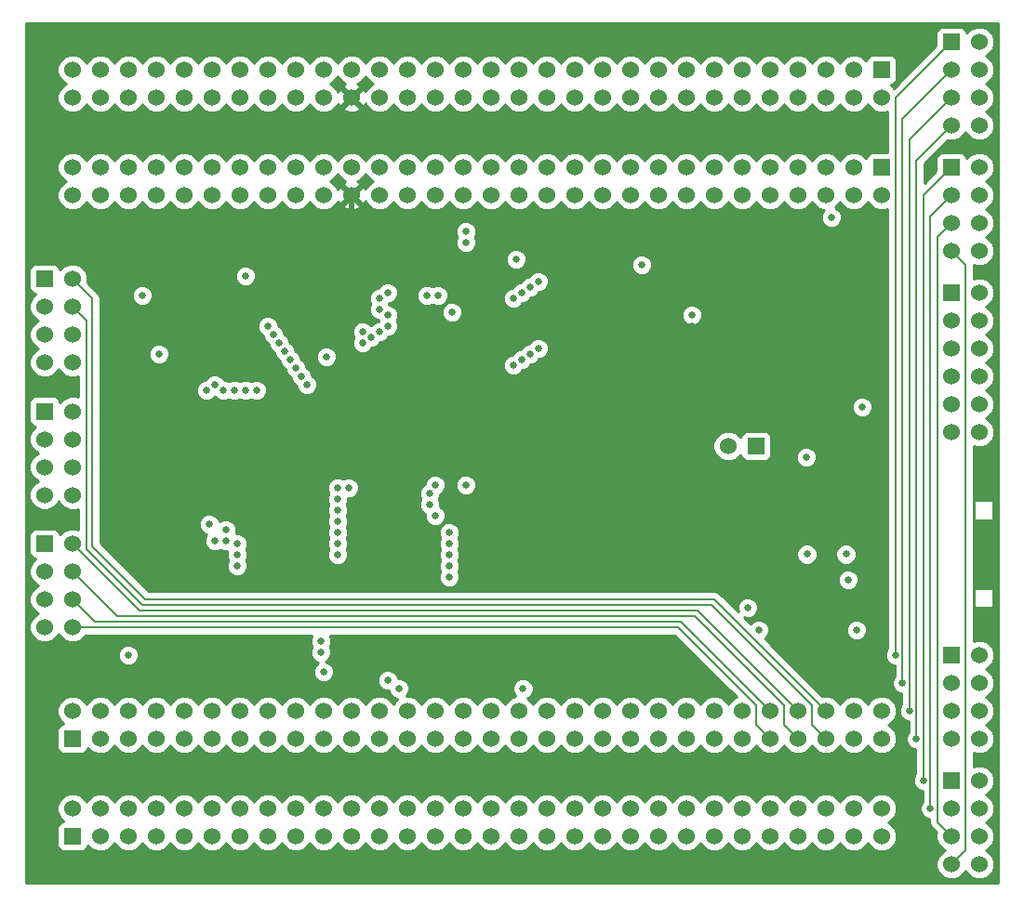
<source format=gbr>
G04 (created by PCBNEW-RS274X (2012-01-19 BZR 3256)-stable) date 01/09/2012 10:21:08*
G01*
G70*
G90*
%MOIN*%
G04 Gerber Fmt 3.4, Leading zero omitted, Abs format*
%FSLAX34Y34*%
G04 APERTURE LIST*
%ADD10C,0.006000*%
%ADD11R,0.060000X0.060000*%
%ADD12C,0.060000*%
%ADD13C,0.025000*%
%ADD14C,0.008000*%
%ADD15C,0.020000*%
%ADD16C,0.010000*%
G04 APERTURE END LIST*
G54D10*
G54D11*
X12000Y-36000D03*
G54D12*
X12000Y-35000D03*
X17000Y-36000D03*
X13000Y-35000D03*
X18000Y-36000D03*
X14000Y-35000D03*
X19000Y-36000D03*
X15000Y-35000D03*
X20000Y-36000D03*
X16000Y-35000D03*
X21000Y-36000D03*
X17000Y-35000D03*
X22000Y-36000D03*
X18000Y-35000D03*
X23000Y-36000D03*
X19000Y-35000D03*
X24000Y-36000D03*
X20000Y-35000D03*
X25000Y-36000D03*
X21000Y-35000D03*
X26000Y-36000D03*
X22000Y-35000D03*
X27000Y-36000D03*
X23000Y-35000D03*
X24000Y-35000D03*
X28000Y-36000D03*
X25000Y-35000D03*
X27000Y-35000D03*
X28000Y-35000D03*
X29000Y-35000D03*
X30000Y-35000D03*
X29000Y-36000D03*
X30000Y-36000D03*
X13000Y-36000D03*
X14000Y-36000D03*
X15000Y-36000D03*
X16000Y-36000D03*
X31000Y-36000D03*
X31000Y-35000D03*
X26000Y-35000D03*
X32000Y-36000D03*
X32000Y-35000D03*
X33000Y-36000D03*
X33000Y-35000D03*
X34000Y-36000D03*
X34000Y-35000D03*
X35000Y-36000D03*
X35000Y-35000D03*
X36000Y-36000D03*
X36000Y-35000D03*
X37000Y-36000D03*
X37000Y-35000D03*
X38000Y-36000D03*
X38000Y-35000D03*
X39000Y-36000D03*
X39000Y-35000D03*
X40000Y-36000D03*
X40000Y-35000D03*
X41000Y-36000D03*
X41000Y-35000D03*
G54D11*
X41000Y-12000D03*
G54D12*
X41000Y-13000D03*
X36000Y-12000D03*
X40000Y-13000D03*
X35000Y-12000D03*
X39000Y-13000D03*
X34000Y-12000D03*
X38000Y-13000D03*
X33000Y-12000D03*
X37000Y-13000D03*
X32000Y-12000D03*
X36000Y-13000D03*
X31000Y-12000D03*
X35000Y-13000D03*
X30000Y-12000D03*
X34000Y-13000D03*
X29000Y-12000D03*
X33000Y-13000D03*
X28000Y-12000D03*
X32000Y-13000D03*
X27000Y-12000D03*
X31000Y-13000D03*
X26000Y-12000D03*
X30000Y-13000D03*
X29000Y-13000D03*
X25000Y-12000D03*
X28000Y-13000D03*
X26000Y-13000D03*
X25000Y-13000D03*
X24000Y-13000D03*
X23000Y-13000D03*
X24000Y-12000D03*
X23000Y-12000D03*
X40000Y-12000D03*
X39000Y-12000D03*
X38000Y-12000D03*
X37000Y-12000D03*
X22000Y-12000D03*
X22000Y-13000D03*
X27000Y-13000D03*
X21000Y-12000D03*
X21000Y-13000D03*
X20000Y-12000D03*
X20000Y-13000D03*
X19000Y-12000D03*
X19000Y-13000D03*
X18000Y-12000D03*
X18000Y-13000D03*
X17000Y-12000D03*
X17000Y-13000D03*
X16000Y-12000D03*
X16000Y-13000D03*
X15000Y-12000D03*
X15000Y-13000D03*
X14000Y-12000D03*
X14000Y-13000D03*
X13000Y-12000D03*
X13000Y-13000D03*
X12000Y-12000D03*
X12000Y-13000D03*
G54D11*
X12000Y-32500D03*
G54D12*
X12000Y-31500D03*
X17000Y-32500D03*
X13000Y-31500D03*
X18000Y-32500D03*
X14000Y-31500D03*
X19000Y-32500D03*
X15000Y-31500D03*
X20000Y-32500D03*
X16000Y-31500D03*
X21000Y-32500D03*
X17000Y-31500D03*
X22000Y-32500D03*
X18000Y-31500D03*
X23000Y-32500D03*
X19000Y-31500D03*
X24000Y-32500D03*
X20000Y-31500D03*
X25000Y-32500D03*
X21000Y-31500D03*
X26000Y-32500D03*
X22000Y-31500D03*
X27000Y-32500D03*
X23000Y-31500D03*
X24000Y-31500D03*
X28000Y-32500D03*
X25000Y-31500D03*
X27000Y-31500D03*
X28000Y-31500D03*
X29000Y-31500D03*
X30000Y-31500D03*
X29000Y-32500D03*
X30000Y-32500D03*
X13000Y-32500D03*
X14000Y-32500D03*
X15000Y-32500D03*
X16000Y-32500D03*
X31000Y-32500D03*
X31000Y-31500D03*
X26000Y-31500D03*
X32000Y-32500D03*
X32000Y-31500D03*
X33000Y-32500D03*
X33000Y-31500D03*
X34000Y-32500D03*
X34000Y-31500D03*
X35000Y-32500D03*
X35000Y-31500D03*
X36000Y-32500D03*
X36000Y-31500D03*
X37000Y-32500D03*
X37000Y-31500D03*
X38000Y-32500D03*
X38000Y-31500D03*
X39000Y-32500D03*
X39000Y-31500D03*
X40000Y-32500D03*
X40000Y-31500D03*
X41000Y-32500D03*
X41000Y-31500D03*
G54D11*
X41000Y-08500D03*
G54D12*
X41000Y-09500D03*
X36000Y-08500D03*
X40000Y-09500D03*
X35000Y-08500D03*
X39000Y-09500D03*
X34000Y-08500D03*
X38000Y-09500D03*
X33000Y-08500D03*
X37000Y-09500D03*
X32000Y-08500D03*
X36000Y-09500D03*
X31000Y-08500D03*
X35000Y-09500D03*
X30000Y-08500D03*
X34000Y-09500D03*
X29000Y-08500D03*
X33000Y-09500D03*
X28000Y-08500D03*
X32000Y-09500D03*
X27000Y-08500D03*
X31000Y-09500D03*
X26000Y-08500D03*
X30000Y-09500D03*
X29000Y-09500D03*
X25000Y-08500D03*
X28000Y-09500D03*
X26000Y-09500D03*
X25000Y-09500D03*
X24000Y-09500D03*
X23000Y-09500D03*
X24000Y-08500D03*
X23000Y-08500D03*
X40000Y-08500D03*
X39000Y-08500D03*
X38000Y-08500D03*
X37000Y-08500D03*
X22000Y-08500D03*
X22000Y-09500D03*
X27000Y-09500D03*
X21000Y-08500D03*
X21000Y-09500D03*
X20000Y-08500D03*
X20000Y-09500D03*
X19000Y-08500D03*
X19000Y-09500D03*
X18000Y-08500D03*
X18000Y-09500D03*
X17000Y-08500D03*
X17000Y-09500D03*
X16000Y-08500D03*
X16000Y-09500D03*
X15000Y-08500D03*
X15000Y-09500D03*
X14000Y-08500D03*
X14000Y-09500D03*
X13000Y-08500D03*
X13000Y-09500D03*
X12000Y-08500D03*
X12000Y-09500D03*
G54D11*
X43500Y-16500D03*
G54D12*
X44500Y-16500D03*
X43500Y-17500D03*
X44500Y-17500D03*
X43500Y-18500D03*
X44500Y-18500D03*
X43500Y-19500D03*
X44500Y-19500D03*
X43500Y-20500D03*
X44500Y-20500D03*
X43500Y-21500D03*
X44500Y-21500D03*
G54D11*
X43500Y-12000D03*
G54D12*
X44500Y-12000D03*
X43500Y-13000D03*
X44500Y-13000D03*
X43500Y-14000D03*
X44500Y-14000D03*
X43500Y-15000D03*
X44500Y-15000D03*
G54D11*
X43500Y-07500D03*
G54D12*
X44500Y-07500D03*
X43500Y-08500D03*
X44500Y-08500D03*
X43500Y-09500D03*
X44500Y-09500D03*
X43500Y-10500D03*
X44500Y-10500D03*
G54D11*
X11000Y-25500D03*
G54D12*
X12000Y-25500D03*
X11000Y-26500D03*
X12000Y-26500D03*
X11000Y-27500D03*
X12000Y-27500D03*
X11000Y-28500D03*
X12000Y-28500D03*
G54D11*
X11000Y-20750D03*
G54D12*
X12000Y-20750D03*
X11000Y-21750D03*
X12000Y-21750D03*
X11000Y-22750D03*
X12000Y-22750D03*
X11000Y-23750D03*
X12000Y-23750D03*
G54D11*
X11000Y-16000D03*
G54D12*
X12000Y-16000D03*
X11000Y-17000D03*
X12000Y-17000D03*
X11000Y-18000D03*
X12000Y-18000D03*
X11000Y-19000D03*
X12000Y-19000D03*
G54D11*
X43500Y-34000D03*
G54D12*
X44500Y-34000D03*
X43500Y-35000D03*
X44500Y-35000D03*
X43500Y-36000D03*
X44500Y-36000D03*
X43500Y-37000D03*
X44500Y-37000D03*
G54D11*
X43500Y-29500D03*
G54D12*
X44500Y-29500D03*
X43500Y-30500D03*
X44500Y-30500D03*
X43500Y-31500D03*
X44500Y-31500D03*
X43500Y-32500D03*
X44500Y-32500D03*
G54D11*
X36500Y-22000D03*
G54D12*
X35500Y-22000D03*
G54D13*
X36600Y-28600D03*
X36200Y-27800D03*
X20900Y-29400D03*
X16800Y-20000D03*
X21000Y-30100D03*
X17100Y-19800D03*
X17900Y-26300D03*
X17400Y-20000D03*
X17900Y-25900D03*
X17800Y-20000D03*
X17900Y-25500D03*
X18200Y-20000D03*
X17500Y-25000D03*
X17500Y-25400D03*
X19000Y-17700D03*
X28700Y-16100D03*
X21500Y-25900D03*
X28400Y-16300D03*
X19200Y-18000D03*
X21500Y-25500D03*
X25500Y-25500D03*
X23000Y-17900D03*
X25500Y-25100D03*
X23300Y-17700D03*
X23300Y-17300D03*
X25000Y-24500D03*
X23000Y-17100D03*
X24800Y-24100D03*
X23000Y-16700D03*
X24800Y-23700D03*
X25000Y-23400D03*
X23300Y-16500D03*
X19400Y-18300D03*
X21500Y-25100D03*
X28100Y-16500D03*
X21500Y-24700D03*
X27800Y-16700D03*
X19600Y-18600D03*
X19800Y-18900D03*
X28700Y-18500D03*
X21500Y-24300D03*
X21500Y-23900D03*
X20000Y-19200D03*
X28400Y-18700D03*
X20200Y-19500D03*
X21500Y-23500D03*
X28100Y-18900D03*
X21900Y-23500D03*
X27800Y-19100D03*
X20400Y-19800D03*
X22400Y-18300D03*
X25500Y-26300D03*
X25500Y-25900D03*
X22700Y-18100D03*
X27900Y-15300D03*
X26100Y-14300D03*
X24700Y-16600D03*
X25500Y-26700D03*
X22400Y-17900D03*
X28150Y-30700D03*
X20900Y-29000D03*
X25100Y-16600D03*
X17100Y-25400D03*
X23300Y-30400D03*
X26100Y-14700D03*
X16900Y-24800D03*
X18600Y-20000D03*
X23700Y-30700D03*
X14500Y-16600D03*
X39200Y-13800D03*
X42750Y-35000D03*
X42500Y-34000D03*
X42000Y-31500D03*
X41750Y-30500D03*
X42250Y-32500D03*
X41500Y-29500D03*
X38325Y-25875D03*
X38300Y-22400D03*
X39725Y-25875D03*
X32400Y-15500D03*
X34200Y-17300D03*
X14000Y-29500D03*
X39800Y-26800D03*
X15100Y-18700D03*
X40100Y-28600D03*
X26100Y-23400D03*
X25600Y-17200D03*
X40300Y-20600D03*
X21100Y-18800D03*
X18200Y-15900D03*
X34200Y-17700D03*
X37400Y-26500D03*
X36000Y-20300D03*
X36000Y-14800D03*
X25500Y-21000D03*
X14400Y-25000D03*
X14400Y-17300D03*
X25600Y-18200D03*
G54D14*
X36500Y-31300D02*
X36500Y-32000D01*
X12000Y-28500D02*
X33700Y-28500D01*
X36500Y-32000D02*
X37000Y-32500D01*
X33700Y-28500D02*
X36500Y-31300D01*
X37000Y-31500D02*
X33800Y-28300D01*
X12800Y-28300D02*
X12000Y-27500D01*
X12800Y-28300D02*
X33800Y-28300D01*
X37500Y-32000D02*
X38000Y-32500D01*
X12000Y-26500D02*
X13600Y-28100D01*
X13600Y-28100D02*
X34300Y-28100D01*
X37500Y-31300D02*
X37500Y-32000D01*
X34300Y-28100D02*
X37500Y-31300D01*
X14400Y-27900D02*
X12000Y-25500D01*
X14400Y-27900D02*
X34400Y-27900D01*
X38000Y-31500D02*
X34400Y-27900D01*
X12000Y-17000D02*
X12500Y-17500D01*
X38500Y-32000D02*
X39000Y-32500D01*
X38500Y-31300D02*
X38500Y-32000D01*
X14500Y-27700D02*
X34900Y-27700D01*
X12500Y-25700D02*
X14500Y-27700D01*
X12500Y-17500D02*
X12500Y-25700D01*
X34900Y-27700D02*
X38500Y-31300D01*
X35000Y-27500D02*
X14600Y-27500D01*
X14600Y-27500D02*
X12700Y-25600D01*
X12700Y-25600D02*
X12700Y-16700D01*
X12700Y-16700D02*
X12000Y-16000D01*
X39000Y-31500D02*
X35000Y-27500D01*
X43000Y-14500D02*
X43000Y-35500D01*
X43500Y-14000D02*
X43000Y-14500D01*
X43500Y-36000D02*
X43000Y-35500D01*
X42750Y-13750D02*
X43500Y-13000D01*
X42750Y-13750D02*
X42750Y-35000D01*
X44000Y-15500D02*
X44000Y-36500D01*
X43500Y-15000D02*
X44000Y-15500D01*
X44000Y-36500D02*
X43500Y-37000D01*
X42500Y-13000D02*
X43500Y-12000D01*
X42500Y-13000D02*
X42500Y-34000D01*
X42000Y-11000D02*
X43500Y-09500D01*
X42000Y-11000D02*
X42000Y-31500D01*
X41750Y-10250D02*
X43500Y-08500D01*
X41750Y-10250D02*
X41750Y-30500D01*
X42250Y-11750D02*
X43500Y-10500D01*
X42250Y-11750D02*
X42250Y-32500D01*
X41500Y-09500D02*
X41500Y-29500D01*
X41500Y-09500D02*
X43500Y-07500D01*
G54D15*
X34200Y-18500D02*
X36000Y-20300D01*
X22200Y-21600D02*
X25600Y-18200D01*
X22000Y-13000D02*
X22000Y-14600D01*
X37400Y-21700D02*
X36000Y-20300D01*
X25600Y-20900D02*
X25600Y-18200D01*
X14400Y-25000D02*
X17800Y-21600D01*
X17800Y-21600D02*
X22200Y-21600D01*
X25500Y-21000D02*
X25600Y-20900D01*
X36000Y-20300D02*
X36000Y-14800D01*
X34200Y-17700D02*
X34200Y-18500D01*
X22000Y-14600D02*
X25600Y-18200D01*
X37400Y-26500D02*
X37400Y-21700D01*
X26100Y-17700D02*
X25600Y-18200D01*
X14400Y-25000D02*
X14400Y-17300D01*
X34200Y-17700D02*
X26100Y-17700D01*
G54D10*
G36*
X45175Y-37675D02*
X45049Y-37675D01*
X45049Y-37109D01*
X45049Y-36891D01*
X44999Y-36770D01*
X44965Y-36689D01*
X44811Y-36535D01*
X44726Y-36500D01*
X44811Y-36465D01*
X44965Y-36311D01*
X44999Y-36229D01*
X45049Y-36109D01*
X45049Y-35891D01*
X44999Y-35770D01*
X44965Y-35689D01*
X44811Y-35535D01*
X44726Y-35500D01*
X44811Y-35465D01*
X44965Y-35311D01*
X44999Y-35229D01*
X45049Y-35109D01*
X45049Y-34891D01*
X44999Y-34770D01*
X44965Y-34689D01*
X44811Y-34535D01*
X44726Y-34500D01*
X44811Y-34465D01*
X44965Y-34311D01*
X44999Y-34229D01*
X45049Y-34109D01*
X45049Y-33891D01*
X44999Y-33770D01*
X44965Y-33689D01*
X44811Y-33535D01*
X44609Y-33451D01*
X44391Y-33451D01*
X44290Y-33493D01*
X44290Y-33007D01*
X44391Y-33049D01*
X44609Y-33049D01*
X44811Y-32965D01*
X44965Y-32811D01*
X44999Y-32729D01*
X45049Y-32609D01*
X45049Y-32391D01*
X44999Y-32270D01*
X44965Y-32189D01*
X44811Y-32035D01*
X44726Y-32000D01*
X44811Y-31965D01*
X44965Y-31811D01*
X44999Y-31729D01*
X45049Y-31609D01*
X45049Y-31391D01*
X44999Y-31270D01*
X44965Y-31189D01*
X44811Y-31035D01*
X44726Y-31000D01*
X44811Y-30965D01*
X44965Y-30811D01*
X44999Y-30729D01*
X45049Y-30609D01*
X45049Y-30391D01*
X44999Y-30270D01*
X44965Y-30189D01*
X44811Y-30035D01*
X44726Y-30000D01*
X44811Y-29965D01*
X44965Y-29811D01*
X44999Y-29729D01*
X45049Y-29609D01*
X45049Y-29391D01*
X44999Y-29270D01*
X44999Y-27802D01*
X44999Y-27096D01*
X44999Y-24652D01*
X44999Y-23946D01*
X44293Y-23946D01*
X44293Y-24652D01*
X44999Y-24652D01*
X44999Y-27096D01*
X44293Y-27096D01*
X44293Y-27802D01*
X44999Y-27802D01*
X44999Y-29270D01*
X44965Y-29189D01*
X44811Y-29035D01*
X44609Y-28951D01*
X44391Y-28951D01*
X44290Y-28993D01*
X44290Y-22007D01*
X44391Y-22049D01*
X44609Y-22049D01*
X44811Y-21965D01*
X44965Y-21811D01*
X45049Y-21609D01*
X45049Y-21391D01*
X44965Y-21189D01*
X44811Y-21035D01*
X44726Y-21000D01*
X44811Y-20965D01*
X44965Y-20811D01*
X45049Y-20609D01*
X45049Y-20391D01*
X44965Y-20189D01*
X44811Y-20035D01*
X44726Y-20000D01*
X44811Y-19965D01*
X44965Y-19811D01*
X45049Y-19609D01*
X45049Y-19391D01*
X44965Y-19189D01*
X44811Y-19035D01*
X44726Y-19000D01*
X44811Y-18965D01*
X44965Y-18811D01*
X45049Y-18609D01*
X45049Y-18391D01*
X44965Y-18189D01*
X44811Y-18035D01*
X44726Y-18000D01*
X44811Y-17965D01*
X44965Y-17811D01*
X45049Y-17609D01*
X45049Y-17391D01*
X44965Y-17189D01*
X44811Y-17035D01*
X44726Y-17000D01*
X44811Y-16965D01*
X44965Y-16811D01*
X45049Y-16609D01*
X45049Y-16391D01*
X44965Y-16189D01*
X44811Y-16035D01*
X44609Y-15951D01*
X44391Y-15951D01*
X44290Y-15993D01*
X44290Y-15507D01*
X44391Y-15549D01*
X44609Y-15549D01*
X44811Y-15465D01*
X44965Y-15311D01*
X45049Y-15109D01*
X45049Y-14891D01*
X44965Y-14689D01*
X44811Y-14535D01*
X44726Y-14500D01*
X44811Y-14465D01*
X44965Y-14311D01*
X45049Y-14109D01*
X45049Y-13891D01*
X44965Y-13689D01*
X44811Y-13535D01*
X44726Y-13500D01*
X44811Y-13465D01*
X44965Y-13311D01*
X45049Y-13109D01*
X45049Y-12891D01*
X44965Y-12689D01*
X44811Y-12535D01*
X44726Y-12500D01*
X44811Y-12465D01*
X44965Y-12311D01*
X45049Y-12109D01*
X45049Y-11891D01*
X44965Y-11689D01*
X44811Y-11535D01*
X44609Y-11451D01*
X44391Y-11451D01*
X44189Y-11535D01*
X44049Y-11675D01*
X44049Y-11651D01*
X44011Y-11559D01*
X43941Y-11489D01*
X43850Y-11451D01*
X43751Y-11451D01*
X43151Y-11451D01*
X43059Y-11489D01*
X42989Y-11559D01*
X42951Y-11650D01*
X42951Y-11749D01*
X42951Y-12139D01*
X42540Y-12550D01*
X42540Y-11870D01*
X43370Y-11040D01*
X43391Y-11049D01*
X43609Y-11049D01*
X43811Y-10965D01*
X43965Y-10811D01*
X44000Y-10726D01*
X44035Y-10811D01*
X44189Y-10965D01*
X44391Y-11049D01*
X44609Y-11049D01*
X44811Y-10965D01*
X44965Y-10811D01*
X45049Y-10609D01*
X45049Y-10391D01*
X44965Y-10189D01*
X44811Y-10035D01*
X44726Y-10000D01*
X44811Y-09965D01*
X44965Y-09811D01*
X45049Y-09609D01*
X45049Y-09391D01*
X44965Y-09189D01*
X44811Y-09035D01*
X44726Y-09000D01*
X44811Y-08965D01*
X44965Y-08811D01*
X45049Y-08609D01*
X45049Y-08391D01*
X44965Y-08189D01*
X44811Y-08035D01*
X44726Y-08000D01*
X44811Y-07965D01*
X44965Y-07811D01*
X45049Y-07609D01*
X45049Y-07391D01*
X44965Y-07189D01*
X44811Y-07035D01*
X44609Y-06951D01*
X44391Y-06951D01*
X44189Y-07035D01*
X44049Y-07175D01*
X44049Y-07151D01*
X44011Y-07059D01*
X43941Y-06989D01*
X43850Y-06951D01*
X43751Y-06951D01*
X43151Y-06951D01*
X43059Y-06989D01*
X42989Y-07059D01*
X42951Y-07150D01*
X42951Y-07249D01*
X42951Y-07639D01*
X41433Y-09157D01*
X41325Y-09049D01*
X41349Y-09049D01*
X41441Y-09011D01*
X41511Y-08941D01*
X41549Y-08850D01*
X41549Y-08751D01*
X41549Y-08151D01*
X41511Y-08059D01*
X41441Y-07989D01*
X41350Y-07951D01*
X41251Y-07951D01*
X40651Y-07951D01*
X40559Y-07989D01*
X40489Y-08059D01*
X40451Y-08150D01*
X40451Y-08175D01*
X40311Y-08035D01*
X40109Y-07951D01*
X39891Y-07951D01*
X39689Y-08035D01*
X39535Y-08189D01*
X39500Y-08273D01*
X39465Y-08189D01*
X39311Y-08035D01*
X39109Y-07951D01*
X38891Y-07951D01*
X38689Y-08035D01*
X38535Y-08189D01*
X38500Y-08273D01*
X38465Y-08189D01*
X38311Y-08035D01*
X38109Y-07951D01*
X37891Y-07951D01*
X37689Y-08035D01*
X37535Y-08189D01*
X37500Y-08273D01*
X37465Y-08189D01*
X37311Y-08035D01*
X37109Y-07951D01*
X36891Y-07951D01*
X36689Y-08035D01*
X36535Y-08189D01*
X36500Y-08273D01*
X36465Y-08189D01*
X36311Y-08035D01*
X36109Y-07951D01*
X35891Y-07951D01*
X35689Y-08035D01*
X35535Y-08189D01*
X35500Y-08273D01*
X35465Y-08189D01*
X35311Y-08035D01*
X35109Y-07951D01*
X34891Y-07951D01*
X34689Y-08035D01*
X34535Y-08189D01*
X34500Y-08273D01*
X34465Y-08189D01*
X34311Y-08035D01*
X34109Y-07951D01*
X33891Y-07951D01*
X33689Y-08035D01*
X33535Y-08189D01*
X33500Y-08273D01*
X33465Y-08189D01*
X33311Y-08035D01*
X33109Y-07951D01*
X32891Y-07951D01*
X32689Y-08035D01*
X32535Y-08189D01*
X32500Y-08273D01*
X32465Y-08189D01*
X32311Y-08035D01*
X32109Y-07951D01*
X31891Y-07951D01*
X31689Y-08035D01*
X31535Y-08189D01*
X31500Y-08273D01*
X31465Y-08189D01*
X31311Y-08035D01*
X31109Y-07951D01*
X30891Y-07951D01*
X30689Y-08035D01*
X30535Y-08189D01*
X30500Y-08273D01*
X30465Y-08189D01*
X30311Y-08035D01*
X30109Y-07951D01*
X29891Y-07951D01*
X29689Y-08035D01*
X29535Y-08189D01*
X29500Y-08273D01*
X29465Y-08189D01*
X29311Y-08035D01*
X29109Y-07951D01*
X28891Y-07951D01*
X28689Y-08035D01*
X28535Y-08189D01*
X28500Y-08273D01*
X28465Y-08189D01*
X28311Y-08035D01*
X28109Y-07951D01*
X27891Y-07951D01*
X27689Y-08035D01*
X27535Y-08189D01*
X27500Y-08273D01*
X27465Y-08189D01*
X27311Y-08035D01*
X27109Y-07951D01*
X26891Y-07951D01*
X26689Y-08035D01*
X26535Y-08189D01*
X26500Y-08273D01*
X26465Y-08189D01*
X26311Y-08035D01*
X26109Y-07951D01*
X25891Y-07951D01*
X25689Y-08035D01*
X25535Y-08189D01*
X25500Y-08273D01*
X25465Y-08189D01*
X25311Y-08035D01*
X25109Y-07951D01*
X24891Y-07951D01*
X24689Y-08035D01*
X24535Y-08189D01*
X24500Y-08273D01*
X24465Y-08189D01*
X24311Y-08035D01*
X24109Y-07951D01*
X23891Y-07951D01*
X23689Y-08035D01*
X23535Y-08189D01*
X23500Y-08273D01*
X23465Y-08189D01*
X23311Y-08035D01*
X23109Y-07951D01*
X22891Y-07951D01*
X22689Y-08035D01*
X22535Y-08189D01*
X22500Y-08273D01*
X22465Y-08189D01*
X22311Y-08035D01*
X22109Y-07951D01*
X21891Y-07951D01*
X21689Y-08035D01*
X21535Y-08189D01*
X21500Y-08273D01*
X21465Y-08189D01*
X21311Y-08035D01*
X21109Y-07951D01*
X20891Y-07951D01*
X20689Y-08035D01*
X20535Y-08189D01*
X20500Y-08273D01*
X20465Y-08189D01*
X20311Y-08035D01*
X20109Y-07951D01*
X19891Y-07951D01*
X19689Y-08035D01*
X19535Y-08189D01*
X19500Y-08273D01*
X19465Y-08189D01*
X19311Y-08035D01*
X19109Y-07951D01*
X18891Y-07951D01*
X18689Y-08035D01*
X18535Y-08189D01*
X18500Y-08273D01*
X18465Y-08189D01*
X18311Y-08035D01*
X18109Y-07951D01*
X17891Y-07951D01*
X17689Y-08035D01*
X17535Y-08189D01*
X17500Y-08273D01*
X17465Y-08189D01*
X17311Y-08035D01*
X17109Y-07951D01*
X16891Y-07951D01*
X16689Y-08035D01*
X16535Y-08189D01*
X16500Y-08273D01*
X16465Y-08189D01*
X16311Y-08035D01*
X16109Y-07951D01*
X15891Y-07951D01*
X15689Y-08035D01*
X15535Y-08189D01*
X15500Y-08273D01*
X15465Y-08189D01*
X15311Y-08035D01*
X15109Y-07951D01*
X14891Y-07951D01*
X14689Y-08035D01*
X14535Y-08189D01*
X14500Y-08273D01*
X14465Y-08189D01*
X14311Y-08035D01*
X14109Y-07951D01*
X13891Y-07951D01*
X13689Y-08035D01*
X13535Y-08189D01*
X13500Y-08273D01*
X13465Y-08189D01*
X13311Y-08035D01*
X13109Y-07951D01*
X12891Y-07951D01*
X12689Y-08035D01*
X12535Y-08189D01*
X12500Y-08273D01*
X12465Y-08189D01*
X12311Y-08035D01*
X12109Y-07951D01*
X11891Y-07951D01*
X11689Y-08035D01*
X11535Y-08189D01*
X11451Y-08391D01*
X11451Y-08609D01*
X11535Y-08811D01*
X11689Y-08965D01*
X11773Y-09000D01*
X11689Y-09035D01*
X11535Y-09189D01*
X11451Y-09391D01*
X11451Y-09609D01*
X11535Y-09811D01*
X11689Y-09965D01*
X11891Y-10049D01*
X12109Y-10049D01*
X12311Y-09965D01*
X12465Y-09811D01*
X12500Y-09726D01*
X12535Y-09811D01*
X12689Y-09965D01*
X12891Y-10049D01*
X13109Y-10049D01*
X13311Y-09965D01*
X13465Y-09811D01*
X13500Y-09726D01*
X13535Y-09811D01*
X13689Y-09965D01*
X13891Y-10049D01*
X14109Y-10049D01*
X14311Y-09965D01*
X14465Y-09811D01*
X14500Y-09726D01*
X14535Y-09811D01*
X14689Y-09965D01*
X14891Y-10049D01*
X15109Y-10049D01*
X15311Y-09965D01*
X15465Y-09811D01*
X15500Y-09726D01*
X15535Y-09811D01*
X15689Y-09965D01*
X15891Y-10049D01*
X16109Y-10049D01*
X16311Y-09965D01*
X16465Y-09811D01*
X16500Y-09726D01*
X16535Y-09811D01*
X16689Y-09965D01*
X16891Y-10049D01*
X17109Y-10049D01*
X17311Y-09965D01*
X17465Y-09811D01*
X17500Y-09726D01*
X17535Y-09811D01*
X17689Y-09965D01*
X17891Y-10049D01*
X18109Y-10049D01*
X18311Y-09965D01*
X18465Y-09811D01*
X18500Y-09726D01*
X18535Y-09811D01*
X18689Y-09965D01*
X18891Y-10049D01*
X19109Y-10049D01*
X19311Y-09965D01*
X19465Y-09811D01*
X19500Y-09726D01*
X19535Y-09811D01*
X19689Y-09965D01*
X19891Y-10049D01*
X20109Y-10049D01*
X20311Y-09965D01*
X20465Y-09811D01*
X20500Y-09726D01*
X20535Y-09811D01*
X20689Y-09965D01*
X20891Y-10049D01*
X21109Y-10049D01*
X21311Y-09965D01*
X21465Y-09811D01*
X21502Y-09719D01*
X21528Y-09781D01*
X21622Y-09808D01*
X21929Y-09500D01*
X21622Y-09192D01*
X21528Y-09219D01*
X21504Y-09284D01*
X21465Y-09189D01*
X21311Y-09035D01*
X21226Y-09000D01*
X21311Y-08965D01*
X21465Y-08811D01*
X21500Y-08726D01*
X21535Y-08811D01*
X21689Y-08965D01*
X21780Y-09002D01*
X21719Y-09028D01*
X21692Y-09122D01*
X22000Y-09429D01*
X22308Y-09122D01*
X22281Y-09028D01*
X22215Y-09004D01*
X22311Y-08965D01*
X22465Y-08811D01*
X22500Y-08726D01*
X22535Y-08811D01*
X22689Y-08965D01*
X22773Y-09000D01*
X22689Y-09035D01*
X22535Y-09189D01*
X22497Y-09280D01*
X22472Y-09219D01*
X22378Y-09192D01*
X22071Y-09500D01*
X22378Y-09808D01*
X22472Y-09781D01*
X22495Y-09715D01*
X22535Y-09811D01*
X22689Y-09965D01*
X22891Y-10049D01*
X23109Y-10049D01*
X23311Y-09965D01*
X23465Y-09811D01*
X23500Y-09726D01*
X23535Y-09811D01*
X23689Y-09965D01*
X23891Y-10049D01*
X24109Y-10049D01*
X24311Y-09965D01*
X24465Y-09811D01*
X24500Y-09726D01*
X24535Y-09811D01*
X24689Y-09965D01*
X24891Y-10049D01*
X25109Y-10049D01*
X25311Y-09965D01*
X25465Y-09811D01*
X25500Y-09726D01*
X25535Y-09811D01*
X25689Y-09965D01*
X25891Y-10049D01*
X26109Y-10049D01*
X26311Y-09965D01*
X26465Y-09811D01*
X26500Y-09726D01*
X26535Y-09811D01*
X26689Y-09965D01*
X26891Y-10049D01*
X27109Y-10049D01*
X27311Y-09965D01*
X27465Y-09811D01*
X27500Y-09726D01*
X27535Y-09811D01*
X27689Y-09965D01*
X27891Y-10049D01*
X28109Y-10049D01*
X28311Y-09965D01*
X28465Y-09811D01*
X28500Y-09726D01*
X28535Y-09811D01*
X28689Y-09965D01*
X28891Y-10049D01*
X29109Y-10049D01*
X29311Y-09965D01*
X29465Y-09811D01*
X29500Y-09726D01*
X29535Y-09811D01*
X29689Y-09965D01*
X29891Y-10049D01*
X30109Y-10049D01*
X30311Y-09965D01*
X30465Y-09811D01*
X30500Y-09726D01*
X30535Y-09811D01*
X30689Y-09965D01*
X30891Y-10049D01*
X31109Y-10049D01*
X31311Y-09965D01*
X31465Y-09811D01*
X31500Y-09726D01*
X31535Y-09811D01*
X31689Y-09965D01*
X31891Y-10049D01*
X32109Y-10049D01*
X32311Y-09965D01*
X32465Y-09811D01*
X32500Y-09726D01*
X32535Y-09811D01*
X32689Y-09965D01*
X32891Y-10049D01*
X33109Y-10049D01*
X33311Y-09965D01*
X33465Y-09811D01*
X33500Y-09726D01*
X33535Y-09811D01*
X33689Y-09965D01*
X33891Y-10049D01*
X34109Y-10049D01*
X34311Y-09965D01*
X34465Y-09811D01*
X34500Y-09726D01*
X34535Y-09811D01*
X34689Y-09965D01*
X34891Y-10049D01*
X35109Y-10049D01*
X35311Y-09965D01*
X35465Y-09811D01*
X35500Y-09726D01*
X35535Y-09811D01*
X35689Y-09965D01*
X35891Y-10049D01*
X36109Y-10049D01*
X36311Y-09965D01*
X36465Y-09811D01*
X36500Y-09726D01*
X36535Y-09811D01*
X36689Y-09965D01*
X36891Y-10049D01*
X37109Y-10049D01*
X37311Y-09965D01*
X37465Y-09811D01*
X37500Y-09726D01*
X37535Y-09811D01*
X37689Y-09965D01*
X37891Y-10049D01*
X38109Y-10049D01*
X38311Y-09965D01*
X38465Y-09811D01*
X38500Y-09726D01*
X38535Y-09811D01*
X38689Y-09965D01*
X38891Y-10049D01*
X39109Y-10049D01*
X39311Y-09965D01*
X39465Y-09811D01*
X39500Y-09726D01*
X39535Y-09811D01*
X39689Y-09965D01*
X39891Y-10049D01*
X40109Y-10049D01*
X40311Y-09965D01*
X40465Y-09811D01*
X40500Y-09726D01*
X40535Y-09811D01*
X40689Y-09965D01*
X40891Y-10049D01*
X41109Y-10049D01*
X41210Y-10007D01*
X41210Y-11451D01*
X40651Y-11451D01*
X40559Y-11489D01*
X40489Y-11559D01*
X40451Y-11650D01*
X40451Y-11675D01*
X40311Y-11535D01*
X40109Y-11451D01*
X39891Y-11451D01*
X39689Y-11535D01*
X39535Y-11689D01*
X39500Y-11773D01*
X39465Y-11689D01*
X39311Y-11535D01*
X39109Y-11451D01*
X38891Y-11451D01*
X38689Y-11535D01*
X38535Y-11689D01*
X38500Y-11773D01*
X38465Y-11689D01*
X38311Y-11535D01*
X38109Y-11451D01*
X37891Y-11451D01*
X37689Y-11535D01*
X37535Y-11689D01*
X37500Y-11773D01*
X37465Y-11689D01*
X37311Y-11535D01*
X37109Y-11451D01*
X36891Y-11451D01*
X36689Y-11535D01*
X36535Y-11689D01*
X36500Y-11773D01*
X36465Y-11689D01*
X36311Y-11535D01*
X36109Y-11451D01*
X35891Y-11451D01*
X35689Y-11535D01*
X35535Y-11689D01*
X35500Y-11773D01*
X35465Y-11689D01*
X35311Y-11535D01*
X35109Y-11451D01*
X34891Y-11451D01*
X34689Y-11535D01*
X34535Y-11689D01*
X34500Y-11773D01*
X34465Y-11689D01*
X34311Y-11535D01*
X34109Y-11451D01*
X33891Y-11451D01*
X33689Y-11535D01*
X33535Y-11689D01*
X33500Y-11773D01*
X33465Y-11689D01*
X33311Y-11535D01*
X33109Y-11451D01*
X32891Y-11451D01*
X32689Y-11535D01*
X32535Y-11689D01*
X32500Y-11773D01*
X32465Y-11689D01*
X32311Y-11535D01*
X32109Y-11451D01*
X31891Y-11451D01*
X31689Y-11535D01*
X31535Y-11689D01*
X31500Y-11773D01*
X31465Y-11689D01*
X31311Y-11535D01*
X31109Y-11451D01*
X30891Y-11451D01*
X30689Y-11535D01*
X30535Y-11689D01*
X30500Y-11773D01*
X30465Y-11689D01*
X30311Y-11535D01*
X30109Y-11451D01*
X29891Y-11451D01*
X29689Y-11535D01*
X29535Y-11689D01*
X29500Y-11773D01*
X29465Y-11689D01*
X29311Y-11535D01*
X29109Y-11451D01*
X28891Y-11451D01*
X28689Y-11535D01*
X28535Y-11689D01*
X28500Y-11773D01*
X28465Y-11689D01*
X28311Y-11535D01*
X28109Y-11451D01*
X27891Y-11451D01*
X27689Y-11535D01*
X27535Y-11689D01*
X27500Y-11773D01*
X27465Y-11689D01*
X27311Y-11535D01*
X27109Y-11451D01*
X26891Y-11451D01*
X26689Y-11535D01*
X26535Y-11689D01*
X26500Y-11773D01*
X26465Y-11689D01*
X26311Y-11535D01*
X26109Y-11451D01*
X25891Y-11451D01*
X25689Y-11535D01*
X25535Y-11689D01*
X25500Y-11773D01*
X25465Y-11689D01*
X25311Y-11535D01*
X25109Y-11451D01*
X24891Y-11451D01*
X24689Y-11535D01*
X24535Y-11689D01*
X24500Y-11773D01*
X24465Y-11689D01*
X24311Y-11535D01*
X24109Y-11451D01*
X23891Y-11451D01*
X23689Y-11535D01*
X23535Y-11689D01*
X23500Y-11773D01*
X23465Y-11689D01*
X23311Y-11535D01*
X23109Y-11451D01*
X22891Y-11451D01*
X22689Y-11535D01*
X22535Y-11689D01*
X22500Y-11773D01*
X22465Y-11689D01*
X22311Y-11535D01*
X22308Y-11533D01*
X22308Y-09878D01*
X22000Y-09571D01*
X21692Y-09878D01*
X21719Y-09972D01*
X21921Y-10043D01*
X22134Y-10032D01*
X22281Y-09972D01*
X22308Y-09878D01*
X22308Y-11533D01*
X22109Y-11451D01*
X21891Y-11451D01*
X21689Y-11535D01*
X21535Y-11689D01*
X21500Y-11773D01*
X21465Y-11689D01*
X21311Y-11535D01*
X21109Y-11451D01*
X20891Y-11451D01*
X20689Y-11535D01*
X20535Y-11689D01*
X20500Y-11773D01*
X20465Y-11689D01*
X20311Y-11535D01*
X20109Y-11451D01*
X19891Y-11451D01*
X19689Y-11535D01*
X19535Y-11689D01*
X19500Y-11773D01*
X19465Y-11689D01*
X19311Y-11535D01*
X19109Y-11451D01*
X18891Y-11451D01*
X18689Y-11535D01*
X18535Y-11689D01*
X18500Y-11773D01*
X18465Y-11689D01*
X18311Y-11535D01*
X18109Y-11451D01*
X17891Y-11451D01*
X17689Y-11535D01*
X17535Y-11689D01*
X17500Y-11773D01*
X17465Y-11689D01*
X17311Y-11535D01*
X17109Y-11451D01*
X16891Y-11451D01*
X16689Y-11535D01*
X16535Y-11689D01*
X16500Y-11773D01*
X16465Y-11689D01*
X16311Y-11535D01*
X16109Y-11451D01*
X15891Y-11451D01*
X15689Y-11535D01*
X15535Y-11689D01*
X15500Y-11773D01*
X15465Y-11689D01*
X15311Y-11535D01*
X15109Y-11451D01*
X14891Y-11451D01*
X14689Y-11535D01*
X14535Y-11689D01*
X14500Y-11773D01*
X14465Y-11689D01*
X14311Y-11535D01*
X14109Y-11451D01*
X13891Y-11451D01*
X13689Y-11535D01*
X13535Y-11689D01*
X13500Y-11773D01*
X13465Y-11689D01*
X13311Y-11535D01*
X13109Y-11451D01*
X12891Y-11451D01*
X12689Y-11535D01*
X12535Y-11689D01*
X12500Y-11773D01*
X12465Y-11689D01*
X12311Y-11535D01*
X12109Y-11451D01*
X11891Y-11451D01*
X11689Y-11535D01*
X11535Y-11689D01*
X11451Y-11891D01*
X11451Y-12109D01*
X11535Y-12311D01*
X11689Y-12465D01*
X11773Y-12500D01*
X11689Y-12535D01*
X11535Y-12689D01*
X11451Y-12891D01*
X11451Y-13109D01*
X11535Y-13311D01*
X11689Y-13465D01*
X11891Y-13549D01*
X12109Y-13549D01*
X12311Y-13465D01*
X12465Y-13311D01*
X12500Y-13226D01*
X12535Y-13311D01*
X12689Y-13465D01*
X12891Y-13549D01*
X13109Y-13549D01*
X13311Y-13465D01*
X13465Y-13311D01*
X13500Y-13226D01*
X13535Y-13311D01*
X13689Y-13465D01*
X13891Y-13549D01*
X14109Y-13549D01*
X14311Y-13465D01*
X14465Y-13311D01*
X14500Y-13226D01*
X14535Y-13311D01*
X14689Y-13465D01*
X14891Y-13549D01*
X15109Y-13549D01*
X15311Y-13465D01*
X15465Y-13311D01*
X15500Y-13226D01*
X15535Y-13311D01*
X15689Y-13465D01*
X15891Y-13549D01*
X16109Y-13549D01*
X16311Y-13465D01*
X16465Y-13311D01*
X16500Y-13226D01*
X16535Y-13311D01*
X16689Y-13465D01*
X16891Y-13549D01*
X17109Y-13549D01*
X17311Y-13465D01*
X17465Y-13311D01*
X17500Y-13226D01*
X17535Y-13311D01*
X17689Y-13465D01*
X17891Y-13549D01*
X18109Y-13549D01*
X18311Y-13465D01*
X18465Y-13311D01*
X18500Y-13226D01*
X18535Y-13311D01*
X18689Y-13465D01*
X18891Y-13549D01*
X19109Y-13549D01*
X19311Y-13465D01*
X19465Y-13311D01*
X19500Y-13226D01*
X19535Y-13311D01*
X19689Y-13465D01*
X19891Y-13549D01*
X20109Y-13549D01*
X20311Y-13465D01*
X20465Y-13311D01*
X20500Y-13226D01*
X20535Y-13311D01*
X20689Y-13465D01*
X20891Y-13549D01*
X21109Y-13549D01*
X21311Y-13465D01*
X21465Y-13311D01*
X21502Y-13219D01*
X21528Y-13281D01*
X21622Y-13308D01*
X21929Y-13000D01*
X21622Y-12692D01*
X21528Y-12719D01*
X21504Y-12784D01*
X21465Y-12689D01*
X21311Y-12535D01*
X21226Y-12500D01*
X21311Y-12465D01*
X21465Y-12311D01*
X21500Y-12226D01*
X21535Y-12311D01*
X21689Y-12465D01*
X21780Y-12502D01*
X21719Y-12528D01*
X21692Y-12622D01*
X22000Y-12929D01*
X22308Y-12622D01*
X22281Y-12528D01*
X22215Y-12504D01*
X22311Y-12465D01*
X22465Y-12311D01*
X22500Y-12226D01*
X22535Y-12311D01*
X22689Y-12465D01*
X22773Y-12500D01*
X22689Y-12535D01*
X22535Y-12689D01*
X22497Y-12780D01*
X22472Y-12719D01*
X22378Y-12692D01*
X22071Y-13000D01*
X22378Y-13308D01*
X22472Y-13281D01*
X22495Y-13215D01*
X22535Y-13311D01*
X22689Y-13465D01*
X22891Y-13549D01*
X23109Y-13549D01*
X23311Y-13465D01*
X23465Y-13311D01*
X23500Y-13226D01*
X23535Y-13311D01*
X23689Y-13465D01*
X23891Y-13549D01*
X24109Y-13549D01*
X24311Y-13465D01*
X24465Y-13311D01*
X24500Y-13226D01*
X24535Y-13311D01*
X24689Y-13465D01*
X24891Y-13549D01*
X25109Y-13549D01*
X25311Y-13465D01*
X25465Y-13311D01*
X25500Y-13226D01*
X25535Y-13311D01*
X25689Y-13465D01*
X25891Y-13549D01*
X26109Y-13549D01*
X26311Y-13465D01*
X26465Y-13311D01*
X26500Y-13226D01*
X26535Y-13311D01*
X26689Y-13465D01*
X26891Y-13549D01*
X27109Y-13549D01*
X27311Y-13465D01*
X27465Y-13311D01*
X27500Y-13226D01*
X27535Y-13311D01*
X27689Y-13465D01*
X27891Y-13549D01*
X28109Y-13549D01*
X28311Y-13465D01*
X28465Y-13311D01*
X28500Y-13226D01*
X28535Y-13311D01*
X28689Y-13465D01*
X28891Y-13549D01*
X29109Y-13549D01*
X29311Y-13465D01*
X29465Y-13311D01*
X29500Y-13226D01*
X29535Y-13311D01*
X29689Y-13465D01*
X29891Y-13549D01*
X30109Y-13549D01*
X30311Y-13465D01*
X30465Y-13311D01*
X30500Y-13226D01*
X30535Y-13311D01*
X30689Y-13465D01*
X30891Y-13549D01*
X31109Y-13549D01*
X31311Y-13465D01*
X31465Y-13311D01*
X31500Y-13226D01*
X31535Y-13311D01*
X31689Y-13465D01*
X31891Y-13549D01*
X32109Y-13549D01*
X32311Y-13465D01*
X32465Y-13311D01*
X32500Y-13226D01*
X32535Y-13311D01*
X32689Y-13465D01*
X32891Y-13549D01*
X33109Y-13549D01*
X33311Y-13465D01*
X33465Y-13311D01*
X33500Y-13226D01*
X33535Y-13311D01*
X33689Y-13465D01*
X33891Y-13549D01*
X34109Y-13549D01*
X34311Y-13465D01*
X34465Y-13311D01*
X34500Y-13226D01*
X34535Y-13311D01*
X34689Y-13465D01*
X34891Y-13549D01*
X35109Y-13549D01*
X35311Y-13465D01*
X35465Y-13311D01*
X35500Y-13226D01*
X35535Y-13311D01*
X35689Y-13465D01*
X35891Y-13549D01*
X36109Y-13549D01*
X36311Y-13465D01*
X36465Y-13311D01*
X36500Y-13226D01*
X36535Y-13311D01*
X36689Y-13465D01*
X36891Y-13549D01*
X37109Y-13549D01*
X37311Y-13465D01*
X37465Y-13311D01*
X37500Y-13226D01*
X37535Y-13311D01*
X37689Y-13465D01*
X37891Y-13549D01*
X38109Y-13549D01*
X38311Y-13465D01*
X38465Y-13311D01*
X38500Y-13226D01*
X38535Y-13311D01*
X38689Y-13465D01*
X38891Y-13549D01*
X38921Y-13549D01*
X38883Y-13587D01*
X38825Y-13725D01*
X38825Y-13874D01*
X38882Y-14012D01*
X38987Y-14117D01*
X39125Y-14175D01*
X39274Y-14175D01*
X39412Y-14118D01*
X39517Y-14013D01*
X39575Y-13875D01*
X39575Y-13726D01*
X39518Y-13588D01*
X39413Y-13483D01*
X39328Y-13447D01*
X39465Y-13311D01*
X39500Y-13226D01*
X39535Y-13311D01*
X39689Y-13465D01*
X39891Y-13549D01*
X40109Y-13549D01*
X40311Y-13465D01*
X40465Y-13311D01*
X40500Y-13226D01*
X40535Y-13311D01*
X40689Y-13465D01*
X40891Y-13549D01*
X41109Y-13549D01*
X41210Y-13507D01*
X41210Y-29260D01*
X41183Y-29287D01*
X41125Y-29425D01*
X41125Y-29574D01*
X41182Y-29712D01*
X41287Y-29817D01*
X41425Y-29875D01*
X41460Y-29875D01*
X41460Y-30260D01*
X41433Y-30287D01*
X41375Y-30425D01*
X41375Y-30574D01*
X41432Y-30712D01*
X41537Y-30817D01*
X41675Y-30875D01*
X41710Y-30875D01*
X41710Y-31260D01*
X41683Y-31287D01*
X41625Y-31425D01*
X41625Y-31574D01*
X41682Y-31712D01*
X41787Y-31817D01*
X41925Y-31875D01*
X41960Y-31875D01*
X41960Y-32260D01*
X41933Y-32287D01*
X41875Y-32425D01*
X41875Y-32574D01*
X41932Y-32712D01*
X42037Y-32817D01*
X42175Y-32875D01*
X42210Y-32875D01*
X42210Y-33760D01*
X42183Y-33787D01*
X42125Y-33925D01*
X42125Y-34074D01*
X42182Y-34212D01*
X42287Y-34317D01*
X42425Y-34375D01*
X42460Y-34375D01*
X42460Y-34760D01*
X42433Y-34787D01*
X42375Y-34925D01*
X42375Y-35074D01*
X42432Y-35212D01*
X42537Y-35317D01*
X42675Y-35375D01*
X42710Y-35375D01*
X42710Y-35500D01*
X42732Y-35611D01*
X42795Y-35705D01*
X42959Y-35869D01*
X42951Y-35891D01*
X42951Y-36109D01*
X43035Y-36311D01*
X43189Y-36465D01*
X43273Y-36500D01*
X43189Y-36535D01*
X43035Y-36689D01*
X42951Y-36891D01*
X42951Y-37109D01*
X43035Y-37311D01*
X43189Y-37465D01*
X43391Y-37549D01*
X43609Y-37549D01*
X43811Y-37465D01*
X43965Y-37311D01*
X44000Y-37226D01*
X44035Y-37311D01*
X44189Y-37465D01*
X44391Y-37549D01*
X44609Y-37549D01*
X44811Y-37465D01*
X44965Y-37311D01*
X44999Y-37229D01*
X45049Y-37109D01*
X45049Y-37675D01*
X44999Y-37675D01*
X41549Y-37675D01*
X41549Y-36109D01*
X41549Y-35891D01*
X41465Y-35689D01*
X41311Y-35535D01*
X41226Y-35500D01*
X41311Y-35465D01*
X41465Y-35311D01*
X41549Y-35109D01*
X41549Y-34891D01*
X41549Y-32609D01*
X41549Y-32391D01*
X41465Y-32189D01*
X41311Y-32035D01*
X41226Y-32000D01*
X41311Y-31965D01*
X41465Y-31811D01*
X41549Y-31609D01*
X41549Y-31391D01*
X41465Y-31189D01*
X41311Y-31035D01*
X41109Y-30951D01*
X40891Y-30951D01*
X40689Y-31035D01*
X40675Y-31049D01*
X40675Y-20675D01*
X40675Y-20526D01*
X40618Y-20388D01*
X40513Y-20283D01*
X40375Y-20225D01*
X40226Y-20225D01*
X40088Y-20282D01*
X39983Y-20387D01*
X39925Y-20525D01*
X39925Y-20674D01*
X39982Y-20812D01*
X40087Y-20917D01*
X40225Y-20975D01*
X40374Y-20975D01*
X40512Y-20918D01*
X40617Y-20813D01*
X40675Y-20675D01*
X40675Y-31049D01*
X40535Y-31189D01*
X40500Y-31273D01*
X40475Y-31213D01*
X40475Y-28675D01*
X40475Y-28526D01*
X40418Y-28388D01*
X40313Y-28283D01*
X40175Y-28225D01*
X40175Y-26875D01*
X40175Y-26726D01*
X40118Y-26588D01*
X40100Y-26570D01*
X40100Y-25950D01*
X40100Y-25801D01*
X40043Y-25663D01*
X39938Y-25558D01*
X39800Y-25500D01*
X39651Y-25500D01*
X39513Y-25557D01*
X39408Y-25662D01*
X39350Y-25800D01*
X39350Y-25949D01*
X39407Y-26087D01*
X39512Y-26192D01*
X39650Y-26250D01*
X39799Y-26250D01*
X39937Y-26193D01*
X40042Y-26088D01*
X40100Y-25950D01*
X40100Y-26570D01*
X40013Y-26483D01*
X39875Y-26425D01*
X39726Y-26425D01*
X39588Y-26482D01*
X39483Y-26587D01*
X39425Y-26725D01*
X39425Y-26874D01*
X39482Y-27012D01*
X39587Y-27117D01*
X39725Y-27175D01*
X39874Y-27175D01*
X40012Y-27118D01*
X40117Y-27013D01*
X40175Y-26875D01*
X40175Y-28225D01*
X40026Y-28225D01*
X39888Y-28282D01*
X39783Y-28387D01*
X39725Y-28525D01*
X39725Y-28674D01*
X39782Y-28812D01*
X39887Y-28917D01*
X40025Y-28975D01*
X40174Y-28975D01*
X40312Y-28918D01*
X40417Y-28813D01*
X40475Y-28675D01*
X40475Y-31213D01*
X40465Y-31189D01*
X40311Y-31035D01*
X40109Y-30951D01*
X39891Y-30951D01*
X39689Y-31035D01*
X39535Y-31189D01*
X39500Y-31273D01*
X39465Y-31189D01*
X39311Y-31035D01*
X39109Y-30951D01*
X38891Y-30951D01*
X38869Y-30959D01*
X38700Y-30790D01*
X38700Y-25950D01*
X38700Y-25801D01*
X38675Y-25740D01*
X38675Y-22475D01*
X38675Y-22326D01*
X38618Y-22188D01*
X38513Y-22083D01*
X38375Y-22025D01*
X38226Y-22025D01*
X38088Y-22082D01*
X37983Y-22187D01*
X37925Y-22325D01*
X37925Y-22474D01*
X37982Y-22612D01*
X38087Y-22717D01*
X38225Y-22775D01*
X38374Y-22775D01*
X38512Y-22718D01*
X38617Y-22613D01*
X38675Y-22475D01*
X38675Y-25740D01*
X38643Y-25663D01*
X38538Y-25558D01*
X38400Y-25500D01*
X38251Y-25500D01*
X38113Y-25557D01*
X38008Y-25662D01*
X37950Y-25800D01*
X37950Y-25949D01*
X38007Y-26087D01*
X38112Y-26192D01*
X38250Y-26250D01*
X38399Y-26250D01*
X38537Y-26193D01*
X38642Y-26088D01*
X38700Y-25950D01*
X38700Y-30790D01*
X37049Y-29139D01*
X37049Y-22350D01*
X37049Y-22251D01*
X37049Y-21651D01*
X37011Y-21559D01*
X36941Y-21489D01*
X36850Y-21451D01*
X36751Y-21451D01*
X36151Y-21451D01*
X36059Y-21489D01*
X35989Y-21559D01*
X35951Y-21650D01*
X35951Y-21675D01*
X35811Y-21535D01*
X35609Y-21451D01*
X35391Y-21451D01*
X35189Y-21535D01*
X35035Y-21689D01*
X34951Y-21891D01*
X34951Y-22109D01*
X35035Y-22311D01*
X35189Y-22465D01*
X35391Y-22549D01*
X35609Y-22549D01*
X35811Y-22465D01*
X35951Y-22325D01*
X35951Y-22349D01*
X35989Y-22441D01*
X36059Y-22511D01*
X36150Y-22549D01*
X36249Y-22549D01*
X36849Y-22549D01*
X36941Y-22511D01*
X37011Y-22441D01*
X37049Y-22350D01*
X37049Y-29139D01*
X36820Y-28910D01*
X36917Y-28813D01*
X36975Y-28675D01*
X36975Y-28526D01*
X36918Y-28388D01*
X36813Y-28283D01*
X36675Y-28225D01*
X36526Y-28225D01*
X36388Y-28282D01*
X36290Y-28380D01*
X36056Y-28146D01*
X36125Y-28175D01*
X36274Y-28175D01*
X36412Y-28118D01*
X36517Y-28013D01*
X36575Y-27875D01*
X36575Y-27726D01*
X36518Y-27588D01*
X36413Y-27483D01*
X36275Y-27425D01*
X36126Y-27425D01*
X35988Y-27482D01*
X35883Y-27587D01*
X35825Y-27725D01*
X35825Y-27874D01*
X35853Y-27943D01*
X35205Y-27295D01*
X35111Y-27232D01*
X35000Y-27210D01*
X34575Y-27210D01*
X34575Y-17375D01*
X34575Y-17226D01*
X34518Y-17088D01*
X34413Y-16983D01*
X34275Y-16925D01*
X34126Y-16925D01*
X33988Y-16982D01*
X33883Y-17087D01*
X33825Y-17225D01*
X33825Y-17374D01*
X33882Y-17512D01*
X33987Y-17617D01*
X34125Y-17675D01*
X34274Y-17675D01*
X34412Y-17618D01*
X34517Y-17513D01*
X34575Y-17375D01*
X34575Y-27210D01*
X32775Y-27210D01*
X32775Y-15575D01*
X32775Y-15426D01*
X32718Y-15288D01*
X32613Y-15183D01*
X32475Y-15125D01*
X32326Y-15125D01*
X32188Y-15182D01*
X32083Y-15287D01*
X32025Y-15425D01*
X32025Y-15574D01*
X32082Y-15712D01*
X32187Y-15817D01*
X32325Y-15875D01*
X32474Y-15875D01*
X32612Y-15818D01*
X32717Y-15713D01*
X32775Y-15575D01*
X32775Y-27210D01*
X29075Y-27210D01*
X29075Y-18575D01*
X29075Y-18426D01*
X29075Y-16175D01*
X29075Y-16026D01*
X29018Y-15888D01*
X28913Y-15783D01*
X28775Y-15725D01*
X28626Y-15725D01*
X28488Y-15782D01*
X28383Y-15887D01*
X28367Y-15925D01*
X28326Y-15925D01*
X28275Y-15946D01*
X28275Y-15375D01*
X28275Y-15226D01*
X28218Y-15088D01*
X28113Y-14983D01*
X27975Y-14925D01*
X27826Y-14925D01*
X27688Y-14982D01*
X27583Y-15087D01*
X27525Y-15225D01*
X27525Y-15374D01*
X27582Y-15512D01*
X27687Y-15617D01*
X27825Y-15675D01*
X27974Y-15675D01*
X28112Y-15618D01*
X28217Y-15513D01*
X28275Y-15375D01*
X28275Y-15946D01*
X28188Y-15982D01*
X28083Y-16087D01*
X28067Y-16125D01*
X28026Y-16125D01*
X27888Y-16182D01*
X27783Y-16287D01*
X27767Y-16325D01*
X27726Y-16325D01*
X27588Y-16382D01*
X27483Y-16487D01*
X27425Y-16625D01*
X27425Y-16774D01*
X27482Y-16912D01*
X27587Y-17017D01*
X27725Y-17075D01*
X27874Y-17075D01*
X28012Y-17018D01*
X28117Y-16913D01*
X28132Y-16875D01*
X28174Y-16875D01*
X28312Y-16818D01*
X28417Y-16713D01*
X28432Y-16675D01*
X28474Y-16675D01*
X28612Y-16618D01*
X28717Y-16513D01*
X28732Y-16475D01*
X28774Y-16475D01*
X28912Y-16418D01*
X29017Y-16313D01*
X29075Y-16175D01*
X29075Y-18426D01*
X29018Y-18288D01*
X28913Y-18183D01*
X28775Y-18125D01*
X28626Y-18125D01*
X28488Y-18182D01*
X28383Y-18287D01*
X28367Y-18325D01*
X28326Y-18325D01*
X28188Y-18382D01*
X28083Y-18487D01*
X28067Y-18525D01*
X28026Y-18525D01*
X27888Y-18582D01*
X27783Y-18687D01*
X27767Y-18725D01*
X27726Y-18725D01*
X27588Y-18782D01*
X27483Y-18887D01*
X27425Y-19025D01*
X27425Y-19174D01*
X27482Y-19312D01*
X27587Y-19417D01*
X27725Y-19475D01*
X27874Y-19475D01*
X28012Y-19418D01*
X28117Y-19313D01*
X28132Y-19275D01*
X28174Y-19275D01*
X28312Y-19218D01*
X28417Y-19113D01*
X28432Y-19075D01*
X28474Y-19075D01*
X28612Y-19018D01*
X28717Y-18913D01*
X28732Y-18875D01*
X28774Y-18875D01*
X28912Y-18818D01*
X29017Y-18713D01*
X29075Y-18575D01*
X29075Y-27210D01*
X26475Y-27210D01*
X26475Y-23475D01*
X26475Y-23326D01*
X26475Y-14775D01*
X26475Y-14626D01*
X26422Y-14499D01*
X26475Y-14375D01*
X26475Y-14226D01*
X26418Y-14088D01*
X26313Y-13983D01*
X26175Y-13925D01*
X26026Y-13925D01*
X25888Y-13982D01*
X25783Y-14087D01*
X25725Y-14225D01*
X25725Y-14374D01*
X25777Y-14500D01*
X25725Y-14625D01*
X25725Y-14774D01*
X25782Y-14912D01*
X25887Y-15017D01*
X26025Y-15075D01*
X26174Y-15075D01*
X26312Y-15018D01*
X26417Y-14913D01*
X26475Y-14775D01*
X26475Y-23326D01*
X26418Y-23188D01*
X26313Y-23083D01*
X26175Y-23025D01*
X26026Y-23025D01*
X25975Y-23046D01*
X25975Y-17275D01*
X25975Y-17126D01*
X25918Y-16988D01*
X25813Y-16883D01*
X25675Y-16825D01*
X25526Y-16825D01*
X25475Y-16846D01*
X25475Y-16675D01*
X25475Y-16526D01*
X25418Y-16388D01*
X25313Y-16283D01*
X25175Y-16225D01*
X25026Y-16225D01*
X24899Y-16277D01*
X24775Y-16225D01*
X24626Y-16225D01*
X24488Y-16282D01*
X24383Y-16387D01*
X24325Y-16525D01*
X24325Y-16674D01*
X24382Y-16812D01*
X24487Y-16917D01*
X24625Y-16975D01*
X24774Y-16975D01*
X24900Y-16922D01*
X25025Y-16975D01*
X25174Y-16975D01*
X25312Y-16918D01*
X25417Y-16813D01*
X25475Y-16675D01*
X25475Y-16846D01*
X25388Y-16882D01*
X25283Y-16987D01*
X25225Y-17125D01*
X25225Y-17274D01*
X25282Y-17412D01*
X25387Y-17517D01*
X25525Y-17575D01*
X25674Y-17575D01*
X25812Y-17518D01*
X25917Y-17413D01*
X25975Y-17275D01*
X25975Y-23046D01*
X25888Y-23082D01*
X25783Y-23187D01*
X25725Y-23325D01*
X25725Y-23474D01*
X25782Y-23612D01*
X25887Y-23717D01*
X26025Y-23775D01*
X26174Y-23775D01*
X26312Y-23718D01*
X26417Y-23613D01*
X26475Y-23475D01*
X26475Y-27210D01*
X25875Y-27210D01*
X25875Y-26775D01*
X25875Y-26626D01*
X25822Y-26499D01*
X25875Y-26375D01*
X25875Y-26226D01*
X25822Y-26099D01*
X25875Y-25975D01*
X25875Y-25826D01*
X25822Y-25699D01*
X25875Y-25575D01*
X25875Y-25426D01*
X25822Y-25299D01*
X25875Y-25175D01*
X25875Y-25026D01*
X25818Y-24888D01*
X25713Y-24783D01*
X25575Y-24725D01*
X25426Y-24725D01*
X25375Y-24746D01*
X25375Y-24575D01*
X25375Y-24426D01*
X25318Y-24288D01*
X25213Y-24183D01*
X25175Y-24167D01*
X25175Y-24026D01*
X25122Y-23899D01*
X25175Y-23775D01*
X25175Y-23733D01*
X25212Y-23718D01*
X25317Y-23613D01*
X25375Y-23475D01*
X25375Y-23326D01*
X25318Y-23188D01*
X25213Y-23083D01*
X25075Y-23025D01*
X24926Y-23025D01*
X24788Y-23082D01*
X24683Y-23187D01*
X24625Y-23325D01*
X24625Y-23366D01*
X24588Y-23382D01*
X24483Y-23487D01*
X24425Y-23625D01*
X24425Y-23774D01*
X24477Y-23900D01*
X24425Y-24025D01*
X24425Y-24174D01*
X24482Y-24312D01*
X24587Y-24417D01*
X24625Y-24432D01*
X24625Y-24574D01*
X24682Y-24712D01*
X24787Y-24817D01*
X24925Y-24875D01*
X25074Y-24875D01*
X25212Y-24818D01*
X25317Y-24713D01*
X25375Y-24575D01*
X25375Y-24746D01*
X25288Y-24782D01*
X25183Y-24887D01*
X25125Y-25025D01*
X25125Y-25174D01*
X25177Y-25300D01*
X25125Y-25425D01*
X25125Y-25574D01*
X25177Y-25700D01*
X25125Y-25825D01*
X25125Y-25974D01*
X25177Y-26100D01*
X25125Y-26225D01*
X25125Y-26374D01*
X25177Y-26500D01*
X25125Y-26625D01*
X25125Y-26774D01*
X25182Y-26912D01*
X25287Y-27017D01*
X25425Y-27075D01*
X25574Y-27075D01*
X25712Y-27018D01*
X25817Y-26913D01*
X25875Y-26775D01*
X25875Y-27210D01*
X23675Y-27210D01*
X23675Y-17775D01*
X23675Y-17626D01*
X23622Y-17499D01*
X23675Y-17375D01*
X23675Y-17226D01*
X23618Y-17088D01*
X23513Y-16983D01*
X23375Y-16925D01*
X23333Y-16925D01*
X23322Y-16899D01*
X23332Y-16875D01*
X23374Y-16875D01*
X23512Y-16818D01*
X23617Y-16713D01*
X23675Y-16575D01*
X23675Y-16426D01*
X23618Y-16288D01*
X23513Y-16183D01*
X23375Y-16125D01*
X23226Y-16125D01*
X23088Y-16182D01*
X22983Y-16287D01*
X22967Y-16325D01*
X22926Y-16325D01*
X22788Y-16382D01*
X22683Y-16487D01*
X22625Y-16625D01*
X22625Y-16774D01*
X22677Y-16900D01*
X22625Y-17025D01*
X22625Y-17174D01*
X22682Y-17312D01*
X22787Y-17417D01*
X22925Y-17475D01*
X22966Y-17475D01*
X22977Y-17500D01*
X22967Y-17525D01*
X22926Y-17525D01*
X22788Y-17582D01*
X22700Y-17670D01*
X22613Y-17583D01*
X22475Y-17525D01*
X22326Y-17525D01*
X22308Y-17532D01*
X22308Y-13378D01*
X22000Y-13071D01*
X21692Y-13378D01*
X21719Y-13472D01*
X21921Y-13543D01*
X22134Y-13532D01*
X22281Y-13472D01*
X22308Y-13378D01*
X22308Y-17532D01*
X22188Y-17582D01*
X22083Y-17687D01*
X22025Y-17825D01*
X22025Y-17974D01*
X22077Y-18100D01*
X22025Y-18225D01*
X22025Y-18374D01*
X22082Y-18512D01*
X22187Y-18617D01*
X22325Y-18675D01*
X22474Y-18675D01*
X22612Y-18618D01*
X22717Y-18513D01*
X22732Y-18475D01*
X22774Y-18475D01*
X22912Y-18418D01*
X23017Y-18313D01*
X23032Y-18275D01*
X23074Y-18275D01*
X23212Y-18218D01*
X23317Y-18113D01*
X23332Y-18075D01*
X23374Y-18075D01*
X23512Y-18018D01*
X23617Y-17913D01*
X23675Y-17775D01*
X23675Y-27210D01*
X22275Y-27210D01*
X22275Y-23575D01*
X22275Y-23426D01*
X22218Y-23288D01*
X22113Y-23183D01*
X21975Y-23125D01*
X21826Y-23125D01*
X21699Y-23177D01*
X21575Y-23125D01*
X21475Y-23125D01*
X21475Y-18875D01*
X21475Y-18726D01*
X21418Y-18588D01*
X21313Y-18483D01*
X21175Y-18425D01*
X21026Y-18425D01*
X20888Y-18482D01*
X20783Y-18587D01*
X20725Y-18725D01*
X20725Y-18874D01*
X20782Y-19012D01*
X20887Y-19117D01*
X21025Y-19175D01*
X21174Y-19175D01*
X21312Y-19118D01*
X21417Y-19013D01*
X21475Y-18875D01*
X21475Y-23125D01*
X21426Y-23125D01*
X21288Y-23182D01*
X21183Y-23287D01*
X21125Y-23425D01*
X21125Y-23574D01*
X21177Y-23700D01*
X21125Y-23825D01*
X21125Y-23974D01*
X21177Y-24100D01*
X21125Y-24225D01*
X21125Y-24374D01*
X21177Y-24500D01*
X21125Y-24625D01*
X21125Y-24774D01*
X21177Y-24900D01*
X21125Y-25025D01*
X21125Y-25174D01*
X21177Y-25300D01*
X21125Y-25425D01*
X21125Y-25574D01*
X21177Y-25700D01*
X21125Y-25825D01*
X21125Y-25974D01*
X21182Y-26112D01*
X21287Y-26217D01*
X21425Y-26275D01*
X21574Y-26275D01*
X21712Y-26218D01*
X21817Y-26113D01*
X21875Y-25975D01*
X21875Y-25826D01*
X21822Y-25699D01*
X21875Y-25575D01*
X21875Y-25426D01*
X21822Y-25299D01*
X21875Y-25175D01*
X21875Y-25026D01*
X21822Y-24899D01*
X21875Y-24775D01*
X21875Y-24626D01*
X21822Y-24499D01*
X21875Y-24375D01*
X21875Y-24226D01*
X21822Y-24099D01*
X21875Y-23975D01*
X21875Y-23875D01*
X21974Y-23875D01*
X22112Y-23818D01*
X22217Y-23713D01*
X22275Y-23575D01*
X22275Y-27210D01*
X20775Y-27210D01*
X20775Y-19875D01*
X20775Y-19726D01*
X20718Y-19588D01*
X20613Y-19483D01*
X20575Y-19467D01*
X20575Y-19426D01*
X20518Y-19288D01*
X20413Y-19183D01*
X20375Y-19167D01*
X20375Y-19126D01*
X20318Y-18988D01*
X20213Y-18883D01*
X20175Y-18867D01*
X20175Y-18826D01*
X20118Y-18688D01*
X20013Y-18583D01*
X19975Y-18567D01*
X19975Y-18526D01*
X19918Y-18388D01*
X19813Y-18283D01*
X19775Y-18267D01*
X19775Y-18226D01*
X19718Y-18088D01*
X19613Y-17983D01*
X19575Y-17967D01*
X19575Y-17926D01*
X19518Y-17788D01*
X19413Y-17683D01*
X19375Y-17667D01*
X19375Y-17626D01*
X19318Y-17488D01*
X19213Y-17383D01*
X19075Y-17325D01*
X18926Y-17325D01*
X18788Y-17382D01*
X18683Y-17487D01*
X18625Y-17625D01*
X18625Y-17774D01*
X18682Y-17912D01*
X18787Y-18017D01*
X18825Y-18032D01*
X18825Y-18074D01*
X18882Y-18212D01*
X18987Y-18317D01*
X19025Y-18332D01*
X19025Y-18374D01*
X19082Y-18512D01*
X19187Y-18617D01*
X19225Y-18632D01*
X19225Y-18674D01*
X19282Y-18812D01*
X19387Y-18917D01*
X19425Y-18932D01*
X19425Y-18974D01*
X19482Y-19112D01*
X19587Y-19217D01*
X19625Y-19232D01*
X19625Y-19274D01*
X19682Y-19412D01*
X19787Y-19517D01*
X19825Y-19532D01*
X19825Y-19574D01*
X19882Y-19712D01*
X19987Y-19817D01*
X20025Y-19832D01*
X20025Y-19874D01*
X20082Y-20012D01*
X20187Y-20117D01*
X20325Y-20175D01*
X20474Y-20175D01*
X20612Y-20118D01*
X20717Y-20013D01*
X20775Y-19875D01*
X20775Y-27210D01*
X18975Y-27210D01*
X18975Y-20075D01*
X18975Y-19926D01*
X18918Y-19788D01*
X18813Y-19683D01*
X18675Y-19625D01*
X18575Y-19625D01*
X18575Y-15975D01*
X18575Y-15826D01*
X18518Y-15688D01*
X18413Y-15583D01*
X18275Y-15525D01*
X18126Y-15525D01*
X17988Y-15582D01*
X17883Y-15687D01*
X17825Y-15825D01*
X17825Y-15974D01*
X17882Y-16112D01*
X17987Y-16217D01*
X18125Y-16275D01*
X18274Y-16275D01*
X18412Y-16218D01*
X18517Y-16113D01*
X18575Y-15975D01*
X18575Y-19625D01*
X18526Y-19625D01*
X18399Y-19677D01*
X18275Y-19625D01*
X18126Y-19625D01*
X17999Y-19677D01*
X17875Y-19625D01*
X17726Y-19625D01*
X17599Y-19677D01*
X17475Y-19625D01*
X17433Y-19625D01*
X17418Y-19588D01*
X17313Y-19483D01*
X17175Y-19425D01*
X17026Y-19425D01*
X16888Y-19482D01*
X16783Y-19587D01*
X16767Y-19625D01*
X16726Y-19625D01*
X16588Y-19682D01*
X16483Y-19787D01*
X16425Y-19925D01*
X16425Y-20074D01*
X16482Y-20212D01*
X16587Y-20317D01*
X16725Y-20375D01*
X16874Y-20375D01*
X17012Y-20318D01*
X17100Y-20230D01*
X17187Y-20317D01*
X17325Y-20375D01*
X17474Y-20375D01*
X17600Y-20322D01*
X17725Y-20375D01*
X17874Y-20375D01*
X18000Y-20322D01*
X18125Y-20375D01*
X18274Y-20375D01*
X18400Y-20322D01*
X18525Y-20375D01*
X18674Y-20375D01*
X18812Y-20318D01*
X18917Y-20213D01*
X18975Y-20075D01*
X18975Y-27210D01*
X18275Y-27210D01*
X18275Y-26375D01*
X18275Y-26226D01*
X18222Y-26099D01*
X18275Y-25975D01*
X18275Y-25826D01*
X18222Y-25699D01*
X18275Y-25575D01*
X18275Y-25426D01*
X18218Y-25288D01*
X18113Y-25183D01*
X17975Y-25125D01*
X17853Y-25125D01*
X17875Y-25075D01*
X17875Y-24926D01*
X17818Y-24788D01*
X17713Y-24683D01*
X17575Y-24625D01*
X17426Y-24625D01*
X17288Y-24682D01*
X17265Y-24704D01*
X17218Y-24588D01*
X17113Y-24483D01*
X16975Y-24425D01*
X16826Y-24425D01*
X16688Y-24482D01*
X16583Y-24587D01*
X16525Y-24725D01*
X16525Y-24874D01*
X16582Y-25012D01*
X16687Y-25117D01*
X16803Y-25166D01*
X16783Y-25187D01*
X16725Y-25325D01*
X16725Y-25474D01*
X16782Y-25612D01*
X16887Y-25717D01*
X17025Y-25775D01*
X17174Y-25775D01*
X17300Y-25722D01*
X17425Y-25775D01*
X17546Y-25775D01*
X17525Y-25825D01*
X17525Y-25974D01*
X17577Y-26100D01*
X17525Y-26225D01*
X17525Y-26374D01*
X17582Y-26512D01*
X17687Y-26617D01*
X17825Y-26675D01*
X17974Y-26675D01*
X18112Y-26618D01*
X18217Y-26513D01*
X18275Y-26375D01*
X18275Y-27210D01*
X15475Y-27210D01*
X15475Y-18775D01*
X15475Y-18626D01*
X15418Y-18488D01*
X15313Y-18383D01*
X15175Y-18325D01*
X15026Y-18325D01*
X14888Y-18382D01*
X14875Y-18395D01*
X14875Y-16675D01*
X14875Y-16526D01*
X14818Y-16388D01*
X14713Y-16283D01*
X14575Y-16225D01*
X14426Y-16225D01*
X14288Y-16282D01*
X14183Y-16387D01*
X14125Y-16525D01*
X14125Y-16674D01*
X14182Y-16812D01*
X14287Y-16917D01*
X14425Y-16975D01*
X14574Y-16975D01*
X14712Y-16918D01*
X14817Y-16813D01*
X14875Y-16675D01*
X14875Y-18395D01*
X14783Y-18487D01*
X14725Y-18625D01*
X14725Y-18774D01*
X14782Y-18912D01*
X14887Y-19017D01*
X15025Y-19075D01*
X15174Y-19075D01*
X15312Y-19018D01*
X15417Y-18913D01*
X15475Y-18775D01*
X15475Y-27210D01*
X14720Y-27210D01*
X12990Y-25480D01*
X12990Y-16700D01*
X12989Y-16699D01*
X12968Y-16589D01*
X12967Y-16588D01*
X12905Y-16495D01*
X12904Y-16494D01*
X12540Y-16130D01*
X12549Y-16109D01*
X12549Y-15891D01*
X12465Y-15689D01*
X12311Y-15535D01*
X12109Y-15451D01*
X11891Y-15451D01*
X11689Y-15535D01*
X11549Y-15675D01*
X11549Y-15651D01*
X11511Y-15559D01*
X11441Y-15489D01*
X11350Y-15451D01*
X11251Y-15451D01*
X10651Y-15451D01*
X10559Y-15489D01*
X10489Y-15559D01*
X10451Y-15650D01*
X10451Y-15749D01*
X10451Y-16349D01*
X10489Y-16441D01*
X10559Y-16511D01*
X10650Y-16549D01*
X10675Y-16549D01*
X10535Y-16689D01*
X10451Y-16891D01*
X10451Y-17109D01*
X10535Y-17311D01*
X10689Y-17465D01*
X10773Y-17500D01*
X10689Y-17535D01*
X10535Y-17689D01*
X10451Y-17891D01*
X10451Y-18109D01*
X10535Y-18311D01*
X10689Y-18465D01*
X10773Y-18500D01*
X10689Y-18535D01*
X10535Y-18689D01*
X10451Y-18891D01*
X10451Y-19109D01*
X10535Y-19311D01*
X10689Y-19465D01*
X10891Y-19549D01*
X11109Y-19549D01*
X11311Y-19465D01*
X11465Y-19311D01*
X11500Y-19226D01*
X11535Y-19311D01*
X11689Y-19465D01*
X11891Y-19549D01*
X12109Y-19549D01*
X12210Y-19507D01*
X12210Y-20243D01*
X12109Y-20201D01*
X11891Y-20201D01*
X11689Y-20285D01*
X11549Y-20425D01*
X11549Y-20401D01*
X11511Y-20309D01*
X11441Y-20239D01*
X11350Y-20201D01*
X11251Y-20201D01*
X10651Y-20201D01*
X10559Y-20239D01*
X10489Y-20309D01*
X10451Y-20400D01*
X10451Y-20499D01*
X10451Y-21099D01*
X10489Y-21191D01*
X10559Y-21261D01*
X10650Y-21299D01*
X10675Y-21299D01*
X10535Y-21439D01*
X10451Y-21641D01*
X10451Y-21859D01*
X10535Y-22061D01*
X10689Y-22215D01*
X10773Y-22250D01*
X10689Y-22285D01*
X10535Y-22439D01*
X10451Y-22641D01*
X10451Y-22859D01*
X10535Y-23061D01*
X10689Y-23215D01*
X10773Y-23250D01*
X10689Y-23285D01*
X10535Y-23439D01*
X10451Y-23641D01*
X10451Y-23859D01*
X10535Y-24061D01*
X10689Y-24215D01*
X10891Y-24299D01*
X11109Y-24299D01*
X11311Y-24215D01*
X11465Y-24061D01*
X11500Y-23976D01*
X11535Y-24061D01*
X11689Y-24215D01*
X11891Y-24299D01*
X12109Y-24299D01*
X12210Y-24257D01*
X12210Y-24993D01*
X12109Y-24951D01*
X11891Y-24951D01*
X11689Y-25035D01*
X11549Y-25175D01*
X11549Y-25151D01*
X11511Y-25059D01*
X11441Y-24989D01*
X11350Y-24951D01*
X11251Y-24951D01*
X10651Y-24951D01*
X10559Y-24989D01*
X10489Y-25059D01*
X10451Y-25150D01*
X10451Y-25249D01*
X10451Y-25849D01*
X10489Y-25941D01*
X10559Y-26011D01*
X10650Y-26049D01*
X10675Y-26049D01*
X10535Y-26189D01*
X10451Y-26391D01*
X10451Y-26609D01*
X10535Y-26811D01*
X10689Y-26965D01*
X10773Y-27000D01*
X10689Y-27035D01*
X10535Y-27189D01*
X10451Y-27391D01*
X10451Y-27609D01*
X10535Y-27811D01*
X10689Y-27965D01*
X10773Y-28000D01*
X10689Y-28035D01*
X10535Y-28189D01*
X10451Y-28391D01*
X10451Y-28609D01*
X10535Y-28811D01*
X10689Y-28965D01*
X10891Y-29049D01*
X11109Y-29049D01*
X11311Y-28965D01*
X11465Y-28811D01*
X11500Y-28726D01*
X11535Y-28811D01*
X11689Y-28965D01*
X11891Y-29049D01*
X12109Y-29049D01*
X12311Y-28965D01*
X12465Y-28811D01*
X12473Y-28790D01*
X20581Y-28790D01*
X20525Y-28925D01*
X20525Y-29074D01*
X20577Y-29200D01*
X20525Y-29325D01*
X20525Y-29474D01*
X20582Y-29612D01*
X20687Y-29717D01*
X20815Y-29770D01*
X20788Y-29782D01*
X20683Y-29887D01*
X20625Y-30025D01*
X20625Y-30174D01*
X20682Y-30312D01*
X20787Y-30417D01*
X20925Y-30475D01*
X21074Y-30475D01*
X21212Y-30418D01*
X21317Y-30313D01*
X21375Y-30175D01*
X21375Y-30026D01*
X21318Y-29888D01*
X21213Y-29783D01*
X21084Y-29729D01*
X21112Y-29718D01*
X21217Y-29613D01*
X21275Y-29475D01*
X21275Y-29326D01*
X21222Y-29199D01*
X21275Y-29075D01*
X21275Y-28926D01*
X21218Y-28790D01*
X33580Y-28790D01*
X35785Y-30995D01*
X35689Y-31035D01*
X35535Y-31189D01*
X35500Y-31273D01*
X35465Y-31189D01*
X35311Y-31035D01*
X35109Y-30951D01*
X34891Y-30951D01*
X34689Y-31035D01*
X34535Y-31189D01*
X34500Y-31273D01*
X34465Y-31189D01*
X34311Y-31035D01*
X34109Y-30951D01*
X33891Y-30951D01*
X33689Y-31035D01*
X33535Y-31189D01*
X33500Y-31273D01*
X33465Y-31189D01*
X33311Y-31035D01*
X33109Y-30951D01*
X32891Y-30951D01*
X32689Y-31035D01*
X32535Y-31189D01*
X32500Y-31273D01*
X32465Y-31189D01*
X32311Y-31035D01*
X32109Y-30951D01*
X31891Y-30951D01*
X31689Y-31035D01*
X31535Y-31189D01*
X31500Y-31273D01*
X31465Y-31189D01*
X31311Y-31035D01*
X31109Y-30951D01*
X30891Y-30951D01*
X30689Y-31035D01*
X30535Y-31189D01*
X30500Y-31273D01*
X30465Y-31189D01*
X30311Y-31035D01*
X30109Y-30951D01*
X29891Y-30951D01*
X29689Y-31035D01*
X29535Y-31189D01*
X29500Y-31273D01*
X29465Y-31189D01*
X29311Y-31035D01*
X29109Y-30951D01*
X28891Y-30951D01*
X28689Y-31035D01*
X28535Y-31189D01*
X28500Y-31273D01*
X28465Y-31189D01*
X28313Y-31037D01*
X28362Y-31018D01*
X28467Y-30913D01*
X28525Y-30775D01*
X28525Y-30626D01*
X28468Y-30488D01*
X28363Y-30383D01*
X28225Y-30325D01*
X28076Y-30325D01*
X27938Y-30382D01*
X27833Y-30487D01*
X27775Y-30625D01*
X27775Y-30774D01*
X27832Y-30912D01*
X27876Y-30956D01*
X27689Y-31035D01*
X27535Y-31189D01*
X27500Y-31273D01*
X27465Y-31189D01*
X27311Y-31035D01*
X27109Y-30951D01*
X26891Y-30951D01*
X26689Y-31035D01*
X26535Y-31189D01*
X26500Y-31273D01*
X26465Y-31189D01*
X26311Y-31035D01*
X26109Y-30951D01*
X25891Y-30951D01*
X25689Y-31035D01*
X25535Y-31189D01*
X25500Y-31273D01*
X25465Y-31189D01*
X25311Y-31035D01*
X25109Y-30951D01*
X24891Y-30951D01*
X24689Y-31035D01*
X24535Y-31189D01*
X24500Y-31273D01*
X24465Y-31189D01*
X24311Y-31035D01*
X24109Y-30951D01*
X23979Y-30951D01*
X24017Y-30913D01*
X24075Y-30775D01*
X24075Y-30626D01*
X24018Y-30488D01*
X23913Y-30383D01*
X23775Y-30325D01*
X23674Y-30325D01*
X23618Y-30188D01*
X23513Y-30083D01*
X23375Y-30025D01*
X23226Y-30025D01*
X23088Y-30082D01*
X22983Y-30187D01*
X22925Y-30325D01*
X22925Y-30474D01*
X22982Y-30612D01*
X23087Y-30717D01*
X23225Y-30775D01*
X23325Y-30775D01*
X23382Y-30912D01*
X23487Y-31017D01*
X23625Y-31075D01*
X23649Y-31075D01*
X23535Y-31189D01*
X23500Y-31273D01*
X23465Y-31189D01*
X23311Y-31035D01*
X23109Y-30951D01*
X22891Y-30951D01*
X22689Y-31035D01*
X22535Y-31189D01*
X22500Y-31273D01*
X22465Y-31189D01*
X22311Y-31035D01*
X22109Y-30951D01*
X21891Y-30951D01*
X21689Y-31035D01*
X21535Y-31189D01*
X21500Y-31273D01*
X21465Y-31189D01*
X21311Y-31035D01*
X21109Y-30951D01*
X20891Y-30951D01*
X20689Y-31035D01*
X20535Y-31189D01*
X20500Y-31273D01*
X20465Y-31189D01*
X20311Y-31035D01*
X20109Y-30951D01*
X19891Y-30951D01*
X19689Y-31035D01*
X19535Y-31189D01*
X19500Y-31273D01*
X19465Y-31189D01*
X19311Y-31035D01*
X19109Y-30951D01*
X18891Y-30951D01*
X18689Y-31035D01*
X18535Y-31189D01*
X18500Y-31273D01*
X18465Y-31189D01*
X18311Y-31035D01*
X18109Y-30951D01*
X17891Y-30951D01*
X17689Y-31035D01*
X17535Y-31189D01*
X17500Y-31273D01*
X17465Y-31189D01*
X17311Y-31035D01*
X17109Y-30951D01*
X16891Y-30951D01*
X16689Y-31035D01*
X16535Y-31189D01*
X16500Y-31273D01*
X16465Y-31189D01*
X16311Y-31035D01*
X16109Y-30951D01*
X15891Y-30951D01*
X15689Y-31035D01*
X15535Y-31189D01*
X15500Y-31273D01*
X15465Y-31189D01*
X15311Y-31035D01*
X15109Y-30951D01*
X14891Y-30951D01*
X14689Y-31035D01*
X14535Y-31189D01*
X14500Y-31273D01*
X14465Y-31189D01*
X14375Y-31099D01*
X14375Y-29575D01*
X14375Y-29426D01*
X14318Y-29288D01*
X14213Y-29183D01*
X14075Y-29125D01*
X13926Y-29125D01*
X13788Y-29182D01*
X13683Y-29287D01*
X13625Y-29425D01*
X13625Y-29574D01*
X13682Y-29712D01*
X13787Y-29817D01*
X13925Y-29875D01*
X14074Y-29875D01*
X14212Y-29818D01*
X14317Y-29713D01*
X14375Y-29575D01*
X14375Y-31099D01*
X14311Y-31035D01*
X14109Y-30951D01*
X13891Y-30951D01*
X13689Y-31035D01*
X13535Y-31189D01*
X13500Y-31273D01*
X13465Y-31189D01*
X13311Y-31035D01*
X13109Y-30951D01*
X12891Y-30951D01*
X12689Y-31035D01*
X12535Y-31189D01*
X12500Y-31273D01*
X12465Y-31189D01*
X12311Y-31035D01*
X12109Y-30951D01*
X11891Y-30951D01*
X11689Y-31035D01*
X11535Y-31189D01*
X11451Y-31391D01*
X11451Y-31609D01*
X11535Y-31811D01*
X11675Y-31951D01*
X11651Y-31951D01*
X11559Y-31989D01*
X11489Y-32059D01*
X11451Y-32150D01*
X11451Y-32249D01*
X11451Y-32849D01*
X11489Y-32941D01*
X11559Y-33011D01*
X11650Y-33049D01*
X11749Y-33049D01*
X12349Y-33049D01*
X12441Y-33011D01*
X12511Y-32941D01*
X12549Y-32850D01*
X12549Y-32825D01*
X12689Y-32965D01*
X12891Y-33049D01*
X13109Y-33049D01*
X13311Y-32965D01*
X13465Y-32811D01*
X13500Y-32726D01*
X13535Y-32811D01*
X13689Y-32965D01*
X13891Y-33049D01*
X14109Y-33049D01*
X14311Y-32965D01*
X14465Y-32811D01*
X14500Y-32726D01*
X14535Y-32811D01*
X14689Y-32965D01*
X14891Y-33049D01*
X15109Y-33049D01*
X15311Y-32965D01*
X15465Y-32811D01*
X15500Y-32726D01*
X15535Y-32811D01*
X15689Y-32965D01*
X15891Y-33049D01*
X16109Y-33049D01*
X16311Y-32965D01*
X16465Y-32811D01*
X16500Y-32726D01*
X16535Y-32811D01*
X16689Y-32965D01*
X16891Y-33049D01*
X17109Y-33049D01*
X17311Y-32965D01*
X17465Y-32811D01*
X17500Y-32726D01*
X17535Y-32811D01*
X17689Y-32965D01*
X17891Y-33049D01*
X18109Y-33049D01*
X18311Y-32965D01*
X18465Y-32811D01*
X18500Y-32726D01*
X18535Y-32811D01*
X18689Y-32965D01*
X18891Y-33049D01*
X19109Y-33049D01*
X19311Y-32965D01*
X19465Y-32811D01*
X19500Y-32726D01*
X19535Y-32811D01*
X19689Y-32965D01*
X19891Y-33049D01*
X20109Y-33049D01*
X20311Y-32965D01*
X20465Y-32811D01*
X20500Y-32726D01*
X20535Y-32811D01*
X20689Y-32965D01*
X20891Y-33049D01*
X21109Y-33049D01*
X21311Y-32965D01*
X21465Y-32811D01*
X21500Y-32726D01*
X21535Y-32811D01*
X21689Y-32965D01*
X21891Y-33049D01*
X22109Y-33049D01*
X22311Y-32965D01*
X22465Y-32811D01*
X22500Y-32726D01*
X22535Y-32811D01*
X22689Y-32965D01*
X22891Y-33049D01*
X23109Y-33049D01*
X23311Y-32965D01*
X23465Y-32811D01*
X23500Y-32726D01*
X23535Y-32811D01*
X23689Y-32965D01*
X23891Y-33049D01*
X24109Y-33049D01*
X24311Y-32965D01*
X24465Y-32811D01*
X24500Y-32726D01*
X24535Y-32811D01*
X24689Y-32965D01*
X24891Y-33049D01*
X25109Y-33049D01*
X25311Y-32965D01*
X25465Y-32811D01*
X25500Y-32726D01*
X25535Y-32811D01*
X25689Y-32965D01*
X25891Y-33049D01*
X26109Y-33049D01*
X26311Y-32965D01*
X26465Y-32811D01*
X26500Y-32726D01*
X26535Y-32811D01*
X26689Y-32965D01*
X26891Y-33049D01*
X27109Y-33049D01*
X27311Y-32965D01*
X27465Y-32811D01*
X27500Y-32726D01*
X27535Y-32811D01*
X27689Y-32965D01*
X27891Y-33049D01*
X28109Y-33049D01*
X28311Y-32965D01*
X28465Y-32811D01*
X28500Y-32726D01*
X28535Y-32811D01*
X28689Y-32965D01*
X28891Y-33049D01*
X29109Y-33049D01*
X29311Y-32965D01*
X29465Y-32811D01*
X29500Y-32726D01*
X29535Y-32811D01*
X29689Y-32965D01*
X29891Y-33049D01*
X30109Y-33049D01*
X30311Y-32965D01*
X30465Y-32811D01*
X30500Y-32726D01*
X30535Y-32811D01*
X30689Y-32965D01*
X30891Y-33049D01*
X31109Y-33049D01*
X31311Y-32965D01*
X31465Y-32811D01*
X31500Y-32726D01*
X31535Y-32811D01*
X31689Y-32965D01*
X31891Y-33049D01*
X32109Y-33049D01*
X32311Y-32965D01*
X32465Y-32811D01*
X32500Y-32726D01*
X32535Y-32811D01*
X32689Y-32965D01*
X32891Y-33049D01*
X33109Y-33049D01*
X33311Y-32965D01*
X33465Y-32811D01*
X33500Y-32726D01*
X33535Y-32811D01*
X33689Y-32965D01*
X33891Y-33049D01*
X34109Y-33049D01*
X34311Y-32965D01*
X34465Y-32811D01*
X34500Y-32726D01*
X34535Y-32811D01*
X34689Y-32965D01*
X34891Y-33049D01*
X35109Y-33049D01*
X35311Y-32965D01*
X35465Y-32811D01*
X35500Y-32726D01*
X35535Y-32811D01*
X35689Y-32965D01*
X35891Y-33049D01*
X36109Y-33049D01*
X36311Y-32965D01*
X36465Y-32811D01*
X36500Y-32726D01*
X36535Y-32811D01*
X36689Y-32965D01*
X36891Y-33049D01*
X37109Y-33049D01*
X37311Y-32965D01*
X37465Y-32811D01*
X37500Y-32726D01*
X37535Y-32811D01*
X37689Y-32965D01*
X37891Y-33049D01*
X38109Y-33049D01*
X38311Y-32965D01*
X38465Y-32811D01*
X38500Y-32726D01*
X38535Y-32811D01*
X38689Y-32965D01*
X38891Y-33049D01*
X39109Y-33049D01*
X39311Y-32965D01*
X39465Y-32811D01*
X39500Y-32726D01*
X39535Y-32811D01*
X39689Y-32965D01*
X39891Y-33049D01*
X40109Y-33049D01*
X40311Y-32965D01*
X40465Y-32811D01*
X40500Y-32726D01*
X40535Y-32811D01*
X40689Y-32965D01*
X40891Y-33049D01*
X41109Y-33049D01*
X41311Y-32965D01*
X41465Y-32811D01*
X41549Y-32609D01*
X41549Y-34891D01*
X41465Y-34689D01*
X41311Y-34535D01*
X41109Y-34451D01*
X40891Y-34451D01*
X40689Y-34535D01*
X40535Y-34689D01*
X40500Y-34773D01*
X40465Y-34689D01*
X40311Y-34535D01*
X40109Y-34451D01*
X39891Y-34451D01*
X39689Y-34535D01*
X39535Y-34689D01*
X39500Y-34773D01*
X39465Y-34689D01*
X39311Y-34535D01*
X39109Y-34451D01*
X38891Y-34451D01*
X38689Y-34535D01*
X38535Y-34689D01*
X38500Y-34773D01*
X38465Y-34689D01*
X38311Y-34535D01*
X38109Y-34451D01*
X37891Y-34451D01*
X37689Y-34535D01*
X37535Y-34689D01*
X37500Y-34773D01*
X37465Y-34689D01*
X37311Y-34535D01*
X37109Y-34451D01*
X36891Y-34451D01*
X36689Y-34535D01*
X36535Y-34689D01*
X36500Y-34773D01*
X36465Y-34689D01*
X36311Y-34535D01*
X36109Y-34451D01*
X35891Y-34451D01*
X35689Y-34535D01*
X35535Y-34689D01*
X35500Y-34773D01*
X35465Y-34689D01*
X35311Y-34535D01*
X35109Y-34451D01*
X34891Y-34451D01*
X34689Y-34535D01*
X34535Y-34689D01*
X34500Y-34773D01*
X34465Y-34689D01*
X34311Y-34535D01*
X34109Y-34451D01*
X33891Y-34451D01*
X33689Y-34535D01*
X33535Y-34689D01*
X33500Y-34773D01*
X33465Y-34689D01*
X33311Y-34535D01*
X33109Y-34451D01*
X32891Y-34451D01*
X32689Y-34535D01*
X32535Y-34689D01*
X32500Y-34773D01*
X32465Y-34689D01*
X32311Y-34535D01*
X32109Y-34451D01*
X31891Y-34451D01*
X31689Y-34535D01*
X31535Y-34689D01*
X31500Y-34773D01*
X31465Y-34689D01*
X31311Y-34535D01*
X31109Y-34451D01*
X30891Y-34451D01*
X30689Y-34535D01*
X30535Y-34689D01*
X30500Y-34773D01*
X30465Y-34689D01*
X30311Y-34535D01*
X30109Y-34451D01*
X29891Y-34451D01*
X29689Y-34535D01*
X29535Y-34689D01*
X29500Y-34773D01*
X29465Y-34689D01*
X29311Y-34535D01*
X29109Y-34451D01*
X28891Y-34451D01*
X28689Y-34535D01*
X28535Y-34689D01*
X28500Y-34773D01*
X28465Y-34689D01*
X28311Y-34535D01*
X28109Y-34451D01*
X27891Y-34451D01*
X27689Y-34535D01*
X27535Y-34689D01*
X27500Y-34773D01*
X27465Y-34689D01*
X27311Y-34535D01*
X27109Y-34451D01*
X26891Y-34451D01*
X26689Y-34535D01*
X26535Y-34689D01*
X26500Y-34773D01*
X26465Y-34689D01*
X26311Y-34535D01*
X26109Y-34451D01*
X25891Y-34451D01*
X25689Y-34535D01*
X25535Y-34689D01*
X25500Y-34773D01*
X25465Y-34689D01*
X25311Y-34535D01*
X25109Y-34451D01*
X24891Y-34451D01*
X24689Y-34535D01*
X24535Y-34689D01*
X24500Y-34773D01*
X24465Y-34689D01*
X24311Y-34535D01*
X24109Y-34451D01*
X23891Y-34451D01*
X23689Y-34535D01*
X23535Y-34689D01*
X23500Y-34773D01*
X23465Y-34689D01*
X23311Y-34535D01*
X23109Y-34451D01*
X22891Y-34451D01*
X22689Y-34535D01*
X22535Y-34689D01*
X22500Y-34773D01*
X22465Y-34689D01*
X22311Y-34535D01*
X22109Y-34451D01*
X21891Y-34451D01*
X21689Y-34535D01*
X21535Y-34689D01*
X21500Y-34773D01*
X21465Y-34689D01*
X21311Y-34535D01*
X21109Y-34451D01*
X20891Y-34451D01*
X20689Y-34535D01*
X20535Y-34689D01*
X20500Y-34773D01*
X20465Y-34689D01*
X20311Y-34535D01*
X20109Y-34451D01*
X19891Y-34451D01*
X19689Y-34535D01*
X19535Y-34689D01*
X19500Y-34773D01*
X19465Y-34689D01*
X19311Y-34535D01*
X19109Y-34451D01*
X18891Y-34451D01*
X18689Y-34535D01*
X18535Y-34689D01*
X18500Y-34773D01*
X18465Y-34689D01*
X18311Y-34535D01*
X18109Y-34451D01*
X17891Y-34451D01*
X17689Y-34535D01*
X17535Y-34689D01*
X17500Y-34773D01*
X17465Y-34689D01*
X17311Y-34535D01*
X17109Y-34451D01*
X16891Y-34451D01*
X16689Y-34535D01*
X16535Y-34689D01*
X16500Y-34773D01*
X16465Y-34689D01*
X16311Y-34535D01*
X16109Y-34451D01*
X15891Y-34451D01*
X15689Y-34535D01*
X15535Y-34689D01*
X15500Y-34773D01*
X15465Y-34689D01*
X15311Y-34535D01*
X15109Y-34451D01*
X14891Y-34451D01*
X14689Y-34535D01*
X14535Y-34689D01*
X14500Y-34773D01*
X14465Y-34689D01*
X14311Y-34535D01*
X14109Y-34451D01*
X13891Y-34451D01*
X13689Y-34535D01*
X13535Y-34689D01*
X13500Y-34773D01*
X13465Y-34689D01*
X13311Y-34535D01*
X13109Y-34451D01*
X12891Y-34451D01*
X12689Y-34535D01*
X12535Y-34689D01*
X12500Y-34773D01*
X12465Y-34689D01*
X12311Y-34535D01*
X12109Y-34451D01*
X11891Y-34451D01*
X11689Y-34535D01*
X11535Y-34689D01*
X11451Y-34891D01*
X11451Y-35109D01*
X11535Y-35311D01*
X11675Y-35451D01*
X11651Y-35451D01*
X11559Y-35489D01*
X11489Y-35559D01*
X11451Y-35650D01*
X11451Y-35749D01*
X11451Y-36349D01*
X11489Y-36441D01*
X11559Y-36511D01*
X11650Y-36549D01*
X11749Y-36549D01*
X12349Y-36549D01*
X12441Y-36511D01*
X12511Y-36441D01*
X12549Y-36350D01*
X12549Y-36325D01*
X12689Y-36465D01*
X12891Y-36549D01*
X13109Y-36549D01*
X13311Y-36465D01*
X13465Y-36311D01*
X13500Y-36226D01*
X13535Y-36311D01*
X13689Y-36465D01*
X13891Y-36549D01*
X14109Y-36549D01*
X14311Y-36465D01*
X14465Y-36311D01*
X14500Y-36226D01*
X14535Y-36311D01*
X14689Y-36465D01*
X14891Y-36549D01*
X15109Y-36549D01*
X15311Y-36465D01*
X15465Y-36311D01*
X15500Y-36226D01*
X15535Y-36311D01*
X15689Y-36465D01*
X15891Y-36549D01*
X16109Y-36549D01*
X16311Y-36465D01*
X16465Y-36311D01*
X16500Y-36226D01*
X16535Y-36311D01*
X16689Y-36465D01*
X16891Y-36549D01*
X17109Y-36549D01*
X17311Y-36465D01*
X17465Y-36311D01*
X17500Y-36226D01*
X17535Y-36311D01*
X17689Y-36465D01*
X17891Y-36549D01*
X18109Y-36549D01*
X18311Y-36465D01*
X18465Y-36311D01*
X18500Y-36226D01*
X18535Y-36311D01*
X18689Y-36465D01*
X18891Y-36549D01*
X19109Y-36549D01*
X19311Y-36465D01*
X19465Y-36311D01*
X19500Y-36226D01*
X19535Y-36311D01*
X19689Y-36465D01*
X19891Y-36549D01*
X20109Y-36549D01*
X20311Y-36465D01*
X20465Y-36311D01*
X20500Y-36226D01*
X20535Y-36311D01*
X20689Y-36465D01*
X20891Y-36549D01*
X21109Y-36549D01*
X21311Y-36465D01*
X21465Y-36311D01*
X21500Y-36226D01*
X21535Y-36311D01*
X21689Y-36465D01*
X21891Y-36549D01*
X22109Y-36549D01*
X22311Y-36465D01*
X22465Y-36311D01*
X22500Y-36226D01*
X22535Y-36311D01*
X22689Y-36465D01*
X22891Y-36549D01*
X23109Y-36549D01*
X23311Y-36465D01*
X23465Y-36311D01*
X23500Y-36226D01*
X23535Y-36311D01*
X23689Y-36465D01*
X23891Y-36549D01*
X24109Y-36549D01*
X24311Y-36465D01*
X24465Y-36311D01*
X24500Y-36226D01*
X24535Y-36311D01*
X24689Y-36465D01*
X24891Y-36549D01*
X25109Y-36549D01*
X25311Y-36465D01*
X25465Y-36311D01*
X25500Y-36226D01*
X25535Y-36311D01*
X25689Y-36465D01*
X25891Y-36549D01*
X26109Y-36549D01*
X26311Y-36465D01*
X26465Y-36311D01*
X26500Y-36226D01*
X26535Y-36311D01*
X26689Y-36465D01*
X26891Y-36549D01*
X27109Y-36549D01*
X27311Y-36465D01*
X27465Y-36311D01*
X27500Y-36226D01*
X27535Y-36311D01*
X27689Y-36465D01*
X27891Y-36549D01*
X28109Y-36549D01*
X28311Y-36465D01*
X28465Y-36311D01*
X28500Y-36226D01*
X28535Y-36311D01*
X28689Y-36465D01*
X28891Y-36549D01*
X29109Y-36549D01*
X29311Y-36465D01*
X29465Y-36311D01*
X29500Y-36226D01*
X29535Y-36311D01*
X29689Y-36465D01*
X29891Y-36549D01*
X30109Y-36549D01*
X30311Y-36465D01*
X30465Y-36311D01*
X30500Y-36226D01*
X30535Y-36311D01*
X30689Y-36465D01*
X30891Y-36549D01*
X31109Y-36549D01*
X31311Y-36465D01*
X31465Y-36311D01*
X31500Y-36226D01*
X31535Y-36311D01*
X31689Y-36465D01*
X31891Y-36549D01*
X32109Y-36549D01*
X32311Y-36465D01*
X32465Y-36311D01*
X32500Y-36226D01*
X32535Y-36311D01*
X32689Y-36465D01*
X32891Y-36549D01*
X33109Y-36549D01*
X33311Y-36465D01*
X33465Y-36311D01*
X33500Y-36226D01*
X33535Y-36311D01*
X33689Y-36465D01*
X33891Y-36549D01*
X34109Y-36549D01*
X34311Y-36465D01*
X34465Y-36311D01*
X34500Y-36226D01*
X34535Y-36311D01*
X34689Y-36465D01*
X34891Y-36549D01*
X35109Y-36549D01*
X35311Y-36465D01*
X35465Y-36311D01*
X35500Y-36226D01*
X35535Y-36311D01*
X35689Y-36465D01*
X35891Y-36549D01*
X36109Y-36549D01*
X36311Y-36465D01*
X36465Y-36311D01*
X36500Y-36226D01*
X36535Y-36311D01*
X36689Y-36465D01*
X36891Y-36549D01*
X37109Y-36549D01*
X37311Y-36465D01*
X37465Y-36311D01*
X37500Y-36226D01*
X37535Y-36311D01*
X37689Y-36465D01*
X37891Y-36549D01*
X38109Y-36549D01*
X38311Y-36465D01*
X38465Y-36311D01*
X38500Y-36226D01*
X38535Y-36311D01*
X38689Y-36465D01*
X38891Y-36549D01*
X39109Y-36549D01*
X39311Y-36465D01*
X39465Y-36311D01*
X39500Y-36226D01*
X39535Y-36311D01*
X39689Y-36465D01*
X39891Y-36549D01*
X40109Y-36549D01*
X40311Y-36465D01*
X40465Y-36311D01*
X40500Y-36226D01*
X40535Y-36311D01*
X40689Y-36465D01*
X40891Y-36549D01*
X41109Y-36549D01*
X41311Y-36465D01*
X41465Y-36311D01*
X41549Y-36109D01*
X41549Y-37675D01*
X10325Y-37675D01*
X10325Y-06825D01*
X45175Y-06825D01*
X45175Y-37675D01*
X45175Y-37675D01*
G37*
G54D16*
X45175Y-37675D02*
X45049Y-37675D01*
X45049Y-37109D01*
X45049Y-36891D01*
X44999Y-36770D01*
X44965Y-36689D01*
X44811Y-36535D01*
X44726Y-36500D01*
X44811Y-36465D01*
X44965Y-36311D01*
X44999Y-36229D01*
X45049Y-36109D01*
X45049Y-35891D01*
X44999Y-35770D01*
X44965Y-35689D01*
X44811Y-35535D01*
X44726Y-35500D01*
X44811Y-35465D01*
X44965Y-35311D01*
X44999Y-35229D01*
X45049Y-35109D01*
X45049Y-34891D01*
X44999Y-34770D01*
X44965Y-34689D01*
X44811Y-34535D01*
X44726Y-34500D01*
X44811Y-34465D01*
X44965Y-34311D01*
X44999Y-34229D01*
X45049Y-34109D01*
X45049Y-33891D01*
X44999Y-33770D01*
X44965Y-33689D01*
X44811Y-33535D01*
X44609Y-33451D01*
X44391Y-33451D01*
X44290Y-33493D01*
X44290Y-33007D01*
X44391Y-33049D01*
X44609Y-33049D01*
X44811Y-32965D01*
X44965Y-32811D01*
X44999Y-32729D01*
X45049Y-32609D01*
X45049Y-32391D01*
X44999Y-32270D01*
X44965Y-32189D01*
X44811Y-32035D01*
X44726Y-32000D01*
X44811Y-31965D01*
X44965Y-31811D01*
X44999Y-31729D01*
X45049Y-31609D01*
X45049Y-31391D01*
X44999Y-31270D01*
X44965Y-31189D01*
X44811Y-31035D01*
X44726Y-31000D01*
X44811Y-30965D01*
X44965Y-30811D01*
X44999Y-30729D01*
X45049Y-30609D01*
X45049Y-30391D01*
X44999Y-30270D01*
X44965Y-30189D01*
X44811Y-30035D01*
X44726Y-30000D01*
X44811Y-29965D01*
X44965Y-29811D01*
X44999Y-29729D01*
X45049Y-29609D01*
X45049Y-29391D01*
X44999Y-29270D01*
X44999Y-27802D01*
X44999Y-27096D01*
X44999Y-24652D01*
X44999Y-23946D01*
X44293Y-23946D01*
X44293Y-24652D01*
X44999Y-24652D01*
X44999Y-27096D01*
X44293Y-27096D01*
X44293Y-27802D01*
X44999Y-27802D01*
X44999Y-29270D01*
X44965Y-29189D01*
X44811Y-29035D01*
X44609Y-28951D01*
X44391Y-28951D01*
X44290Y-28993D01*
X44290Y-22007D01*
X44391Y-22049D01*
X44609Y-22049D01*
X44811Y-21965D01*
X44965Y-21811D01*
X45049Y-21609D01*
X45049Y-21391D01*
X44965Y-21189D01*
X44811Y-21035D01*
X44726Y-21000D01*
X44811Y-20965D01*
X44965Y-20811D01*
X45049Y-20609D01*
X45049Y-20391D01*
X44965Y-20189D01*
X44811Y-20035D01*
X44726Y-20000D01*
X44811Y-19965D01*
X44965Y-19811D01*
X45049Y-19609D01*
X45049Y-19391D01*
X44965Y-19189D01*
X44811Y-19035D01*
X44726Y-19000D01*
X44811Y-18965D01*
X44965Y-18811D01*
X45049Y-18609D01*
X45049Y-18391D01*
X44965Y-18189D01*
X44811Y-18035D01*
X44726Y-18000D01*
X44811Y-17965D01*
X44965Y-17811D01*
X45049Y-17609D01*
X45049Y-17391D01*
X44965Y-17189D01*
X44811Y-17035D01*
X44726Y-17000D01*
X44811Y-16965D01*
X44965Y-16811D01*
X45049Y-16609D01*
X45049Y-16391D01*
X44965Y-16189D01*
X44811Y-16035D01*
X44609Y-15951D01*
X44391Y-15951D01*
X44290Y-15993D01*
X44290Y-15507D01*
X44391Y-15549D01*
X44609Y-15549D01*
X44811Y-15465D01*
X44965Y-15311D01*
X45049Y-15109D01*
X45049Y-14891D01*
X44965Y-14689D01*
X44811Y-14535D01*
X44726Y-14500D01*
X44811Y-14465D01*
X44965Y-14311D01*
X45049Y-14109D01*
X45049Y-13891D01*
X44965Y-13689D01*
X44811Y-13535D01*
X44726Y-13500D01*
X44811Y-13465D01*
X44965Y-13311D01*
X45049Y-13109D01*
X45049Y-12891D01*
X44965Y-12689D01*
X44811Y-12535D01*
X44726Y-12500D01*
X44811Y-12465D01*
X44965Y-12311D01*
X45049Y-12109D01*
X45049Y-11891D01*
X44965Y-11689D01*
X44811Y-11535D01*
X44609Y-11451D01*
X44391Y-11451D01*
X44189Y-11535D01*
X44049Y-11675D01*
X44049Y-11651D01*
X44011Y-11559D01*
X43941Y-11489D01*
X43850Y-11451D01*
X43751Y-11451D01*
X43151Y-11451D01*
X43059Y-11489D01*
X42989Y-11559D01*
X42951Y-11650D01*
X42951Y-11749D01*
X42951Y-12139D01*
X42540Y-12550D01*
X42540Y-11870D01*
X43370Y-11040D01*
X43391Y-11049D01*
X43609Y-11049D01*
X43811Y-10965D01*
X43965Y-10811D01*
X44000Y-10726D01*
X44035Y-10811D01*
X44189Y-10965D01*
X44391Y-11049D01*
X44609Y-11049D01*
X44811Y-10965D01*
X44965Y-10811D01*
X45049Y-10609D01*
X45049Y-10391D01*
X44965Y-10189D01*
X44811Y-10035D01*
X44726Y-10000D01*
X44811Y-09965D01*
X44965Y-09811D01*
X45049Y-09609D01*
X45049Y-09391D01*
X44965Y-09189D01*
X44811Y-09035D01*
X44726Y-09000D01*
X44811Y-08965D01*
X44965Y-08811D01*
X45049Y-08609D01*
X45049Y-08391D01*
X44965Y-08189D01*
X44811Y-08035D01*
X44726Y-08000D01*
X44811Y-07965D01*
X44965Y-07811D01*
X45049Y-07609D01*
X45049Y-07391D01*
X44965Y-07189D01*
X44811Y-07035D01*
X44609Y-06951D01*
X44391Y-06951D01*
X44189Y-07035D01*
X44049Y-07175D01*
X44049Y-07151D01*
X44011Y-07059D01*
X43941Y-06989D01*
X43850Y-06951D01*
X43751Y-06951D01*
X43151Y-06951D01*
X43059Y-06989D01*
X42989Y-07059D01*
X42951Y-07150D01*
X42951Y-07249D01*
X42951Y-07639D01*
X41433Y-09157D01*
X41325Y-09049D01*
X41349Y-09049D01*
X41441Y-09011D01*
X41511Y-08941D01*
X41549Y-08850D01*
X41549Y-08751D01*
X41549Y-08151D01*
X41511Y-08059D01*
X41441Y-07989D01*
X41350Y-07951D01*
X41251Y-07951D01*
X40651Y-07951D01*
X40559Y-07989D01*
X40489Y-08059D01*
X40451Y-08150D01*
X40451Y-08175D01*
X40311Y-08035D01*
X40109Y-07951D01*
X39891Y-07951D01*
X39689Y-08035D01*
X39535Y-08189D01*
X39500Y-08273D01*
X39465Y-08189D01*
X39311Y-08035D01*
X39109Y-07951D01*
X38891Y-07951D01*
X38689Y-08035D01*
X38535Y-08189D01*
X38500Y-08273D01*
X38465Y-08189D01*
X38311Y-08035D01*
X38109Y-07951D01*
X37891Y-07951D01*
X37689Y-08035D01*
X37535Y-08189D01*
X37500Y-08273D01*
X37465Y-08189D01*
X37311Y-08035D01*
X37109Y-07951D01*
X36891Y-07951D01*
X36689Y-08035D01*
X36535Y-08189D01*
X36500Y-08273D01*
X36465Y-08189D01*
X36311Y-08035D01*
X36109Y-07951D01*
X35891Y-07951D01*
X35689Y-08035D01*
X35535Y-08189D01*
X35500Y-08273D01*
X35465Y-08189D01*
X35311Y-08035D01*
X35109Y-07951D01*
X34891Y-07951D01*
X34689Y-08035D01*
X34535Y-08189D01*
X34500Y-08273D01*
X34465Y-08189D01*
X34311Y-08035D01*
X34109Y-07951D01*
X33891Y-07951D01*
X33689Y-08035D01*
X33535Y-08189D01*
X33500Y-08273D01*
X33465Y-08189D01*
X33311Y-08035D01*
X33109Y-07951D01*
X32891Y-07951D01*
X32689Y-08035D01*
X32535Y-08189D01*
X32500Y-08273D01*
X32465Y-08189D01*
X32311Y-08035D01*
X32109Y-07951D01*
X31891Y-07951D01*
X31689Y-08035D01*
X31535Y-08189D01*
X31500Y-08273D01*
X31465Y-08189D01*
X31311Y-08035D01*
X31109Y-07951D01*
X30891Y-07951D01*
X30689Y-08035D01*
X30535Y-08189D01*
X30500Y-08273D01*
X30465Y-08189D01*
X30311Y-08035D01*
X30109Y-07951D01*
X29891Y-07951D01*
X29689Y-08035D01*
X29535Y-08189D01*
X29500Y-08273D01*
X29465Y-08189D01*
X29311Y-08035D01*
X29109Y-07951D01*
X28891Y-07951D01*
X28689Y-08035D01*
X28535Y-08189D01*
X28500Y-08273D01*
X28465Y-08189D01*
X28311Y-08035D01*
X28109Y-07951D01*
X27891Y-07951D01*
X27689Y-08035D01*
X27535Y-08189D01*
X27500Y-08273D01*
X27465Y-08189D01*
X27311Y-08035D01*
X27109Y-07951D01*
X26891Y-07951D01*
X26689Y-08035D01*
X26535Y-08189D01*
X26500Y-08273D01*
X26465Y-08189D01*
X26311Y-08035D01*
X26109Y-07951D01*
X25891Y-07951D01*
X25689Y-08035D01*
X25535Y-08189D01*
X25500Y-08273D01*
X25465Y-08189D01*
X25311Y-08035D01*
X25109Y-07951D01*
X24891Y-07951D01*
X24689Y-08035D01*
X24535Y-08189D01*
X24500Y-08273D01*
X24465Y-08189D01*
X24311Y-08035D01*
X24109Y-07951D01*
X23891Y-07951D01*
X23689Y-08035D01*
X23535Y-08189D01*
X23500Y-08273D01*
X23465Y-08189D01*
X23311Y-08035D01*
X23109Y-07951D01*
X22891Y-07951D01*
X22689Y-08035D01*
X22535Y-08189D01*
X22500Y-08273D01*
X22465Y-08189D01*
X22311Y-08035D01*
X22109Y-07951D01*
X21891Y-07951D01*
X21689Y-08035D01*
X21535Y-08189D01*
X21500Y-08273D01*
X21465Y-08189D01*
X21311Y-08035D01*
X21109Y-07951D01*
X20891Y-07951D01*
X20689Y-08035D01*
X20535Y-08189D01*
X20500Y-08273D01*
X20465Y-08189D01*
X20311Y-08035D01*
X20109Y-07951D01*
X19891Y-07951D01*
X19689Y-08035D01*
X19535Y-08189D01*
X19500Y-08273D01*
X19465Y-08189D01*
X19311Y-08035D01*
X19109Y-07951D01*
X18891Y-07951D01*
X18689Y-08035D01*
X18535Y-08189D01*
X18500Y-08273D01*
X18465Y-08189D01*
X18311Y-08035D01*
X18109Y-07951D01*
X17891Y-07951D01*
X17689Y-08035D01*
X17535Y-08189D01*
X17500Y-08273D01*
X17465Y-08189D01*
X17311Y-08035D01*
X17109Y-07951D01*
X16891Y-07951D01*
X16689Y-08035D01*
X16535Y-08189D01*
X16500Y-08273D01*
X16465Y-08189D01*
X16311Y-08035D01*
X16109Y-07951D01*
X15891Y-07951D01*
X15689Y-08035D01*
X15535Y-08189D01*
X15500Y-08273D01*
X15465Y-08189D01*
X15311Y-08035D01*
X15109Y-07951D01*
X14891Y-07951D01*
X14689Y-08035D01*
X14535Y-08189D01*
X14500Y-08273D01*
X14465Y-08189D01*
X14311Y-08035D01*
X14109Y-07951D01*
X13891Y-07951D01*
X13689Y-08035D01*
X13535Y-08189D01*
X13500Y-08273D01*
X13465Y-08189D01*
X13311Y-08035D01*
X13109Y-07951D01*
X12891Y-07951D01*
X12689Y-08035D01*
X12535Y-08189D01*
X12500Y-08273D01*
X12465Y-08189D01*
X12311Y-08035D01*
X12109Y-07951D01*
X11891Y-07951D01*
X11689Y-08035D01*
X11535Y-08189D01*
X11451Y-08391D01*
X11451Y-08609D01*
X11535Y-08811D01*
X11689Y-08965D01*
X11773Y-09000D01*
X11689Y-09035D01*
X11535Y-09189D01*
X11451Y-09391D01*
X11451Y-09609D01*
X11535Y-09811D01*
X11689Y-09965D01*
X11891Y-10049D01*
X12109Y-10049D01*
X12311Y-09965D01*
X12465Y-09811D01*
X12500Y-09726D01*
X12535Y-09811D01*
X12689Y-09965D01*
X12891Y-10049D01*
X13109Y-10049D01*
X13311Y-09965D01*
X13465Y-09811D01*
X13500Y-09726D01*
X13535Y-09811D01*
X13689Y-09965D01*
X13891Y-10049D01*
X14109Y-10049D01*
X14311Y-09965D01*
X14465Y-09811D01*
X14500Y-09726D01*
X14535Y-09811D01*
X14689Y-09965D01*
X14891Y-10049D01*
X15109Y-10049D01*
X15311Y-09965D01*
X15465Y-09811D01*
X15500Y-09726D01*
X15535Y-09811D01*
X15689Y-09965D01*
X15891Y-10049D01*
X16109Y-10049D01*
X16311Y-09965D01*
X16465Y-09811D01*
X16500Y-09726D01*
X16535Y-09811D01*
X16689Y-09965D01*
X16891Y-10049D01*
X17109Y-10049D01*
X17311Y-09965D01*
X17465Y-09811D01*
X17500Y-09726D01*
X17535Y-09811D01*
X17689Y-09965D01*
X17891Y-10049D01*
X18109Y-10049D01*
X18311Y-09965D01*
X18465Y-09811D01*
X18500Y-09726D01*
X18535Y-09811D01*
X18689Y-09965D01*
X18891Y-10049D01*
X19109Y-10049D01*
X19311Y-09965D01*
X19465Y-09811D01*
X19500Y-09726D01*
X19535Y-09811D01*
X19689Y-09965D01*
X19891Y-10049D01*
X20109Y-10049D01*
X20311Y-09965D01*
X20465Y-09811D01*
X20500Y-09726D01*
X20535Y-09811D01*
X20689Y-09965D01*
X20891Y-10049D01*
X21109Y-10049D01*
X21311Y-09965D01*
X21465Y-09811D01*
X21502Y-09719D01*
X21528Y-09781D01*
X21622Y-09808D01*
X21929Y-09500D01*
X21622Y-09192D01*
X21528Y-09219D01*
X21504Y-09284D01*
X21465Y-09189D01*
X21311Y-09035D01*
X21226Y-09000D01*
X21311Y-08965D01*
X21465Y-08811D01*
X21500Y-08726D01*
X21535Y-08811D01*
X21689Y-08965D01*
X21780Y-09002D01*
X21719Y-09028D01*
X21692Y-09122D01*
X22000Y-09429D01*
X22308Y-09122D01*
X22281Y-09028D01*
X22215Y-09004D01*
X22311Y-08965D01*
X22465Y-08811D01*
X22500Y-08726D01*
X22535Y-08811D01*
X22689Y-08965D01*
X22773Y-09000D01*
X22689Y-09035D01*
X22535Y-09189D01*
X22497Y-09280D01*
X22472Y-09219D01*
X22378Y-09192D01*
X22071Y-09500D01*
X22378Y-09808D01*
X22472Y-09781D01*
X22495Y-09715D01*
X22535Y-09811D01*
X22689Y-09965D01*
X22891Y-10049D01*
X23109Y-10049D01*
X23311Y-09965D01*
X23465Y-09811D01*
X23500Y-09726D01*
X23535Y-09811D01*
X23689Y-09965D01*
X23891Y-10049D01*
X24109Y-10049D01*
X24311Y-09965D01*
X24465Y-09811D01*
X24500Y-09726D01*
X24535Y-09811D01*
X24689Y-09965D01*
X24891Y-10049D01*
X25109Y-10049D01*
X25311Y-09965D01*
X25465Y-09811D01*
X25500Y-09726D01*
X25535Y-09811D01*
X25689Y-09965D01*
X25891Y-10049D01*
X26109Y-10049D01*
X26311Y-09965D01*
X26465Y-09811D01*
X26500Y-09726D01*
X26535Y-09811D01*
X26689Y-09965D01*
X26891Y-10049D01*
X27109Y-10049D01*
X27311Y-09965D01*
X27465Y-09811D01*
X27500Y-09726D01*
X27535Y-09811D01*
X27689Y-09965D01*
X27891Y-10049D01*
X28109Y-10049D01*
X28311Y-09965D01*
X28465Y-09811D01*
X28500Y-09726D01*
X28535Y-09811D01*
X28689Y-09965D01*
X28891Y-10049D01*
X29109Y-10049D01*
X29311Y-09965D01*
X29465Y-09811D01*
X29500Y-09726D01*
X29535Y-09811D01*
X29689Y-09965D01*
X29891Y-10049D01*
X30109Y-10049D01*
X30311Y-09965D01*
X30465Y-09811D01*
X30500Y-09726D01*
X30535Y-09811D01*
X30689Y-09965D01*
X30891Y-10049D01*
X31109Y-10049D01*
X31311Y-09965D01*
X31465Y-09811D01*
X31500Y-09726D01*
X31535Y-09811D01*
X31689Y-09965D01*
X31891Y-10049D01*
X32109Y-10049D01*
X32311Y-09965D01*
X32465Y-09811D01*
X32500Y-09726D01*
X32535Y-09811D01*
X32689Y-09965D01*
X32891Y-10049D01*
X33109Y-10049D01*
X33311Y-09965D01*
X33465Y-09811D01*
X33500Y-09726D01*
X33535Y-09811D01*
X33689Y-09965D01*
X33891Y-10049D01*
X34109Y-10049D01*
X34311Y-09965D01*
X34465Y-09811D01*
X34500Y-09726D01*
X34535Y-09811D01*
X34689Y-09965D01*
X34891Y-10049D01*
X35109Y-10049D01*
X35311Y-09965D01*
X35465Y-09811D01*
X35500Y-09726D01*
X35535Y-09811D01*
X35689Y-09965D01*
X35891Y-10049D01*
X36109Y-10049D01*
X36311Y-09965D01*
X36465Y-09811D01*
X36500Y-09726D01*
X36535Y-09811D01*
X36689Y-09965D01*
X36891Y-10049D01*
X37109Y-10049D01*
X37311Y-09965D01*
X37465Y-09811D01*
X37500Y-09726D01*
X37535Y-09811D01*
X37689Y-09965D01*
X37891Y-10049D01*
X38109Y-10049D01*
X38311Y-09965D01*
X38465Y-09811D01*
X38500Y-09726D01*
X38535Y-09811D01*
X38689Y-09965D01*
X38891Y-10049D01*
X39109Y-10049D01*
X39311Y-09965D01*
X39465Y-09811D01*
X39500Y-09726D01*
X39535Y-09811D01*
X39689Y-09965D01*
X39891Y-10049D01*
X40109Y-10049D01*
X40311Y-09965D01*
X40465Y-09811D01*
X40500Y-09726D01*
X40535Y-09811D01*
X40689Y-09965D01*
X40891Y-10049D01*
X41109Y-10049D01*
X41210Y-10007D01*
X41210Y-11451D01*
X40651Y-11451D01*
X40559Y-11489D01*
X40489Y-11559D01*
X40451Y-11650D01*
X40451Y-11675D01*
X40311Y-11535D01*
X40109Y-11451D01*
X39891Y-11451D01*
X39689Y-11535D01*
X39535Y-11689D01*
X39500Y-11773D01*
X39465Y-11689D01*
X39311Y-11535D01*
X39109Y-11451D01*
X38891Y-11451D01*
X38689Y-11535D01*
X38535Y-11689D01*
X38500Y-11773D01*
X38465Y-11689D01*
X38311Y-11535D01*
X38109Y-11451D01*
X37891Y-11451D01*
X37689Y-11535D01*
X37535Y-11689D01*
X37500Y-11773D01*
X37465Y-11689D01*
X37311Y-11535D01*
X37109Y-11451D01*
X36891Y-11451D01*
X36689Y-11535D01*
X36535Y-11689D01*
X36500Y-11773D01*
X36465Y-11689D01*
X36311Y-11535D01*
X36109Y-11451D01*
X35891Y-11451D01*
X35689Y-11535D01*
X35535Y-11689D01*
X35500Y-11773D01*
X35465Y-11689D01*
X35311Y-11535D01*
X35109Y-11451D01*
X34891Y-11451D01*
X34689Y-11535D01*
X34535Y-11689D01*
X34500Y-11773D01*
X34465Y-11689D01*
X34311Y-11535D01*
X34109Y-11451D01*
X33891Y-11451D01*
X33689Y-11535D01*
X33535Y-11689D01*
X33500Y-11773D01*
X33465Y-11689D01*
X33311Y-11535D01*
X33109Y-11451D01*
X32891Y-11451D01*
X32689Y-11535D01*
X32535Y-11689D01*
X32500Y-11773D01*
X32465Y-11689D01*
X32311Y-11535D01*
X32109Y-11451D01*
X31891Y-11451D01*
X31689Y-11535D01*
X31535Y-11689D01*
X31500Y-11773D01*
X31465Y-11689D01*
X31311Y-11535D01*
X31109Y-11451D01*
X30891Y-11451D01*
X30689Y-11535D01*
X30535Y-11689D01*
X30500Y-11773D01*
X30465Y-11689D01*
X30311Y-11535D01*
X30109Y-11451D01*
X29891Y-11451D01*
X29689Y-11535D01*
X29535Y-11689D01*
X29500Y-11773D01*
X29465Y-11689D01*
X29311Y-11535D01*
X29109Y-11451D01*
X28891Y-11451D01*
X28689Y-11535D01*
X28535Y-11689D01*
X28500Y-11773D01*
X28465Y-11689D01*
X28311Y-11535D01*
X28109Y-11451D01*
X27891Y-11451D01*
X27689Y-11535D01*
X27535Y-11689D01*
X27500Y-11773D01*
X27465Y-11689D01*
X27311Y-11535D01*
X27109Y-11451D01*
X26891Y-11451D01*
X26689Y-11535D01*
X26535Y-11689D01*
X26500Y-11773D01*
X26465Y-11689D01*
X26311Y-11535D01*
X26109Y-11451D01*
X25891Y-11451D01*
X25689Y-11535D01*
X25535Y-11689D01*
X25500Y-11773D01*
X25465Y-11689D01*
X25311Y-11535D01*
X25109Y-11451D01*
X24891Y-11451D01*
X24689Y-11535D01*
X24535Y-11689D01*
X24500Y-11773D01*
X24465Y-11689D01*
X24311Y-11535D01*
X24109Y-11451D01*
X23891Y-11451D01*
X23689Y-11535D01*
X23535Y-11689D01*
X23500Y-11773D01*
X23465Y-11689D01*
X23311Y-11535D01*
X23109Y-11451D01*
X22891Y-11451D01*
X22689Y-11535D01*
X22535Y-11689D01*
X22500Y-11773D01*
X22465Y-11689D01*
X22311Y-11535D01*
X22308Y-11533D01*
X22308Y-09878D01*
X22000Y-09571D01*
X21692Y-09878D01*
X21719Y-09972D01*
X21921Y-10043D01*
X22134Y-10032D01*
X22281Y-09972D01*
X22308Y-09878D01*
X22308Y-11533D01*
X22109Y-11451D01*
X21891Y-11451D01*
X21689Y-11535D01*
X21535Y-11689D01*
X21500Y-11773D01*
X21465Y-11689D01*
X21311Y-11535D01*
X21109Y-11451D01*
X20891Y-11451D01*
X20689Y-11535D01*
X20535Y-11689D01*
X20500Y-11773D01*
X20465Y-11689D01*
X20311Y-11535D01*
X20109Y-11451D01*
X19891Y-11451D01*
X19689Y-11535D01*
X19535Y-11689D01*
X19500Y-11773D01*
X19465Y-11689D01*
X19311Y-11535D01*
X19109Y-11451D01*
X18891Y-11451D01*
X18689Y-11535D01*
X18535Y-11689D01*
X18500Y-11773D01*
X18465Y-11689D01*
X18311Y-11535D01*
X18109Y-11451D01*
X17891Y-11451D01*
X17689Y-11535D01*
X17535Y-11689D01*
X17500Y-11773D01*
X17465Y-11689D01*
X17311Y-11535D01*
X17109Y-11451D01*
X16891Y-11451D01*
X16689Y-11535D01*
X16535Y-11689D01*
X16500Y-11773D01*
X16465Y-11689D01*
X16311Y-11535D01*
X16109Y-11451D01*
X15891Y-11451D01*
X15689Y-11535D01*
X15535Y-11689D01*
X15500Y-11773D01*
X15465Y-11689D01*
X15311Y-11535D01*
X15109Y-11451D01*
X14891Y-11451D01*
X14689Y-11535D01*
X14535Y-11689D01*
X14500Y-11773D01*
X14465Y-11689D01*
X14311Y-11535D01*
X14109Y-11451D01*
X13891Y-11451D01*
X13689Y-11535D01*
X13535Y-11689D01*
X13500Y-11773D01*
X13465Y-11689D01*
X13311Y-11535D01*
X13109Y-11451D01*
X12891Y-11451D01*
X12689Y-11535D01*
X12535Y-11689D01*
X12500Y-11773D01*
X12465Y-11689D01*
X12311Y-11535D01*
X12109Y-11451D01*
X11891Y-11451D01*
X11689Y-11535D01*
X11535Y-11689D01*
X11451Y-11891D01*
X11451Y-12109D01*
X11535Y-12311D01*
X11689Y-12465D01*
X11773Y-12500D01*
X11689Y-12535D01*
X11535Y-12689D01*
X11451Y-12891D01*
X11451Y-13109D01*
X11535Y-13311D01*
X11689Y-13465D01*
X11891Y-13549D01*
X12109Y-13549D01*
X12311Y-13465D01*
X12465Y-13311D01*
X12500Y-13226D01*
X12535Y-13311D01*
X12689Y-13465D01*
X12891Y-13549D01*
X13109Y-13549D01*
X13311Y-13465D01*
X13465Y-13311D01*
X13500Y-13226D01*
X13535Y-13311D01*
X13689Y-13465D01*
X13891Y-13549D01*
X14109Y-13549D01*
X14311Y-13465D01*
X14465Y-13311D01*
X14500Y-13226D01*
X14535Y-13311D01*
X14689Y-13465D01*
X14891Y-13549D01*
X15109Y-13549D01*
X15311Y-13465D01*
X15465Y-13311D01*
X15500Y-13226D01*
X15535Y-13311D01*
X15689Y-13465D01*
X15891Y-13549D01*
X16109Y-13549D01*
X16311Y-13465D01*
X16465Y-13311D01*
X16500Y-13226D01*
X16535Y-13311D01*
X16689Y-13465D01*
X16891Y-13549D01*
X17109Y-13549D01*
X17311Y-13465D01*
X17465Y-13311D01*
X17500Y-13226D01*
X17535Y-13311D01*
X17689Y-13465D01*
X17891Y-13549D01*
X18109Y-13549D01*
X18311Y-13465D01*
X18465Y-13311D01*
X18500Y-13226D01*
X18535Y-13311D01*
X18689Y-13465D01*
X18891Y-13549D01*
X19109Y-13549D01*
X19311Y-13465D01*
X19465Y-13311D01*
X19500Y-13226D01*
X19535Y-13311D01*
X19689Y-13465D01*
X19891Y-13549D01*
X20109Y-13549D01*
X20311Y-13465D01*
X20465Y-13311D01*
X20500Y-13226D01*
X20535Y-13311D01*
X20689Y-13465D01*
X20891Y-13549D01*
X21109Y-13549D01*
X21311Y-13465D01*
X21465Y-13311D01*
X21502Y-13219D01*
X21528Y-13281D01*
X21622Y-13308D01*
X21929Y-13000D01*
X21622Y-12692D01*
X21528Y-12719D01*
X21504Y-12784D01*
X21465Y-12689D01*
X21311Y-12535D01*
X21226Y-12500D01*
X21311Y-12465D01*
X21465Y-12311D01*
X21500Y-12226D01*
X21535Y-12311D01*
X21689Y-12465D01*
X21780Y-12502D01*
X21719Y-12528D01*
X21692Y-12622D01*
X22000Y-12929D01*
X22308Y-12622D01*
X22281Y-12528D01*
X22215Y-12504D01*
X22311Y-12465D01*
X22465Y-12311D01*
X22500Y-12226D01*
X22535Y-12311D01*
X22689Y-12465D01*
X22773Y-12500D01*
X22689Y-12535D01*
X22535Y-12689D01*
X22497Y-12780D01*
X22472Y-12719D01*
X22378Y-12692D01*
X22071Y-13000D01*
X22378Y-13308D01*
X22472Y-13281D01*
X22495Y-13215D01*
X22535Y-13311D01*
X22689Y-13465D01*
X22891Y-13549D01*
X23109Y-13549D01*
X23311Y-13465D01*
X23465Y-13311D01*
X23500Y-13226D01*
X23535Y-13311D01*
X23689Y-13465D01*
X23891Y-13549D01*
X24109Y-13549D01*
X24311Y-13465D01*
X24465Y-13311D01*
X24500Y-13226D01*
X24535Y-13311D01*
X24689Y-13465D01*
X24891Y-13549D01*
X25109Y-13549D01*
X25311Y-13465D01*
X25465Y-13311D01*
X25500Y-13226D01*
X25535Y-13311D01*
X25689Y-13465D01*
X25891Y-13549D01*
X26109Y-13549D01*
X26311Y-13465D01*
X26465Y-13311D01*
X26500Y-13226D01*
X26535Y-13311D01*
X26689Y-13465D01*
X26891Y-13549D01*
X27109Y-13549D01*
X27311Y-13465D01*
X27465Y-13311D01*
X27500Y-13226D01*
X27535Y-13311D01*
X27689Y-13465D01*
X27891Y-13549D01*
X28109Y-13549D01*
X28311Y-13465D01*
X28465Y-13311D01*
X28500Y-13226D01*
X28535Y-13311D01*
X28689Y-13465D01*
X28891Y-13549D01*
X29109Y-13549D01*
X29311Y-13465D01*
X29465Y-13311D01*
X29500Y-13226D01*
X29535Y-13311D01*
X29689Y-13465D01*
X29891Y-13549D01*
X30109Y-13549D01*
X30311Y-13465D01*
X30465Y-13311D01*
X30500Y-13226D01*
X30535Y-13311D01*
X30689Y-13465D01*
X30891Y-13549D01*
X31109Y-13549D01*
X31311Y-13465D01*
X31465Y-13311D01*
X31500Y-13226D01*
X31535Y-13311D01*
X31689Y-13465D01*
X31891Y-13549D01*
X32109Y-13549D01*
X32311Y-13465D01*
X32465Y-13311D01*
X32500Y-13226D01*
X32535Y-13311D01*
X32689Y-13465D01*
X32891Y-13549D01*
X33109Y-13549D01*
X33311Y-13465D01*
X33465Y-13311D01*
X33500Y-13226D01*
X33535Y-13311D01*
X33689Y-13465D01*
X33891Y-13549D01*
X34109Y-13549D01*
X34311Y-13465D01*
X34465Y-13311D01*
X34500Y-13226D01*
X34535Y-13311D01*
X34689Y-13465D01*
X34891Y-13549D01*
X35109Y-13549D01*
X35311Y-13465D01*
X35465Y-13311D01*
X35500Y-13226D01*
X35535Y-13311D01*
X35689Y-13465D01*
X35891Y-13549D01*
X36109Y-13549D01*
X36311Y-13465D01*
X36465Y-13311D01*
X36500Y-13226D01*
X36535Y-13311D01*
X36689Y-13465D01*
X36891Y-13549D01*
X37109Y-13549D01*
X37311Y-13465D01*
X37465Y-13311D01*
X37500Y-13226D01*
X37535Y-13311D01*
X37689Y-13465D01*
X37891Y-13549D01*
X38109Y-13549D01*
X38311Y-13465D01*
X38465Y-13311D01*
X38500Y-13226D01*
X38535Y-13311D01*
X38689Y-13465D01*
X38891Y-13549D01*
X38921Y-13549D01*
X38883Y-13587D01*
X38825Y-13725D01*
X38825Y-13874D01*
X38882Y-14012D01*
X38987Y-14117D01*
X39125Y-14175D01*
X39274Y-14175D01*
X39412Y-14118D01*
X39517Y-14013D01*
X39575Y-13875D01*
X39575Y-13726D01*
X39518Y-13588D01*
X39413Y-13483D01*
X39328Y-13447D01*
X39465Y-13311D01*
X39500Y-13226D01*
X39535Y-13311D01*
X39689Y-13465D01*
X39891Y-13549D01*
X40109Y-13549D01*
X40311Y-13465D01*
X40465Y-13311D01*
X40500Y-13226D01*
X40535Y-13311D01*
X40689Y-13465D01*
X40891Y-13549D01*
X41109Y-13549D01*
X41210Y-13507D01*
X41210Y-29260D01*
X41183Y-29287D01*
X41125Y-29425D01*
X41125Y-29574D01*
X41182Y-29712D01*
X41287Y-29817D01*
X41425Y-29875D01*
X41460Y-29875D01*
X41460Y-30260D01*
X41433Y-30287D01*
X41375Y-30425D01*
X41375Y-30574D01*
X41432Y-30712D01*
X41537Y-30817D01*
X41675Y-30875D01*
X41710Y-30875D01*
X41710Y-31260D01*
X41683Y-31287D01*
X41625Y-31425D01*
X41625Y-31574D01*
X41682Y-31712D01*
X41787Y-31817D01*
X41925Y-31875D01*
X41960Y-31875D01*
X41960Y-32260D01*
X41933Y-32287D01*
X41875Y-32425D01*
X41875Y-32574D01*
X41932Y-32712D01*
X42037Y-32817D01*
X42175Y-32875D01*
X42210Y-32875D01*
X42210Y-33760D01*
X42183Y-33787D01*
X42125Y-33925D01*
X42125Y-34074D01*
X42182Y-34212D01*
X42287Y-34317D01*
X42425Y-34375D01*
X42460Y-34375D01*
X42460Y-34760D01*
X42433Y-34787D01*
X42375Y-34925D01*
X42375Y-35074D01*
X42432Y-35212D01*
X42537Y-35317D01*
X42675Y-35375D01*
X42710Y-35375D01*
X42710Y-35500D01*
X42732Y-35611D01*
X42795Y-35705D01*
X42959Y-35869D01*
X42951Y-35891D01*
X42951Y-36109D01*
X43035Y-36311D01*
X43189Y-36465D01*
X43273Y-36500D01*
X43189Y-36535D01*
X43035Y-36689D01*
X42951Y-36891D01*
X42951Y-37109D01*
X43035Y-37311D01*
X43189Y-37465D01*
X43391Y-37549D01*
X43609Y-37549D01*
X43811Y-37465D01*
X43965Y-37311D01*
X44000Y-37226D01*
X44035Y-37311D01*
X44189Y-37465D01*
X44391Y-37549D01*
X44609Y-37549D01*
X44811Y-37465D01*
X44965Y-37311D01*
X44999Y-37229D01*
X45049Y-37109D01*
X45049Y-37675D01*
X44999Y-37675D01*
X41549Y-37675D01*
X41549Y-36109D01*
X41549Y-35891D01*
X41465Y-35689D01*
X41311Y-35535D01*
X41226Y-35500D01*
X41311Y-35465D01*
X41465Y-35311D01*
X41549Y-35109D01*
X41549Y-34891D01*
X41549Y-32609D01*
X41549Y-32391D01*
X41465Y-32189D01*
X41311Y-32035D01*
X41226Y-32000D01*
X41311Y-31965D01*
X41465Y-31811D01*
X41549Y-31609D01*
X41549Y-31391D01*
X41465Y-31189D01*
X41311Y-31035D01*
X41109Y-30951D01*
X40891Y-30951D01*
X40689Y-31035D01*
X40675Y-31049D01*
X40675Y-20675D01*
X40675Y-20526D01*
X40618Y-20388D01*
X40513Y-20283D01*
X40375Y-20225D01*
X40226Y-20225D01*
X40088Y-20282D01*
X39983Y-20387D01*
X39925Y-20525D01*
X39925Y-20674D01*
X39982Y-20812D01*
X40087Y-20917D01*
X40225Y-20975D01*
X40374Y-20975D01*
X40512Y-20918D01*
X40617Y-20813D01*
X40675Y-20675D01*
X40675Y-31049D01*
X40535Y-31189D01*
X40500Y-31273D01*
X40475Y-31213D01*
X40475Y-28675D01*
X40475Y-28526D01*
X40418Y-28388D01*
X40313Y-28283D01*
X40175Y-28225D01*
X40175Y-26875D01*
X40175Y-26726D01*
X40118Y-26588D01*
X40100Y-26570D01*
X40100Y-25950D01*
X40100Y-25801D01*
X40043Y-25663D01*
X39938Y-25558D01*
X39800Y-25500D01*
X39651Y-25500D01*
X39513Y-25557D01*
X39408Y-25662D01*
X39350Y-25800D01*
X39350Y-25949D01*
X39407Y-26087D01*
X39512Y-26192D01*
X39650Y-26250D01*
X39799Y-26250D01*
X39937Y-26193D01*
X40042Y-26088D01*
X40100Y-25950D01*
X40100Y-26570D01*
X40013Y-26483D01*
X39875Y-26425D01*
X39726Y-26425D01*
X39588Y-26482D01*
X39483Y-26587D01*
X39425Y-26725D01*
X39425Y-26874D01*
X39482Y-27012D01*
X39587Y-27117D01*
X39725Y-27175D01*
X39874Y-27175D01*
X40012Y-27118D01*
X40117Y-27013D01*
X40175Y-26875D01*
X40175Y-28225D01*
X40026Y-28225D01*
X39888Y-28282D01*
X39783Y-28387D01*
X39725Y-28525D01*
X39725Y-28674D01*
X39782Y-28812D01*
X39887Y-28917D01*
X40025Y-28975D01*
X40174Y-28975D01*
X40312Y-28918D01*
X40417Y-28813D01*
X40475Y-28675D01*
X40475Y-31213D01*
X40465Y-31189D01*
X40311Y-31035D01*
X40109Y-30951D01*
X39891Y-30951D01*
X39689Y-31035D01*
X39535Y-31189D01*
X39500Y-31273D01*
X39465Y-31189D01*
X39311Y-31035D01*
X39109Y-30951D01*
X38891Y-30951D01*
X38869Y-30959D01*
X38700Y-30790D01*
X38700Y-25950D01*
X38700Y-25801D01*
X38675Y-25740D01*
X38675Y-22475D01*
X38675Y-22326D01*
X38618Y-22188D01*
X38513Y-22083D01*
X38375Y-22025D01*
X38226Y-22025D01*
X38088Y-22082D01*
X37983Y-22187D01*
X37925Y-22325D01*
X37925Y-22474D01*
X37982Y-22612D01*
X38087Y-22717D01*
X38225Y-22775D01*
X38374Y-22775D01*
X38512Y-22718D01*
X38617Y-22613D01*
X38675Y-22475D01*
X38675Y-25740D01*
X38643Y-25663D01*
X38538Y-25558D01*
X38400Y-25500D01*
X38251Y-25500D01*
X38113Y-25557D01*
X38008Y-25662D01*
X37950Y-25800D01*
X37950Y-25949D01*
X38007Y-26087D01*
X38112Y-26192D01*
X38250Y-26250D01*
X38399Y-26250D01*
X38537Y-26193D01*
X38642Y-26088D01*
X38700Y-25950D01*
X38700Y-30790D01*
X37049Y-29139D01*
X37049Y-22350D01*
X37049Y-22251D01*
X37049Y-21651D01*
X37011Y-21559D01*
X36941Y-21489D01*
X36850Y-21451D01*
X36751Y-21451D01*
X36151Y-21451D01*
X36059Y-21489D01*
X35989Y-21559D01*
X35951Y-21650D01*
X35951Y-21675D01*
X35811Y-21535D01*
X35609Y-21451D01*
X35391Y-21451D01*
X35189Y-21535D01*
X35035Y-21689D01*
X34951Y-21891D01*
X34951Y-22109D01*
X35035Y-22311D01*
X35189Y-22465D01*
X35391Y-22549D01*
X35609Y-22549D01*
X35811Y-22465D01*
X35951Y-22325D01*
X35951Y-22349D01*
X35989Y-22441D01*
X36059Y-22511D01*
X36150Y-22549D01*
X36249Y-22549D01*
X36849Y-22549D01*
X36941Y-22511D01*
X37011Y-22441D01*
X37049Y-22350D01*
X37049Y-29139D01*
X36820Y-28910D01*
X36917Y-28813D01*
X36975Y-28675D01*
X36975Y-28526D01*
X36918Y-28388D01*
X36813Y-28283D01*
X36675Y-28225D01*
X36526Y-28225D01*
X36388Y-28282D01*
X36290Y-28380D01*
X36056Y-28146D01*
X36125Y-28175D01*
X36274Y-28175D01*
X36412Y-28118D01*
X36517Y-28013D01*
X36575Y-27875D01*
X36575Y-27726D01*
X36518Y-27588D01*
X36413Y-27483D01*
X36275Y-27425D01*
X36126Y-27425D01*
X35988Y-27482D01*
X35883Y-27587D01*
X35825Y-27725D01*
X35825Y-27874D01*
X35853Y-27943D01*
X35205Y-27295D01*
X35111Y-27232D01*
X35000Y-27210D01*
X34575Y-27210D01*
X34575Y-17375D01*
X34575Y-17226D01*
X34518Y-17088D01*
X34413Y-16983D01*
X34275Y-16925D01*
X34126Y-16925D01*
X33988Y-16982D01*
X33883Y-17087D01*
X33825Y-17225D01*
X33825Y-17374D01*
X33882Y-17512D01*
X33987Y-17617D01*
X34125Y-17675D01*
X34274Y-17675D01*
X34412Y-17618D01*
X34517Y-17513D01*
X34575Y-17375D01*
X34575Y-27210D01*
X32775Y-27210D01*
X32775Y-15575D01*
X32775Y-15426D01*
X32718Y-15288D01*
X32613Y-15183D01*
X32475Y-15125D01*
X32326Y-15125D01*
X32188Y-15182D01*
X32083Y-15287D01*
X32025Y-15425D01*
X32025Y-15574D01*
X32082Y-15712D01*
X32187Y-15817D01*
X32325Y-15875D01*
X32474Y-15875D01*
X32612Y-15818D01*
X32717Y-15713D01*
X32775Y-15575D01*
X32775Y-27210D01*
X29075Y-27210D01*
X29075Y-18575D01*
X29075Y-18426D01*
X29075Y-16175D01*
X29075Y-16026D01*
X29018Y-15888D01*
X28913Y-15783D01*
X28775Y-15725D01*
X28626Y-15725D01*
X28488Y-15782D01*
X28383Y-15887D01*
X28367Y-15925D01*
X28326Y-15925D01*
X28275Y-15946D01*
X28275Y-15375D01*
X28275Y-15226D01*
X28218Y-15088D01*
X28113Y-14983D01*
X27975Y-14925D01*
X27826Y-14925D01*
X27688Y-14982D01*
X27583Y-15087D01*
X27525Y-15225D01*
X27525Y-15374D01*
X27582Y-15512D01*
X27687Y-15617D01*
X27825Y-15675D01*
X27974Y-15675D01*
X28112Y-15618D01*
X28217Y-15513D01*
X28275Y-15375D01*
X28275Y-15946D01*
X28188Y-15982D01*
X28083Y-16087D01*
X28067Y-16125D01*
X28026Y-16125D01*
X27888Y-16182D01*
X27783Y-16287D01*
X27767Y-16325D01*
X27726Y-16325D01*
X27588Y-16382D01*
X27483Y-16487D01*
X27425Y-16625D01*
X27425Y-16774D01*
X27482Y-16912D01*
X27587Y-17017D01*
X27725Y-17075D01*
X27874Y-17075D01*
X28012Y-17018D01*
X28117Y-16913D01*
X28132Y-16875D01*
X28174Y-16875D01*
X28312Y-16818D01*
X28417Y-16713D01*
X28432Y-16675D01*
X28474Y-16675D01*
X28612Y-16618D01*
X28717Y-16513D01*
X28732Y-16475D01*
X28774Y-16475D01*
X28912Y-16418D01*
X29017Y-16313D01*
X29075Y-16175D01*
X29075Y-18426D01*
X29018Y-18288D01*
X28913Y-18183D01*
X28775Y-18125D01*
X28626Y-18125D01*
X28488Y-18182D01*
X28383Y-18287D01*
X28367Y-18325D01*
X28326Y-18325D01*
X28188Y-18382D01*
X28083Y-18487D01*
X28067Y-18525D01*
X28026Y-18525D01*
X27888Y-18582D01*
X27783Y-18687D01*
X27767Y-18725D01*
X27726Y-18725D01*
X27588Y-18782D01*
X27483Y-18887D01*
X27425Y-19025D01*
X27425Y-19174D01*
X27482Y-19312D01*
X27587Y-19417D01*
X27725Y-19475D01*
X27874Y-19475D01*
X28012Y-19418D01*
X28117Y-19313D01*
X28132Y-19275D01*
X28174Y-19275D01*
X28312Y-19218D01*
X28417Y-19113D01*
X28432Y-19075D01*
X28474Y-19075D01*
X28612Y-19018D01*
X28717Y-18913D01*
X28732Y-18875D01*
X28774Y-18875D01*
X28912Y-18818D01*
X29017Y-18713D01*
X29075Y-18575D01*
X29075Y-27210D01*
X26475Y-27210D01*
X26475Y-23475D01*
X26475Y-23326D01*
X26475Y-14775D01*
X26475Y-14626D01*
X26422Y-14499D01*
X26475Y-14375D01*
X26475Y-14226D01*
X26418Y-14088D01*
X26313Y-13983D01*
X26175Y-13925D01*
X26026Y-13925D01*
X25888Y-13982D01*
X25783Y-14087D01*
X25725Y-14225D01*
X25725Y-14374D01*
X25777Y-14500D01*
X25725Y-14625D01*
X25725Y-14774D01*
X25782Y-14912D01*
X25887Y-15017D01*
X26025Y-15075D01*
X26174Y-15075D01*
X26312Y-15018D01*
X26417Y-14913D01*
X26475Y-14775D01*
X26475Y-23326D01*
X26418Y-23188D01*
X26313Y-23083D01*
X26175Y-23025D01*
X26026Y-23025D01*
X25975Y-23046D01*
X25975Y-17275D01*
X25975Y-17126D01*
X25918Y-16988D01*
X25813Y-16883D01*
X25675Y-16825D01*
X25526Y-16825D01*
X25475Y-16846D01*
X25475Y-16675D01*
X25475Y-16526D01*
X25418Y-16388D01*
X25313Y-16283D01*
X25175Y-16225D01*
X25026Y-16225D01*
X24899Y-16277D01*
X24775Y-16225D01*
X24626Y-16225D01*
X24488Y-16282D01*
X24383Y-16387D01*
X24325Y-16525D01*
X24325Y-16674D01*
X24382Y-16812D01*
X24487Y-16917D01*
X24625Y-16975D01*
X24774Y-16975D01*
X24900Y-16922D01*
X25025Y-16975D01*
X25174Y-16975D01*
X25312Y-16918D01*
X25417Y-16813D01*
X25475Y-16675D01*
X25475Y-16846D01*
X25388Y-16882D01*
X25283Y-16987D01*
X25225Y-17125D01*
X25225Y-17274D01*
X25282Y-17412D01*
X25387Y-17517D01*
X25525Y-17575D01*
X25674Y-17575D01*
X25812Y-17518D01*
X25917Y-17413D01*
X25975Y-17275D01*
X25975Y-23046D01*
X25888Y-23082D01*
X25783Y-23187D01*
X25725Y-23325D01*
X25725Y-23474D01*
X25782Y-23612D01*
X25887Y-23717D01*
X26025Y-23775D01*
X26174Y-23775D01*
X26312Y-23718D01*
X26417Y-23613D01*
X26475Y-23475D01*
X26475Y-27210D01*
X25875Y-27210D01*
X25875Y-26775D01*
X25875Y-26626D01*
X25822Y-26499D01*
X25875Y-26375D01*
X25875Y-26226D01*
X25822Y-26099D01*
X25875Y-25975D01*
X25875Y-25826D01*
X25822Y-25699D01*
X25875Y-25575D01*
X25875Y-25426D01*
X25822Y-25299D01*
X25875Y-25175D01*
X25875Y-25026D01*
X25818Y-24888D01*
X25713Y-24783D01*
X25575Y-24725D01*
X25426Y-24725D01*
X25375Y-24746D01*
X25375Y-24575D01*
X25375Y-24426D01*
X25318Y-24288D01*
X25213Y-24183D01*
X25175Y-24167D01*
X25175Y-24026D01*
X25122Y-23899D01*
X25175Y-23775D01*
X25175Y-23733D01*
X25212Y-23718D01*
X25317Y-23613D01*
X25375Y-23475D01*
X25375Y-23326D01*
X25318Y-23188D01*
X25213Y-23083D01*
X25075Y-23025D01*
X24926Y-23025D01*
X24788Y-23082D01*
X24683Y-23187D01*
X24625Y-23325D01*
X24625Y-23366D01*
X24588Y-23382D01*
X24483Y-23487D01*
X24425Y-23625D01*
X24425Y-23774D01*
X24477Y-23900D01*
X24425Y-24025D01*
X24425Y-24174D01*
X24482Y-24312D01*
X24587Y-24417D01*
X24625Y-24432D01*
X24625Y-24574D01*
X24682Y-24712D01*
X24787Y-24817D01*
X24925Y-24875D01*
X25074Y-24875D01*
X25212Y-24818D01*
X25317Y-24713D01*
X25375Y-24575D01*
X25375Y-24746D01*
X25288Y-24782D01*
X25183Y-24887D01*
X25125Y-25025D01*
X25125Y-25174D01*
X25177Y-25300D01*
X25125Y-25425D01*
X25125Y-25574D01*
X25177Y-25700D01*
X25125Y-25825D01*
X25125Y-25974D01*
X25177Y-26100D01*
X25125Y-26225D01*
X25125Y-26374D01*
X25177Y-26500D01*
X25125Y-26625D01*
X25125Y-26774D01*
X25182Y-26912D01*
X25287Y-27017D01*
X25425Y-27075D01*
X25574Y-27075D01*
X25712Y-27018D01*
X25817Y-26913D01*
X25875Y-26775D01*
X25875Y-27210D01*
X23675Y-27210D01*
X23675Y-17775D01*
X23675Y-17626D01*
X23622Y-17499D01*
X23675Y-17375D01*
X23675Y-17226D01*
X23618Y-17088D01*
X23513Y-16983D01*
X23375Y-16925D01*
X23333Y-16925D01*
X23322Y-16899D01*
X23332Y-16875D01*
X23374Y-16875D01*
X23512Y-16818D01*
X23617Y-16713D01*
X23675Y-16575D01*
X23675Y-16426D01*
X23618Y-16288D01*
X23513Y-16183D01*
X23375Y-16125D01*
X23226Y-16125D01*
X23088Y-16182D01*
X22983Y-16287D01*
X22967Y-16325D01*
X22926Y-16325D01*
X22788Y-16382D01*
X22683Y-16487D01*
X22625Y-16625D01*
X22625Y-16774D01*
X22677Y-16900D01*
X22625Y-17025D01*
X22625Y-17174D01*
X22682Y-17312D01*
X22787Y-17417D01*
X22925Y-17475D01*
X22966Y-17475D01*
X22977Y-17500D01*
X22967Y-17525D01*
X22926Y-17525D01*
X22788Y-17582D01*
X22700Y-17670D01*
X22613Y-17583D01*
X22475Y-17525D01*
X22326Y-17525D01*
X22308Y-17532D01*
X22308Y-13378D01*
X22000Y-13071D01*
X21692Y-13378D01*
X21719Y-13472D01*
X21921Y-13543D01*
X22134Y-13532D01*
X22281Y-13472D01*
X22308Y-13378D01*
X22308Y-17532D01*
X22188Y-17582D01*
X22083Y-17687D01*
X22025Y-17825D01*
X22025Y-17974D01*
X22077Y-18100D01*
X22025Y-18225D01*
X22025Y-18374D01*
X22082Y-18512D01*
X22187Y-18617D01*
X22325Y-18675D01*
X22474Y-18675D01*
X22612Y-18618D01*
X22717Y-18513D01*
X22732Y-18475D01*
X22774Y-18475D01*
X22912Y-18418D01*
X23017Y-18313D01*
X23032Y-18275D01*
X23074Y-18275D01*
X23212Y-18218D01*
X23317Y-18113D01*
X23332Y-18075D01*
X23374Y-18075D01*
X23512Y-18018D01*
X23617Y-17913D01*
X23675Y-17775D01*
X23675Y-27210D01*
X22275Y-27210D01*
X22275Y-23575D01*
X22275Y-23426D01*
X22218Y-23288D01*
X22113Y-23183D01*
X21975Y-23125D01*
X21826Y-23125D01*
X21699Y-23177D01*
X21575Y-23125D01*
X21475Y-23125D01*
X21475Y-18875D01*
X21475Y-18726D01*
X21418Y-18588D01*
X21313Y-18483D01*
X21175Y-18425D01*
X21026Y-18425D01*
X20888Y-18482D01*
X20783Y-18587D01*
X20725Y-18725D01*
X20725Y-18874D01*
X20782Y-19012D01*
X20887Y-19117D01*
X21025Y-19175D01*
X21174Y-19175D01*
X21312Y-19118D01*
X21417Y-19013D01*
X21475Y-18875D01*
X21475Y-23125D01*
X21426Y-23125D01*
X21288Y-23182D01*
X21183Y-23287D01*
X21125Y-23425D01*
X21125Y-23574D01*
X21177Y-23700D01*
X21125Y-23825D01*
X21125Y-23974D01*
X21177Y-24100D01*
X21125Y-24225D01*
X21125Y-24374D01*
X21177Y-24500D01*
X21125Y-24625D01*
X21125Y-24774D01*
X21177Y-24900D01*
X21125Y-25025D01*
X21125Y-25174D01*
X21177Y-25300D01*
X21125Y-25425D01*
X21125Y-25574D01*
X21177Y-25700D01*
X21125Y-25825D01*
X21125Y-25974D01*
X21182Y-26112D01*
X21287Y-26217D01*
X21425Y-26275D01*
X21574Y-26275D01*
X21712Y-26218D01*
X21817Y-26113D01*
X21875Y-25975D01*
X21875Y-25826D01*
X21822Y-25699D01*
X21875Y-25575D01*
X21875Y-25426D01*
X21822Y-25299D01*
X21875Y-25175D01*
X21875Y-25026D01*
X21822Y-24899D01*
X21875Y-24775D01*
X21875Y-24626D01*
X21822Y-24499D01*
X21875Y-24375D01*
X21875Y-24226D01*
X21822Y-24099D01*
X21875Y-23975D01*
X21875Y-23875D01*
X21974Y-23875D01*
X22112Y-23818D01*
X22217Y-23713D01*
X22275Y-23575D01*
X22275Y-27210D01*
X20775Y-27210D01*
X20775Y-19875D01*
X20775Y-19726D01*
X20718Y-19588D01*
X20613Y-19483D01*
X20575Y-19467D01*
X20575Y-19426D01*
X20518Y-19288D01*
X20413Y-19183D01*
X20375Y-19167D01*
X20375Y-19126D01*
X20318Y-18988D01*
X20213Y-18883D01*
X20175Y-18867D01*
X20175Y-18826D01*
X20118Y-18688D01*
X20013Y-18583D01*
X19975Y-18567D01*
X19975Y-18526D01*
X19918Y-18388D01*
X19813Y-18283D01*
X19775Y-18267D01*
X19775Y-18226D01*
X19718Y-18088D01*
X19613Y-17983D01*
X19575Y-17967D01*
X19575Y-17926D01*
X19518Y-17788D01*
X19413Y-17683D01*
X19375Y-17667D01*
X19375Y-17626D01*
X19318Y-17488D01*
X19213Y-17383D01*
X19075Y-17325D01*
X18926Y-17325D01*
X18788Y-17382D01*
X18683Y-17487D01*
X18625Y-17625D01*
X18625Y-17774D01*
X18682Y-17912D01*
X18787Y-18017D01*
X18825Y-18032D01*
X18825Y-18074D01*
X18882Y-18212D01*
X18987Y-18317D01*
X19025Y-18332D01*
X19025Y-18374D01*
X19082Y-18512D01*
X19187Y-18617D01*
X19225Y-18632D01*
X19225Y-18674D01*
X19282Y-18812D01*
X19387Y-18917D01*
X19425Y-18932D01*
X19425Y-18974D01*
X19482Y-19112D01*
X19587Y-19217D01*
X19625Y-19232D01*
X19625Y-19274D01*
X19682Y-19412D01*
X19787Y-19517D01*
X19825Y-19532D01*
X19825Y-19574D01*
X19882Y-19712D01*
X19987Y-19817D01*
X20025Y-19832D01*
X20025Y-19874D01*
X20082Y-20012D01*
X20187Y-20117D01*
X20325Y-20175D01*
X20474Y-20175D01*
X20612Y-20118D01*
X20717Y-20013D01*
X20775Y-19875D01*
X20775Y-27210D01*
X18975Y-27210D01*
X18975Y-20075D01*
X18975Y-19926D01*
X18918Y-19788D01*
X18813Y-19683D01*
X18675Y-19625D01*
X18575Y-19625D01*
X18575Y-15975D01*
X18575Y-15826D01*
X18518Y-15688D01*
X18413Y-15583D01*
X18275Y-15525D01*
X18126Y-15525D01*
X17988Y-15582D01*
X17883Y-15687D01*
X17825Y-15825D01*
X17825Y-15974D01*
X17882Y-16112D01*
X17987Y-16217D01*
X18125Y-16275D01*
X18274Y-16275D01*
X18412Y-16218D01*
X18517Y-16113D01*
X18575Y-15975D01*
X18575Y-19625D01*
X18526Y-19625D01*
X18399Y-19677D01*
X18275Y-19625D01*
X18126Y-19625D01*
X17999Y-19677D01*
X17875Y-19625D01*
X17726Y-19625D01*
X17599Y-19677D01*
X17475Y-19625D01*
X17433Y-19625D01*
X17418Y-19588D01*
X17313Y-19483D01*
X17175Y-19425D01*
X17026Y-19425D01*
X16888Y-19482D01*
X16783Y-19587D01*
X16767Y-19625D01*
X16726Y-19625D01*
X16588Y-19682D01*
X16483Y-19787D01*
X16425Y-19925D01*
X16425Y-20074D01*
X16482Y-20212D01*
X16587Y-20317D01*
X16725Y-20375D01*
X16874Y-20375D01*
X17012Y-20318D01*
X17100Y-20230D01*
X17187Y-20317D01*
X17325Y-20375D01*
X17474Y-20375D01*
X17600Y-20322D01*
X17725Y-20375D01*
X17874Y-20375D01*
X18000Y-20322D01*
X18125Y-20375D01*
X18274Y-20375D01*
X18400Y-20322D01*
X18525Y-20375D01*
X18674Y-20375D01*
X18812Y-20318D01*
X18917Y-20213D01*
X18975Y-20075D01*
X18975Y-27210D01*
X18275Y-27210D01*
X18275Y-26375D01*
X18275Y-26226D01*
X18222Y-26099D01*
X18275Y-25975D01*
X18275Y-25826D01*
X18222Y-25699D01*
X18275Y-25575D01*
X18275Y-25426D01*
X18218Y-25288D01*
X18113Y-25183D01*
X17975Y-25125D01*
X17853Y-25125D01*
X17875Y-25075D01*
X17875Y-24926D01*
X17818Y-24788D01*
X17713Y-24683D01*
X17575Y-24625D01*
X17426Y-24625D01*
X17288Y-24682D01*
X17265Y-24704D01*
X17218Y-24588D01*
X17113Y-24483D01*
X16975Y-24425D01*
X16826Y-24425D01*
X16688Y-24482D01*
X16583Y-24587D01*
X16525Y-24725D01*
X16525Y-24874D01*
X16582Y-25012D01*
X16687Y-25117D01*
X16803Y-25166D01*
X16783Y-25187D01*
X16725Y-25325D01*
X16725Y-25474D01*
X16782Y-25612D01*
X16887Y-25717D01*
X17025Y-25775D01*
X17174Y-25775D01*
X17300Y-25722D01*
X17425Y-25775D01*
X17546Y-25775D01*
X17525Y-25825D01*
X17525Y-25974D01*
X17577Y-26100D01*
X17525Y-26225D01*
X17525Y-26374D01*
X17582Y-26512D01*
X17687Y-26617D01*
X17825Y-26675D01*
X17974Y-26675D01*
X18112Y-26618D01*
X18217Y-26513D01*
X18275Y-26375D01*
X18275Y-27210D01*
X15475Y-27210D01*
X15475Y-18775D01*
X15475Y-18626D01*
X15418Y-18488D01*
X15313Y-18383D01*
X15175Y-18325D01*
X15026Y-18325D01*
X14888Y-18382D01*
X14875Y-18395D01*
X14875Y-16675D01*
X14875Y-16526D01*
X14818Y-16388D01*
X14713Y-16283D01*
X14575Y-16225D01*
X14426Y-16225D01*
X14288Y-16282D01*
X14183Y-16387D01*
X14125Y-16525D01*
X14125Y-16674D01*
X14182Y-16812D01*
X14287Y-16917D01*
X14425Y-16975D01*
X14574Y-16975D01*
X14712Y-16918D01*
X14817Y-16813D01*
X14875Y-16675D01*
X14875Y-18395D01*
X14783Y-18487D01*
X14725Y-18625D01*
X14725Y-18774D01*
X14782Y-18912D01*
X14887Y-19017D01*
X15025Y-19075D01*
X15174Y-19075D01*
X15312Y-19018D01*
X15417Y-18913D01*
X15475Y-18775D01*
X15475Y-27210D01*
X14720Y-27210D01*
X12990Y-25480D01*
X12990Y-16700D01*
X12989Y-16699D01*
X12968Y-16589D01*
X12967Y-16588D01*
X12905Y-16495D01*
X12904Y-16494D01*
X12540Y-16130D01*
X12549Y-16109D01*
X12549Y-15891D01*
X12465Y-15689D01*
X12311Y-15535D01*
X12109Y-15451D01*
X11891Y-15451D01*
X11689Y-15535D01*
X11549Y-15675D01*
X11549Y-15651D01*
X11511Y-15559D01*
X11441Y-15489D01*
X11350Y-15451D01*
X11251Y-15451D01*
X10651Y-15451D01*
X10559Y-15489D01*
X10489Y-15559D01*
X10451Y-15650D01*
X10451Y-15749D01*
X10451Y-16349D01*
X10489Y-16441D01*
X10559Y-16511D01*
X10650Y-16549D01*
X10675Y-16549D01*
X10535Y-16689D01*
X10451Y-16891D01*
X10451Y-17109D01*
X10535Y-17311D01*
X10689Y-17465D01*
X10773Y-17500D01*
X10689Y-17535D01*
X10535Y-17689D01*
X10451Y-17891D01*
X10451Y-18109D01*
X10535Y-18311D01*
X10689Y-18465D01*
X10773Y-18500D01*
X10689Y-18535D01*
X10535Y-18689D01*
X10451Y-18891D01*
X10451Y-19109D01*
X10535Y-19311D01*
X10689Y-19465D01*
X10891Y-19549D01*
X11109Y-19549D01*
X11311Y-19465D01*
X11465Y-19311D01*
X11500Y-19226D01*
X11535Y-19311D01*
X11689Y-19465D01*
X11891Y-19549D01*
X12109Y-19549D01*
X12210Y-19507D01*
X12210Y-20243D01*
X12109Y-20201D01*
X11891Y-20201D01*
X11689Y-20285D01*
X11549Y-20425D01*
X11549Y-20401D01*
X11511Y-20309D01*
X11441Y-20239D01*
X11350Y-20201D01*
X11251Y-20201D01*
X10651Y-20201D01*
X10559Y-20239D01*
X10489Y-20309D01*
X10451Y-20400D01*
X10451Y-20499D01*
X10451Y-21099D01*
X10489Y-21191D01*
X10559Y-21261D01*
X10650Y-21299D01*
X10675Y-21299D01*
X10535Y-21439D01*
X10451Y-21641D01*
X10451Y-21859D01*
X10535Y-22061D01*
X10689Y-22215D01*
X10773Y-22250D01*
X10689Y-22285D01*
X10535Y-22439D01*
X10451Y-22641D01*
X10451Y-22859D01*
X10535Y-23061D01*
X10689Y-23215D01*
X10773Y-23250D01*
X10689Y-23285D01*
X10535Y-23439D01*
X10451Y-23641D01*
X10451Y-23859D01*
X10535Y-24061D01*
X10689Y-24215D01*
X10891Y-24299D01*
X11109Y-24299D01*
X11311Y-24215D01*
X11465Y-24061D01*
X11500Y-23976D01*
X11535Y-24061D01*
X11689Y-24215D01*
X11891Y-24299D01*
X12109Y-24299D01*
X12210Y-24257D01*
X12210Y-24993D01*
X12109Y-24951D01*
X11891Y-24951D01*
X11689Y-25035D01*
X11549Y-25175D01*
X11549Y-25151D01*
X11511Y-25059D01*
X11441Y-24989D01*
X11350Y-24951D01*
X11251Y-24951D01*
X10651Y-24951D01*
X10559Y-24989D01*
X10489Y-25059D01*
X10451Y-25150D01*
X10451Y-25249D01*
X10451Y-25849D01*
X10489Y-25941D01*
X10559Y-26011D01*
X10650Y-26049D01*
X10675Y-26049D01*
X10535Y-26189D01*
X10451Y-26391D01*
X10451Y-26609D01*
X10535Y-26811D01*
X10689Y-26965D01*
X10773Y-27000D01*
X10689Y-27035D01*
X10535Y-27189D01*
X10451Y-27391D01*
X10451Y-27609D01*
X10535Y-27811D01*
X10689Y-27965D01*
X10773Y-28000D01*
X10689Y-28035D01*
X10535Y-28189D01*
X10451Y-28391D01*
X10451Y-28609D01*
X10535Y-28811D01*
X10689Y-28965D01*
X10891Y-29049D01*
X11109Y-29049D01*
X11311Y-28965D01*
X11465Y-28811D01*
X11500Y-28726D01*
X11535Y-28811D01*
X11689Y-28965D01*
X11891Y-29049D01*
X12109Y-29049D01*
X12311Y-28965D01*
X12465Y-28811D01*
X12473Y-28790D01*
X20581Y-28790D01*
X20525Y-28925D01*
X20525Y-29074D01*
X20577Y-29200D01*
X20525Y-29325D01*
X20525Y-29474D01*
X20582Y-29612D01*
X20687Y-29717D01*
X20815Y-29770D01*
X20788Y-29782D01*
X20683Y-29887D01*
X20625Y-30025D01*
X20625Y-30174D01*
X20682Y-30312D01*
X20787Y-30417D01*
X20925Y-30475D01*
X21074Y-30475D01*
X21212Y-30418D01*
X21317Y-30313D01*
X21375Y-30175D01*
X21375Y-30026D01*
X21318Y-29888D01*
X21213Y-29783D01*
X21084Y-29729D01*
X21112Y-29718D01*
X21217Y-29613D01*
X21275Y-29475D01*
X21275Y-29326D01*
X21222Y-29199D01*
X21275Y-29075D01*
X21275Y-28926D01*
X21218Y-28790D01*
X33580Y-28790D01*
X35785Y-30995D01*
X35689Y-31035D01*
X35535Y-31189D01*
X35500Y-31273D01*
X35465Y-31189D01*
X35311Y-31035D01*
X35109Y-30951D01*
X34891Y-30951D01*
X34689Y-31035D01*
X34535Y-31189D01*
X34500Y-31273D01*
X34465Y-31189D01*
X34311Y-31035D01*
X34109Y-30951D01*
X33891Y-30951D01*
X33689Y-31035D01*
X33535Y-31189D01*
X33500Y-31273D01*
X33465Y-31189D01*
X33311Y-31035D01*
X33109Y-30951D01*
X32891Y-30951D01*
X32689Y-31035D01*
X32535Y-31189D01*
X32500Y-31273D01*
X32465Y-31189D01*
X32311Y-31035D01*
X32109Y-30951D01*
X31891Y-30951D01*
X31689Y-31035D01*
X31535Y-31189D01*
X31500Y-31273D01*
X31465Y-31189D01*
X31311Y-31035D01*
X31109Y-30951D01*
X30891Y-30951D01*
X30689Y-31035D01*
X30535Y-31189D01*
X30500Y-31273D01*
X30465Y-31189D01*
X30311Y-31035D01*
X30109Y-30951D01*
X29891Y-30951D01*
X29689Y-31035D01*
X29535Y-31189D01*
X29500Y-31273D01*
X29465Y-31189D01*
X29311Y-31035D01*
X29109Y-30951D01*
X28891Y-30951D01*
X28689Y-31035D01*
X28535Y-31189D01*
X28500Y-31273D01*
X28465Y-31189D01*
X28313Y-31037D01*
X28362Y-31018D01*
X28467Y-30913D01*
X28525Y-30775D01*
X28525Y-30626D01*
X28468Y-30488D01*
X28363Y-30383D01*
X28225Y-30325D01*
X28076Y-30325D01*
X27938Y-30382D01*
X27833Y-30487D01*
X27775Y-30625D01*
X27775Y-30774D01*
X27832Y-30912D01*
X27876Y-30956D01*
X27689Y-31035D01*
X27535Y-31189D01*
X27500Y-31273D01*
X27465Y-31189D01*
X27311Y-31035D01*
X27109Y-30951D01*
X26891Y-30951D01*
X26689Y-31035D01*
X26535Y-31189D01*
X26500Y-31273D01*
X26465Y-31189D01*
X26311Y-31035D01*
X26109Y-30951D01*
X25891Y-30951D01*
X25689Y-31035D01*
X25535Y-31189D01*
X25500Y-31273D01*
X25465Y-31189D01*
X25311Y-31035D01*
X25109Y-30951D01*
X24891Y-30951D01*
X24689Y-31035D01*
X24535Y-31189D01*
X24500Y-31273D01*
X24465Y-31189D01*
X24311Y-31035D01*
X24109Y-30951D01*
X23979Y-30951D01*
X24017Y-30913D01*
X24075Y-30775D01*
X24075Y-30626D01*
X24018Y-30488D01*
X23913Y-30383D01*
X23775Y-30325D01*
X23674Y-30325D01*
X23618Y-30188D01*
X23513Y-30083D01*
X23375Y-30025D01*
X23226Y-30025D01*
X23088Y-30082D01*
X22983Y-30187D01*
X22925Y-30325D01*
X22925Y-30474D01*
X22982Y-30612D01*
X23087Y-30717D01*
X23225Y-30775D01*
X23325Y-30775D01*
X23382Y-30912D01*
X23487Y-31017D01*
X23625Y-31075D01*
X23649Y-31075D01*
X23535Y-31189D01*
X23500Y-31273D01*
X23465Y-31189D01*
X23311Y-31035D01*
X23109Y-30951D01*
X22891Y-30951D01*
X22689Y-31035D01*
X22535Y-31189D01*
X22500Y-31273D01*
X22465Y-31189D01*
X22311Y-31035D01*
X22109Y-30951D01*
X21891Y-30951D01*
X21689Y-31035D01*
X21535Y-31189D01*
X21500Y-31273D01*
X21465Y-31189D01*
X21311Y-31035D01*
X21109Y-30951D01*
X20891Y-30951D01*
X20689Y-31035D01*
X20535Y-31189D01*
X20500Y-31273D01*
X20465Y-31189D01*
X20311Y-31035D01*
X20109Y-30951D01*
X19891Y-30951D01*
X19689Y-31035D01*
X19535Y-31189D01*
X19500Y-31273D01*
X19465Y-31189D01*
X19311Y-31035D01*
X19109Y-30951D01*
X18891Y-30951D01*
X18689Y-31035D01*
X18535Y-31189D01*
X18500Y-31273D01*
X18465Y-31189D01*
X18311Y-31035D01*
X18109Y-30951D01*
X17891Y-30951D01*
X17689Y-31035D01*
X17535Y-31189D01*
X17500Y-31273D01*
X17465Y-31189D01*
X17311Y-31035D01*
X17109Y-30951D01*
X16891Y-30951D01*
X16689Y-31035D01*
X16535Y-31189D01*
X16500Y-31273D01*
X16465Y-31189D01*
X16311Y-31035D01*
X16109Y-30951D01*
X15891Y-30951D01*
X15689Y-31035D01*
X15535Y-31189D01*
X15500Y-31273D01*
X15465Y-31189D01*
X15311Y-31035D01*
X15109Y-30951D01*
X14891Y-30951D01*
X14689Y-31035D01*
X14535Y-31189D01*
X14500Y-31273D01*
X14465Y-31189D01*
X14375Y-31099D01*
X14375Y-29575D01*
X14375Y-29426D01*
X14318Y-29288D01*
X14213Y-29183D01*
X14075Y-29125D01*
X13926Y-29125D01*
X13788Y-29182D01*
X13683Y-29287D01*
X13625Y-29425D01*
X13625Y-29574D01*
X13682Y-29712D01*
X13787Y-29817D01*
X13925Y-29875D01*
X14074Y-29875D01*
X14212Y-29818D01*
X14317Y-29713D01*
X14375Y-29575D01*
X14375Y-31099D01*
X14311Y-31035D01*
X14109Y-30951D01*
X13891Y-30951D01*
X13689Y-31035D01*
X13535Y-31189D01*
X13500Y-31273D01*
X13465Y-31189D01*
X13311Y-31035D01*
X13109Y-30951D01*
X12891Y-30951D01*
X12689Y-31035D01*
X12535Y-31189D01*
X12500Y-31273D01*
X12465Y-31189D01*
X12311Y-31035D01*
X12109Y-30951D01*
X11891Y-30951D01*
X11689Y-31035D01*
X11535Y-31189D01*
X11451Y-31391D01*
X11451Y-31609D01*
X11535Y-31811D01*
X11675Y-31951D01*
X11651Y-31951D01*
X11559Y-31989D01*
X11489Y-32059D01*
X11451Y-32150D01*
X11451Y-32249D01*
X11451Y-32849D01*
X11489Y-32941D01*
X11559Y-33011D01*
X11650Y-33049D01*
X11749Y-33049D01*
X12349Y-33049D01*
X12441Y-33011D01*
X12511Y-32941D01*
X12549Y-32850D01*
X12549Y-32825D01*
X12689Y-32965D01*
X12891Y-33049D01*
X13109Y-33049D01*
X13311Y-32965D01*
X13465Y-32811D01*
X13500Y-32726D01*
X13535Y-32811D01*
X13689Y-32965D01*
X13891Y-33049D01*
X14109Y-33049D01*
X14311Y-32965D01*
X14465Y-32811D01*
X14500Y-32726D01*
X14535Y-32811D01*
X14689Y-32965D01*
X14891Y-33049D01*
X15109Y-33049D01*
X15311Y-32965D01*
X15465Y-32811D01*
X15500Y-32726D01*
X15535Y-32811D01*
X15689Y-32965D01*
X15891Y-33049D01*
X16109Y-33049D01*
X16311Y-32965D01*
X16465Y-32811D01*
X16500Y-32726D01*
X16535Y-32811D01*
X16689Y-32965D01*
X16891Y-33049D01*
X17109Y-33049D01*
X17311Y-32965D01*
X17465Y-32811D01*
X17500Y-32726D01*
X17535Y-32811D01*
X17689Y-32965D01*
X17891Y-33049D01*
X18109Y-33049D01*
X18311Y-32965D01*
X18465Y-32811D01*
X18500Y-32726D01*
X18535Y-32811D01*
X18689Y-32965D01*
X18891Y-33049D01*
X19109Y-33049D01*
X19311Y-32965D01*
X19465Y-32811D01*
X19500Y-32726D01*
X19535Y-32811D01*
X19689Y-32965D01*
X19891Y-33049D01*
X20109Y-33049D01*
X20311Y-32965D01*
X20465Y-32811D01*
X20500Y-32726D01*
X20535Y-32811D01*
X20689Y-32965D01*
X20891Y-33049D01*
X21109Y-33049D01*
X21311Y-32965D01*
X21465Y-32811D01*
X21500Y-32726D01*
X21535Y-32811D01*
X21689Y-32965D01*
X21891Y-33049D01*
X22109Y-33049D01*
X22311Y-32965D01*
X22465Y-32811D01*
X22500Y-32726D01*
X22535Y-32811D01*
X22689Y-32965D01*
X22891Y-33049D01*
X23109Y-33049D01*
X23311Y-32965D01*
X23465Y-32811D01*
X23500Y-32726D01*
X23535Y-32811D01*
X23689Y-32965D01*
X23891Y-33049D01*
X24109Y-33049D01*
X24311Y-32965D01*
X24465Y-32811D01*
X24500Y-32726D01*
X24535Y-32811D01*
X24689Y-32965D01*
X24891Y-33049D01*
X25109Y-33049D01*
X25311Y-32965D01*
X25465Y-32811D01*
X25500Y-32726D01*
X25535Y-32811D01*
X25689Y-32965D01*
X25891Y-33049D01*
X26109Y-33049D01*
X26311Y-32965D01*
X26465Y-32811D01*
X26500Y-32726D01*
X26535Y-32811D01*
X26689Y-32965D01*
X26891Y-33049D01*
X27109Y-33049D01*
X27311Y-32965D01*
X27465Y-32811D01*
X27500Y-32726D01*
X27535Y-32811D01*
X27689Y-32965D01*
X27891Y-33049D01*
X28109Y-33049D01*
X28311Y-32965D01*
X28465Y-32811D01*
X28500Y-32726D01*
X28535Y-32811D01*
X28689Y-32965D01*
X28891Y-33049D01*
X29109Y-33049D01*
X29311Y-32965D01*
X29465Y-32811D01*
X29500Y-32726D01*
X29535Y-32811D01*
X29689Y-32965D01*
X29891Y-33049D01*
X30109Y-33049D01*
X30311Y-32965D01*
X30465Y-32811D01*
X30500Y-32726D01*
X30535Y-32811D01*
X30689Y-32965D01*
X30891Y-33049D01*
X31109Y-33049D01*
X31311Y-32965D01*
X31465Y-32811D01*
X31500Y-32726D01*
X31535Y-32811D01*
X31689Y-32965D01*
X31891Y-33049D01*
X32109Y-33049D01*
X32311Y-32965D01*
X32465Y-32811D01*
X32500Y-32726D01*
X32535Y-32811D01*
X32689Y-32965D01*
X32891Y-33049D01*
X33109Y-33049D01*
X33311Y-32965D01*
X33465Y-32811D01*
X33500Y-32726D01*
X33535Y-32811D01*
X33689Y-32965D01*
X33891Y-33049D01*
X34109Y-33049D01*
X34311Y-32965D01*
X34465Y-32811D01*
X34500Y-32726D01*
X34535Y-32811D01*
X34689Y-32965D01*
X34891Y-33049D01*
X35109Y-33049D01*
X35311Y-32965D01*
X35465Y-32811D01*
X35500Y-32726D01*
X35535Y-32811D01*
X35689Y-32965D01*
X35891Y-33049D01*
X36109Y-33049D01*
X36311Y-32965D01*
X36465Y-32811D01*
X36500Y-32726D01*
X36535Y-32811D01*
X36689Y-32965D01*
X36891Y-33049D01*
X37109Y-33049D01*
X37311Y-32965D01*
X37465Y-32811D01*
X37500Y-32726D01*
X37535Y-32811D01*
X37689Y-32965D01*
X37891Y-33049D01*
X38109Y-33049D01*
X38311Y-32965D01*
X38465Y-32811D01*
X38500Y-32726D01*
X38535Y-32811D01*
X38689Y-32965D01*
X38891Y-33049D01*
X39109Y-33049D01*
X39311Y-32965D01*
X39465Y-32811D01*
X39500Y-32726D01*
X39535Y-32811D01*
X39689Y-32965D01*
X39891Y-33049D01*
X40109Y-33049D01*
X40311Y-32965D01*
X40465Y-32811D01*
X40500Y-32726D01*
X40535Y-32811D01*
X40689Y-32965D01*
X40891Y-33049D01*
X41109Y-33049D01*
X41311Y-32965D01*
X41465Y-32811D01*
X41549Y-32609D01*
X41549Y-34891D01*
X41465Y-34689D01*
X41311Y-34535D01*
X41109Y-34451D01*
X40891Y-34451D01*
X40689Y-34535D01*
X40535Y-34689D01*
X40500Y-34773D01*
X40465Y-34689D01*
X40311Y-34535D01*
X40109Y-34451D01*
X39891Y-34451D01*
X39689Y-34535D01*
X39535Y-34689D01*
X39500Y-34773D01*
X39465Y-34689D01*
X39311Y-34535D01*
X39109Y-34451D01*
X38891Y-34451D01*
X38689Y-34535D01*
X38535Y-34689D01*
X38500Y-34773D01*
X38465Y-34689D01*
X38311Y-34535D01*
X38109Y-34451D01*
X37891Y-34451D01*
X37689Y-34535D01*
X37535Y-34689D01*
X37500Y-34773D01*
X37465Y-34689D01*
X37311Y-34535D01*
X37109Y-34451D01*
X36891Y-34451D01*
X36689Y-34535D01*
X36535Y-34689D01*
X36500Y-34773D01*
X36465Y-34689D01*
X36311Y-34535D01*
X36109Y-34451D01*
X35891Y-34451D01*
X35689Y-34535D01*
X35535Y-34689D01*
X35500Y-34773D01*
X35465Y-34689D01*
X35311Y-34535D01*
X35109Y-34451D01*
X34891Y-34451D01*
X34689Y-34535D01*
X34535Y-34689D01*
X34500Y-34773D01*
X34465Y-34689D01*
X34311Y-34535D01*
X34109Y-34451D01*
X33891Y-34451D01*
X33689Y-34535D01*
X33535Y-34689D01*
X33500Y-34773D01*
X33465Y-34689D01*
X33311Y-34535D01*
X33109Y-34451D01*
X32891Y-34451D01*
X32689Y-34535D01*
X32535Y-34689D01*
X32500Y-34773D01*
X32465Y-34689D01*
X32311Y-34535D01*
X32109Y-34451D01*
X31891Y-34451D01*
X31689Y-34535D01*
X31535Y-34689D01*
X31500Y-34773D01*
X31465Y-34689D01*
X31311Y-34535D01*
X31109Y-34451D01*
X30891Y-34451D01*
X30689Y-34535D01*
X30535Y-34689D01*
X30500Y-34773D01*
X30465Y-34689D01*
X30311Y-34535D01*
X30109Y-34451D01*
X29891Y-34451D01*
X29689Y-34535D01*
X29535Y-34689D01*
X29500Y-34773D01*
X29465Y-34689D01*
X29311Y-34535D01*
X29109Y-34451D01*
X28891Y-34451D01*
X28689Y-34535D01*
X28535Y-34689D01*
X28500Y-34773D01*
X28465Y-34689D01*
X28311Y-34535D01*
X28109Y-34451D01*
X27891Y-34451D01*
X27689Y-34535D01*
X27535Y-34689D01*
X27500Y-34773D01*
X27465Y-34689D01*
X27311Y-34535D01*
X27109Y-34451D01*
X26891Y-34451D01*
X26689Y-34535D01*
X26535Y-34689D01*
X26500Y-34773D01*
X26465Y-34689D01*
X26311Y-34535D01*
X26109Y-34451D01*
X25891Y-34451D01*
X25689Y-34535D01*
X25535Y-34689D01*
X25500Y-34773D01*
X25465Y-34689D01*
X25311Y-34535D01*
X25109Y-34451D01*
X24891Y-34451D01*
X24689Y-34535D01*
X24535Y-34689D01*
X24500Y-34773D01*
X24465Y-34689D01*
X24311Y-34535D01*
X24109Y-34451D01*
X23891Y-34451D01*
X23689Y-34535D01*
X23535Y-34689D01*
X23500Y-34773D01*
X23465Y-34689D01*
X23311Y-34535D01*
X23109Y-34451D01*
X22891Y-34451D01*
X22689Y-34535D01*
X22535Y-34689D01*
X22500Y-34773D01*
X22465Y-34689D01*
X22311Y-34535D01*
X22109Y-34451D01*
X21891Y-34451D01*
X21689Y-34535D01*
X21535Y-34689D01*
X21500Y-34773D01*
X21465Y-34689D01*
X21311Y-34535D01*
X21109Y-34451D01*
X20891Y-34451D01*
X20689Y-34535D01*
X20535Y-34689D01*
X20500Y-34773D01*
X20465Y-34689D01*
X20311Y-34535D01*
X20109Y-34451D01*
X19891Y-34451D01*
X19689Y-34535D01*
X19535Y-34689D01*
X19500Y-34773D01*
X19465Y-34689D01*
X19311Y-34535D01*
X19109Y-34451D01*
X18891Y-34451D01*
X18689Y-34535D01*
X18535Y-34689D01*
X18500Y-34773D01*
X18465Y-34689D01*
X18311Y-34535D01*
X18109Y-34451D01*
X17891Y-34451D01*
X17689Y-34535D01*
X17535Y-34689D01*
X17500Y-34773D01*
X17465Y-34689D01*
X17311Y-34535D01*
X17109Y-34451D01*
X16891Y-34451D01*
X16689Y-34535D01*
X16535Y-34689D01*
X16500Y-34773D01*
X16465Y-34689D01*
X16311Y-34535D01*
X16109Y-34451D01*
X15891Y-34451D01*
X15689Y-34535D01*
X15535Y-34689D01*
X15500Y-34773D01*
X15465Y-34689D01*
X15311Y-34535D01*
X15109Y-34451D01*
X14891Y-34451D01*
X14689Y-34535D01*
X14535Y-34689D01*
X14500Y-34773D01*
X14465Y-34689D01*
X14311Y-34535D01*
X14109Y-34451D01*
X13891Y-34451D01*
X13689Y-34535D01*
X13535Y-34689D01*
X13500Y-34773D01*
X13465Y-34689D01*
X13311Y-34535D01*
X13109Y-34451D01*
X12891Y-34451D01*
X12689Y-34535D01*
X12535Y-34689D01*
X12500Y-34773D01*
X12465Y-34689D01*
X12311Y-34535D01*
X12109Y-34451D01*
X11891Y-34451D01*
X11689Y-34535D01*
X11535Y-34689D01*
X11451Y-34891D01*
X11451Y-35109D01*
X11535Y-35311D01*
X11675Y-35451D01*
X11651Y-35451D01*
X11559Y-35489D01*
X11489Y-35559D01*
X11451Y-35650D01*
X11451Y-35749D01*
X11451Y-36349D01*
X11489Y-36441D01*
X11559Y-36511D01*
X11650Y-36549D01*
X11749Y-36549D01*
X12349Y-36549D01*
X12441Y-36511D01*
X12511Y-36441D01*
X12549Y-36350D01*
X12549Y-36325D01*
X12689Y-36465D01*
X12891Y-36549D01*
X13109Y-36549D01*
X13311Y-36465D01*
X13465Y-36311D01*
X13500Y-36226D01*
X13535Y-36311D01*
X13689Y-36465D01*
X13891Y-36549D01*
X14109Y-36549D01*
X14311Y-36465D01*
X14465Y-36311D01*
X14500Y-36226D01*
X14535Y-36311D01*
X14689Y-36465D01*
X14891Y-36549D01*
X15109Y-36549D01*
X15311Y-36465D01*
X15465Y-36311D01*
X15500Y-36226D01*
X15535Y-36311D01*
X15689Y-36465D01*
X15891Y-36549D01*
X16109Y-36549D01*
X16311Y-36465D01*
X16465Y-36311D01*
X16500Y-36226D01*
X16535Y-36311D01*
X16689Y-36465D01*
X16891Y-36549D01*
X17109Y-36549D01*
X17311Y-36465D01*
X17465Y-36311D01*
X17500Y-36226D01*
X17535Y-36311D01*
X17689Y-36465D01*
X17891Y-36549D01*
X18109Y-36549D01*
X18311Y-36465D01*
X18465Y-36311D01*
X18500Y-36226D01*
X18535Y-36311D01*
X18689Y-36465D01*
X18891Y-36549D01*
X19109Y-36549D01*
X19311Y-36465D01*
X19465Y-36311D01*
X19500Y-36226D01*
X19535Y-36311D01*
X19689Y-36465D01*
X19891Y-36549D01*
X20109Y-36549D01*
X20311Y-36465D01*
X20465Y-36311D01*
X20500Y-36226D01*
X20535Y-36311D01*
X20689Y-36465D01*
X20891Y-36549D01*
X21109Y-36549D01*
X21311Y-36465D01*
X21465Y-36311D01*
X21500Y-36226D01*
X21535Y-36311D01*
X21689Y-36465D01*
X21891Y-36549D01*
X22109Y-36549D01*
X22311Y-36465D01*
X22465Y-36311D01*
X22500Y-36226D01*
X22535Y-36311D01*
X22689Y-36465D01*
X22891Y-36549D01*
X23109Y-36549D01*
X23311Y-36465D01*
X23465Y-36311D01*
X23500Y-36226D01*
X23535Y-36311D01*
X23689Y-36465D01*
X23891Y-36549D01*
X24109Y-36549D01*
X24311Y-36465D01*
X24465Y-36311D01*
X24500Y-36226D01*
X24535Y-36311D01*
X24689Y-36465D01*
X24891Y-36549D01*
X25109Y-36549D01*
X25311Y-36465D01*
X25465Y-36311D01*
X25500Y-36226D01*
X25535Y-36311D01*
X25689Y-36465D01*
X25891Y-36549D01*
X26109Y-36549D01*
X26311Y-36465D01*
X26465Y-36311D01*
X26500Y-36226D01*
X26535Y-36311D01*
X26689Y-36465D01*
X26891Y-36549D01*
X27109Y-36549D01*
X27311Y-36465D01*
X27465Y-36311D01*
X27500Y-36226D01*
X27535Y-36311D01*
X27689Y-36465D01*
X27891Y-36549D01*
X28109Y-36549D01*
X28311Y-36465D01*
X28465Y-36311D01*
X28500Y-36226D01*
X28535Y-36311D01*
X28689Y-36465D01*
X28891Y-36549D01*
X29109Y-36549D01*
X29311Y-36465D01*
X29465Y-36311D01*
X29500Y-36226D01*
X29535Y-36311D01*
X29689Y-36465D01*
X29891Y-36549D01*
X30109Y-36549D01*
X30311Y-36465D01*
X30465Y-36311D01*
X30500Y-36226D01*
X30535Y-36311D01*
X30689Y-36465D01*
X30891Y-36549D01*
X31109Y-36549D01*
X31311Y-36465D01*
X31465Y-36311D01*
X31500Y-36226D01*
X31535Y-36311D01*
X31689Y-36465D01*
X31891Y-36549D01*
X32109Y-36549D01*
X32311Y-36465D01*
X32465Y-36311D01*
X32500Y-36226D01*
X32535Y-36311D01*
X32689Y-36465D01*
X32891Y-36549D01*
X33109Y-36549D01*
X33311Y-36465D01*
X33465Y-36311D01*
X33500Y-36226D01*
X33535Y-36311D01*
X33689Y-36465D01*
X33891Y-36549D01*
X34109Y-36549D01*
X34311Y-36465D01*
X34465Y-36311D01*
X34500Y-36226D01*
X34535Y-36311D01*
X34689Y-36465D01*
X34891Y-36549D01*
X35109Y-36549D01*
X35311Y-36465D01*
X35465Y-36311D01*
X35500Y-36226D01*
X35535Y-36311D01*
X35689Y-36465D01*
X35891Y-36549D01*
X36109Y-36549D01*
X36311Y-36465D01*
X36465Y-36311D01*
X36500Y-36226D01*
X36535Y-36311D01*
X36689Y-36465D01*
X36891Y-36549D01*
X37109Y-36549D01*
X37311Y-36465D01*
X37465Y-36311D01*
X37500Y-36226D01*
X37535Y-36311D01*
X37689Y-36465D01*
X37891Y-36549D01*
X38109Y-36549D01*
X38311Y-36465D01*
X38465Y-36311D01*
X38500Y-36226D01*
X38535Y-36311D01*
X38689Y-36465D01*
X38891Y-36549D01*
X39109Y-36549D01*
X39311Y-36465D01*
X39465Y-36311D01*
X39500Y-36226D01*
X39535Y-36311D01*
X39689Y-36465D01*
X39891Y-36549D01*
X40109Y-36549D01*
X40311Y-36465D01*
X40465Y-36311D01*
X40500Y-36226D01*
X40535Y-36311D01*
X40689Y-36465D01*
X40891Y-36549D01*
X41109Y-36549D01*
X41311Y-36465D01*
X41465Y-36311D01*
X41549Y-36109D01*
X41549Y-37675D01*
X10325Y-37675D01*
X10325Y-06825D01*
X45175Y-06825D01*
X45175Y-37675D01*
M02*

</source>
